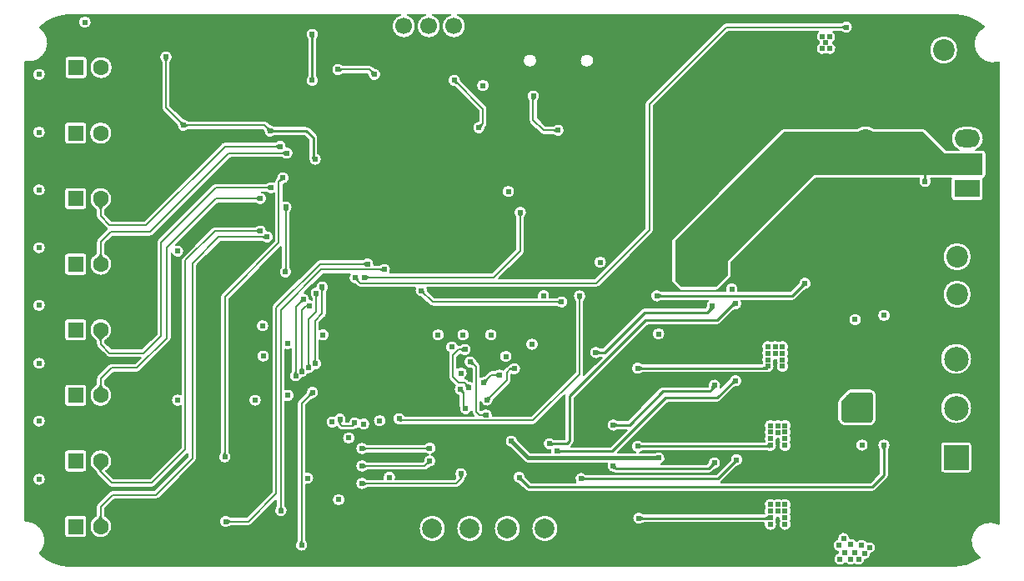
<source format=gbl>
G04 Layer: BottomLayer*
G04 EasyEDA Pro v3.2.69, 2026-02-19 03:55:46*
G04 Gerber Generator version 0.3*
G04 Scale: 100 percent, Rotated: No, Reflected: No*
G04 Dimensions in millimeters*
G04 Leading zeros omitted, absolute positions, 4 integers and 5 decimals*
G04 Generated by one-click*
%FSLAX45Y45*%
%MOMM*%
%ADD10C,0.2032*%
%ADD11O,1.0X1.8*%
%ADD12O,1.0X2.0*%
%ADD13C,2.2*%
%ADD14O,2.59999X1.8*%
%ADD15R,2.59999X1.8*%
%ADD16C,2.49999*%
%ADD17R,2.49999X2.49999*%
%ADD18C,2.0*%
%ADD19R,1.6008X1.6*%
%ADD20R,1.6X1.6*%
%ADD21C,1.6*%
%ADD22R,1.7X1.7*%
%ADD23C,1.7*%
%ADD24C,0.61*%
%ADD25C,0.254*%
%ADD26C,0.381*%
%ADD27C,1.27*%
G75*


G04 Copper Start*
G36*
G01X-5148984Y-3753210D02*
G01X-5160754Y-3730367D01*
G01X-5175414Y-3709262D01*
G01X-5192712Y-3690259D01*
G01X-5212349Y-3673684D01*
G01X-5233987Y-3659824D01*
G01X-5257254Y-3648916D01*
G01X-5281750Y-3641150D01*
G01X-5307051Y-3636657D01*
G01X-5332722Y-3635517D01*
G01X-5332742Y-3631284D01*
G01X-5332742Y-3612168D01*
G01X-4938372Y-3612168D01*
G01X-4938372Y-3772167D01*
G01X-4936619Y-3783235D01*
G01X-4931532Y-3793218D01*
G01X-4923609Y-3801142D01*
G01X-4913625Y-3806229D01*
G01X-4902558Y-3807981D01*
G01X-4742558Y-3807981D01*
G01X-4742558Y-3807981D01*
G01X-4731491Y-3806229D01*
G01X-4721507Y-3801142D01*
G01X-4713584Y-3793218D01*
G01X-4708497Y-3783235D01*
G01X-4706744Y-3772167D01*
G01X-4706744Y-3682385D01*
G01X-4683956Y-3682385D01*
G01X-4683803Y-3703659D01*
G01X-4679761Y-3724546D01*
G01X-4671967Y-3744341D01*
G01X-4660683Y-3762377D01*
G01X-4646291Y-3778044D01*
G01X-4629276Y-3790814D01*
G01X-4610212Y-3800257D01*
G01X-4589742Y-3806053D01*
G01X-4568558Y-3808007D01*
G01X-4547374Y-3806053D01*
G01X-4526904Y-3800257D01*
G01X-4507840Y-3790814D01*
G01X-4490825Y-3778044D01*
G01X-4476433Y-3762377D01*
G01X-4465149Y-3744341D01*
G01X-4457355Y-3724546D01*
G01X-4453313Y-3703659D01*
G01X-4453160Y-3682385D01*
G01X-4456901Y-3661442D01*
G01X-4464410Y-3641537D01*
G01X-4464504Y-3641382D01*
G01X-3364871Y-3641382D01*
G01X-3363160Y-3656349D01*
G01X-3358115Y-3670544D01*
G01X-3349996Y-3683234D01*
G01X-3339223Y-3693764D01*
G01X-3326351Y-3701591D01*
G01X-3312044Y-3706310D01*
G01X-3297042Y-3707679D01*
G01X-3282117Y-3705626D01*
G01X-3268042Y-3700258D01*
G01X-3255541Y-3691851D01*
G01X-3251485Y-3688636D01*
G01X-3249540Y-3687356D01*
G01X-3066796Y-3687356D01*
G01X-3054897Y-3685790D01*
G01X-3043809Y-3681197D01*
G01X-3034287Y-3673891D01*
G01X-2784531Y-3424134D01*
G01X-2784531Y-3482269D01*
G01X-2785811Y-3484214D01*
G01X-2789026Y-3488270D01*
G01X-2797433Y-3500771D01*
G01X-2802801Y-3514846D01*
G01X-2804854Y-3529771D01*
G01X-2803485Y-3544773D01*
G01X-2798766Y-3559080D01*
G01X-2790939Y-3571952D01*
G01X-2780409Y-3582725D01*
G01X-2767719Y-3590844D01*
G01X-2753524Y-3595889D01*
G01X-2738557Y-3597600D01*
G01X-2723590Y-3595889D01*
G01X-2709395Y-3590844D01*
G01X-2696705Y-3582725D01*
G01X-2686175Y-3571952D01*
G01X-2678348Y-3559080D01*
G01X-2673629Y-3544773D01*
G01X-2672260Y-3529771D01*
G01X-2674313Y-3514846D01*
G01X-2679681Y-3500771D01*
G01X-2688088Y-3488270D01*
G01X-2691303Y-3484214D01*
G01X-2692583Y-3482269D01*
G01X-2692583Y-2422386D01*
G01X-2676967Y-2426584D01*
G01X-2660799Y-2426877D01*
G01X-2645041Y-2423249D01*
G01X-2630629Y-2415915D01*
G01X-2618421Y-2405311D01*
G01X-2609143Y-2392067D01*
G01X-2603345Y-2376972D01*
G01X-2601374Y-2360922D01*
G01X-2603345Y-2344872D01*
G01X-2609143Y-2329777D01*
G01X-2618421Y-2316533D01*
G01X-2630629Y-2305929D01*
G01X-2645041Y-2298595D01*
G01X-2660799Y-2294967D01*
G01X-2676967Y-2295260D01*
G01X-2692583Y-2299458D01*
G01X-2692583Y-1895861D01*
G01X-2678105Y-1899888D01*
G01X-2663091Y-1900552D01*
G01X-2648313Y-1897818D01*
G01X-2634531Y-1891827D01*
G01X-2634531Y-2112268D01*
G01X-2635811Y-2114213D01*
G01X-2639026Y-2118269D01*
G01X-2647163Y-2130256D01*
G01X-2652503Y-2143724D01*
G01X-2654791Y-2158030D01*
G01X-2653917Y-2172492D01*
G01X-2649924Y-2186419D01*
G01X-2643001Y-2199146D01*
G01X-2633479Y-2210066D01*
G01X-2621814Y-2218657D01*
G01X-2608561Y-2224511D01*
G01X-2594353Y-2227346D01*
G01X-2579868Y-2227028D01*
G01X-2565798Y-2223572D01*
G01X-2552815Y-2217143D01*
G01X-2541537Y-2208048D01*
G01X-2532504Y-2196720D01*
G01X-2526146Y-2183702D01*
G01X-2513229Y-2182723D01*
G01X-2500748Y-2179251D01*
G01X-2489181Y-2173419D01*
G01X-2478967Y-2165449D01*
G01X-2470499Y-2155646D01*
G01X-2464098Y-2144384D01*
G01X-2449972Y-2144667D01*
G01X-2436107Y-2141951D01*
G01X-2423133Y-2136360D01*
G01X-2411637Y-2128147D01*
G01X-2402141Y-2117685D01*
G01X-2395078Y-2105450D01*
G01X-2380726Y-2105665D01*
G01X-2366664Y-2102788D01*
G01X-2353551Y-2096952D01*
G01X-2342001Y-2088431D01*
G01X-2332554Y-2077624D01*
G01X-2325654Y-2065038D01*
G01X-2321624Y-2051263D01*
G01X-2320653Y-2036942D01*
G01X-2322785Y-2022748D01*
G01X-2327922Y-2009346D01*
G01X-2335822Y-1997362D01*
G01X-2346116Y-1987360D01*
G01X-2347583Y-1986035D01*
G01X-2347583Y-1801826D01*
G01X-2333420Y-1808903D01*
G01X-2317984Y-1812421D01*
G01X-2302153Y-1812180D01*
G01X-2286831Y-1808193D01*
G01X-2272891Y-1800688D01*
G01X-2261127Y-1790092D01*
G01X-2252210Y-1777010D01*
G01X-2246648Y-1762187D01*
G01X-2244758Y-1746468D01*
G01X-2244758Y-1746468D01*
G01X-1208478Y-1746468D01*
G01X-1206551Y-1762338D01*
G01X-1200882Y-1777286D01*
G01X-1191801Y-1790442D01*
G01X-1179835Y-1801043D01*
G01X-1165679Y-1808473D01*
G01X-1150157Y-1812298D01*
G01X-1134171Y-1812298D01*
G01X-1118649Y-1808473D01*
G01X-1104493Y-1801043D01*
G01X-1092527Y-1790442D01*
G01X-1083446Y-1777286D01*
G01X-1077777Y-1762338D01*
G01X-1075850Y-1746468D01*
G01X-954697Y-1746468D01*
G01X-952770Y-1762338D01*
G01X-947101Y-1777286D01*
G01X-938019Y-1790442D01*
G01X-926053Y-1801043D01*
G01X-911898Y-1808473D01*
G01X-896376Y-1812298D01*
G01X-880389Y-1812298D01*
G01X-864867Y-1808473D01*
G01X-850712Y-1801043D01*
G01X-838746Y-1790442D01*
G01X-829664Y-1777286D01*
G01X-823995Y-1762338D01*
G01X-822068Y-1746468D01*
G01X-673554Y-1746468D01*
G01X-671627Y-1762338D01*
G01X-665958Y-1777286D01*
G01X-656877Y-1790442D01*
G01X-644911Y-1801043D01*
G01X-630755Y-1808473D01*
G01X-615233Y-1812298D01*
G01X-599247Y-1812298D01*
G01X-583725Y-1808473D01*
G01X-569569Y-1801043D01*
G01X-557603Y-1790442D01*
G01X-548522Y-1777286D01*
G01X-542853Y-1762338D01*
G01X-540926Y-1746468D01*
G01X-542853Y-1730598D01*
G01X-548522Y-1715650D01*
G01X-557603Y-1702494D01*
G01X-569569Y-1691893D01*
G01X-583725Y-1684463D01*
G01X-599247Y-1680637D01*
G01X-615233Y-1680637D01*
G01X-630755Y-1684463D01*
G01X-644911Y-1691893D01*
G01X-656877Y-1702494D01*
G01X-665958Y-1715650D01*
G01X-671627Y-1730598D01*
G01X-673554Y-1746468D01*
G01X-673554Y-1746468D01*
G01X-822068Y-1746468D01*
G01X-823995Y-1730598D01*
G01X-829664Y-1715650D01*
G01X-838746Y-1702494D01*
G01X-850712Y-1691893D01*
G01X-864867Y-1684463D01*
G01X-880389Y-1680637D01*
G01X-896376Y-1680637D01*
G01X-911898Y-1684463D01*
G01X-926053Y-1691893D01*
G01X-938019Y-1702494D01*
G01X-947101Y-1715650D01*
G01X-952770Y-1730598D01*
G01X-954697Y-1746468D01*
G01X-954697Y-1746468D01*
G01X-1075850Y-1746468D01*
G01X-1077777Y-1730598D01*
G01X-1083446Y-1715650D01*
G01X-1092527Y-1702494D01*
G01X-1104493Y-1691893D01*
G01X-1118649Y-1684463D01*
G01X-1134171Y-1680637D01*
G01X-1150157Y-1680637D01*
G01X-1165679Y-1684463D01*
G01X-1179835Y-1691893D01*
G01X-1191801Y-1702494D01*
G01X-1200882Y-1715650D01*
G01X-1206551Y-1730598D01*
G01X-1208478Y-1746468D01*
G01X-1208478Y-1746468D01*
G01X-2244758Y-1746468D01*
G01X-2246648Y-1730749D01*
G01X-2252210Y-1715926D01*
G01X-2261127Y-1702844D01*
G01X-2272891Y-1692248D01*
G01X-2286831Y-1684743D01*
G01X-2302153Y-1680756D01*
G01X-2317984Y-1680515D01*
G01X-2333420Y-1684033D01*
G01X-2347583Y-1691110D01*
G01X-2347583Y-1625328D01*
G01X-2286048Y-1563794D01*
G01X-2278742Y-1554272D01*
G01X-2274149Y-1543184D01*
G01X-2272583Y-1531285D01*
G01X-2272583Y-1310302D01*
G01X-2271303Y-1308357D01*
G01X-2268088Y-1304302D01*
G01X-2259466Y-1291382D01*
G01X-2254086Y-1276811D01*
G01X-2252243Y-1261388D01*
G01X-2254038Y-1245959D01*
G01X-2259373Y-1231372D01*
G01X-2267955Y-1218425D01*
G01X-2279313Y-1207830D01*
G01X-2292824Y-1200167D01*
G01X-2307746Y-1195858D01*
G01X-2323262Y-1195138D01*
G01X-2338520Y-1198047D01*
G01X-2352683Y-1204426D01*
G01X-2364973Y-1213923D01*
G01X-2374717Y-1226020D01*
G01X-2381379Y-1240051D01*
G01X-2384596Y-1255247D01*
G01X-2398770Y-1258127D01*
G01X-2411982Y-1264011D01*
G01X-2423605Y-1272621D01*
G01X-2433084Y-1283545D01*
G01X-2439970Y-1296265D01*
G01X-2443934Y-1310175D01*
G01X-2444787Y-1324614D01*
G01X-2442490Y-1338894D01*
G01X-2437152Y-1352336D01*
G01X-2429026Y-1364302D01*
G01X-2425811Y-1368358D01*
G01X-2424531Y-1370303D01*
G01X-2424531Y-1389699D01*
G01X-2434810Y-1386534D01*
G01X-2445467Y-1385072D01*
G01X-2447335Y-1369536D01*
G01X-2452792Y-1354870D01*
G01X-2461534Y-1341891D01*
G01X-2473073Y-1331322D01*
G01X-2486767Y-1323751D01*
G01X-2501855Y-1319600D01*
G01X-2309514Y-1127259D01*
G01X-2037863Y-1127259D01*
G01X-2044821Y-1139420D01*
G01X-2049068Y-1152772D01*
G01X-2050416Y-1166718D01*
G01X-2048803Y-1180635D01*
G01X-2044302Y-1193904D01*
G01X-2037114Y-1205930D01*
G01X-2027560Y-1216178D01*
G01X-2016066Y-1224190D01*
G01X-2003145Y-1229608D01*
G01X-1989374Y-1232191D01*
G01X-1984233Y-1232785D01*
G01X-1981952Y-1233255D01*
G01X-1961414Y-1253794D01*
G01X-1951893Y-1261100D01*
G01X-1940805Y-1265693D01*
G01X-1928906Y-1267259D01*
G01X-1373180Y-1267259D01*
G01X-1378413Y-1282461D01*
G01X-1379834Y-1298475D01*
G01X-1377359Y-1314360D01*
G01X-1371134Y-1329184D01*
G01X-1361525Y-1342073D01*
G01X-1349097Y-1352271D01*
G01X-1334579Y-1359179D01*
G01X-1318826Y-1362390D01*
G01X-1313685Y-1362984D01*
G01X-1311404Y-1363454D01*
G01X-1231065Y-1443794D01*
G01X-1221543Y-1451100D01*
G01X-1210455Y-1455693D01*
G01X-1198556Y-1457259D01*
G01X62427Y-1457259D01*
G01X64372Y-1458539D01*
G01X68428Y-1461754D01*
G01X80929Y-1470161D01*
G01X95005Y-1475529D01*
G01X109929Y-1477582D01*
G01X124931Y-1476213D01*
G01X139238Y-1471494D01*
G01X152110Y-1463667D01*
G01X162883Y-1453137D01*
G01X171002Y-1440447D01*
G01X176047Y-1426253D01*
G01X177759Y-1411285D01*
G01X176047Y-1396318D01*
G01X171002Y-1382123D01*
G01X162883Y-1369433D01*
G01X152110Y-1358903D01*
G01X139238Y-1351077D01*
G01X124931Y-1346357D01*
G01X109929Y-1344988D01*
G01X95005Y-1347041D01*
G01X80929Y-1352410D01*
G01X68428Y-1360816D01*
G01X64372Y-1364031D01*
G01X62427Y-1365311D01*
G01X-7886Y-1365311D01*
G01X-6007Y-1350460D01*
G01X-7507Y-1335566D01*
G01X-12310Y-1321388D01*
G01X-20170Y-1308648D01*
G01X-30687Y-1297996D01*
G01X-43326Y-1289974D01*
G01X-57442Y-1284991D01*
G01X-72316Y-1283302D01*
G01X-87190Y-1284991D01*
G01X-101306Y-1289974D01*
G01X-113944Y-1297996D01*
G01X-124462Y-1308648D01*
G01X-132322Y-1321388D01*
G01X-137124Y-1335566D01*
G01X-138625Y-1350460D01*
G01X-136746Y-1365311D01*
G01X-1179513Y-1365311D01*
G01X-1246387Y-1298437D01*
G01X-1246857Y-1296157D01*
G01X-1247452Y-1291016D01*
G01X-1249580Y-1278834D01*
G01X-1253932Y-1267259D01*
G01X461445Y-1267259D01*
G01X473344Y-1265693D01*
G01X484432Y-1261100D01*
G01X493953Y-1253794D01*
G01X959527Y-788219D01*
G01X1228616Y-788219D01*
G01X1228616Y-1201638D01*
G01X1229836Y-1210907D01*
G01X1233414Y-1219545D01*
G01X1239106Y-1226962D01*
G01X1298542Y-1286398D01*
G01X1305959Y-1292090D01*
G01X1314597Y-1295668D01*
G01X1323866Y-1296888D01*
G01X1680482Y-1296888D01*
G01X1689751Y-1295668D01*
G01X1698389Y-1292090D01*
G01X1705806Y-1286398D01*
G01X1824678Y-1167526D01*
G01X1830370Y-1160109D01*
G01X1833948Y-1151471D01*
G01X1835168Y-1142202D01*
G01X1835168Y-1008447D01*
G01X1902539Y-941076D01*
G01X3982512Y-941076D01*
G01X3982512Y-965158D01*
G01X3986476Y-988912D01*
G01X3994296Y-1011689D01*
G01X4005758Y-1032869D01*
G01X4020549Y-1051874D01*
G01X4038267Y-1068184D01*
G01X4058428Y-1081356D01*
G01X4080483Y-1091030D01*
G01X4103828Y-1096942D01*
G01X4127828Y-1098930D01*
G01X4127828Y-1098930D01*
G01X4151828Y-1096942D01*
G01X4175174Y-1091030D01*
G01X4197228Y-1081356D01*
G01X4217389Y-1068184D01*
G01X4235107Y-1051874D01*
G01X4249899Y-1032869D01*
G01X4261361Y-1011689D01*
G01X4269180Y-988912D01*
G01X4273144Y-965158D01*
G01X4273144Y-941076D01*
G01X4269180Y-917322D01*
G01X4261361Y-894544D01*
G01X4249899Y-873364D01*
G01X4235107Y-854360D01*
G01X4217389Y-838049D01*
G01X4197228Y-824877D01*
G01X4175174Y-815204D01*
G01X4151828Y-809292D01*
G01X4127828Y-807303D01*
G01X4103828Y-809292D01*
G01X4080483Y-815204D01*
G01X4058428Y-824877D01*
G01X4038267Y-838049D01*
G01X4020549Y-854360D01*
G01X4005758Y-873364D01*
G01X3994296Y-894544D01*
G01X3986476Y-917322D01*
G01X3982512Y-941076D01*
G01X1902539Y-941076D01*
G01X2685917Y-157698D01*
G01X3741521Y-157698D01*
G01X3736434Y-171740D01*
G01X3734619Y-186563D01*
G01X3736167Y-201418D01*
G01X3740999Y-215549D01*
G01X3748871Y-228240D01*
G01X3759384Y-238848D01*
G01X3772004Y-246834D01*
G01X3786091Y-251794D01*
G01X3800930Y-253476D01*
G01X3815770Y-251794D01*
G01X3829857Y-246834D01*
G01X3842477Y-238848D01*
G01X3852989Y-228240D01*
G01X3860861Y-215549D01*
G01X3865694Y-201418D01*
G01X3867242Y-186563D01*
G01X3865426Y-171740D01*
G01X3860339Y-157698D01*
G01X4008392Y-157698D01*
G01X4010985Y-157604D01*
G01X4066322Y-157604D01*
G01X4064663Y-163710D01*
G01X4064104Y-170012D01*
G01X4064104Y-350012D01*
G01X4065856Y-361079D01*
G01X4070943Y-371063D01*
G01X4078867Y-378986D01*
G01X4088850Y-384073D01*
G01X4099918Y-385826D01*
G01X4359917Y-385826D01*
G01X4370984Y-384073D01*
G01X4380968Y-378986D01*
G01X4388891Y-371063D01*
G01X4393978Y-361079D01*
G01X4395731Y-350012D01*
G01X4395731Y-170012D01*
G01X4395088Y-163257D01*
G01X4393183Y-156745D01*
G01X4402232Y-153394D01*
G01X4410058Y-147749D01*
G01X4416093Y-140219D01*
G01X4419898Y-131352D01*
G01X4421198Y-121790D01*
G01X4421198Y96142D01*
G01X4419445Y107209D01*
G01X4414358Y117193D01*
G01X4406435Y125116D01*
G01X4396451Y130203D01*
G01X4385384Y131956D01*
G01X4319486Y131956D01*
G01X4338587Y141954D01*
G01X4355701Y155066D01*
G01X4370326Y170908D01*
G01X4382030Y189014D01*
G01X4390472Y208853D01*
G01X4395402Y229841D01*
G01X4396677Y251364D01*
G01X4394259Y272787D01*
G01X4388218Y293484D01*
G01X4378732Y312845D01*
G01X4366080Y330302D01*
G01X4350633Y345343D01*
G01X4332845Y357526D01*
G01X4313238Y366492D01*
G01X4292389Y371980D01*
G01X4270908Y373827D01*
G01X4190908Y373827D01*
G01X4169427Y371980D01*
G01X4148578Y366492D01*
G01X4128971Y357526D01*
G01X4111183Y345343D01*
G01X4095736Y330302D01*
G01X4083084Y312845D01*
G01X4073598Y293484D01*
G01X4067557Y272787D01*
G01X4065139Y251364D01*
G01X4066414Y229841D01*
G01X4071344Y208853D01*
G01X4079786Y189014D01*
G01X4091490Y170908D01*
G01X4106115Y155066D01*
G01X4123229Y141954D01*
G01X4142330Y131956D01*
G01X4015401Y131956D01*
G01X3808053Y339304D01*
G01X3800636Y344996D01*
G01X3791998Y348574D01*
G01X3782729Y349794D01*
G01X3284919Y349794D01*
G01X3265006Y362485D01*
G01X3243306Y371795D01*
G01X3220388Y377481D01*
G01X3196852Y379393D01*
G01X3173317Y377481D01*
G01X3150398Y371795D01*
G01X3128698Y362485D01*
G01X3108786Y349794D01*
G01X2366630Y349794D01*
G01X2366630Y349794D01*
G01X2357360Y348574D01*
G01X2348723Y344996D01*
G01X2341305Y339304D01*
G01X1239106Y-762895D01*
G01X1233414Y-770312D01*
G01X1229836Y-778950D01*
G01X1228616Y-788219D01*
G01X959527Y-788219D01*
G01X1033954Y-713793D01*
G01X1041260Y-704272D01*
G01X1045853Y-693184D01*
G01X1047419Y-681285D01*
G01X1047419Y579673D01*
G01X1800489Y1332742D01*
G01X2717264Y1332742D01*
G01X2707005Y1321393D01*
G01X2699620Y1307996D01*
G01X2695502Y1293262D01*
G01X2694869Y1277977D01*
G01X2697756Y1262954D01*
G01X2704009Y1248992D01*
G01X2713295Y1236834D01*
G01X2725120Y1227128D01*
G01X2724700Y1218231D01*
G01X2712763Y1208941D01*
G01X2703242Y1197188D01*
G01X2696632Y1183583D01*
G01X2693276Y1168834D01*
G01X2693351Y1153708D01*
G01X2696850Y1138993D01*
G01X2703594Y1125453D01*
G01X2713230Y1113794D01*
G01X2725257Y1104622D01*
G01X2739050Y1098413D01*
G01X2753892Y1095492D01*
G01X2769009Y1096010D01*
G01X2783615Y1099940D01*
G01X2796951Y1107078D01*
G01X2810671Y1099789D01*
G01X2825711Y1095893D01*
G01X2841244Y1095603D01*
G01X2856419Y1098935D01*
G01X2870402Y1105706D01*
G01X2882426Y1115545D01*
G01X2891830Y1127911D01*
G01X2898099Y1142126D01*
G01X2898993Y1147024D01*
G01X3845710Y1147024D01*
G01X3847699Y1123024D01*
G01X3853611Y1099678D01*
G01X3863285Y1077624D01*
G01X3876457Y1057463D01*
G01X3892767Y1039745D01*
G01X3911772Y1024954D01*
G01X3932951Y1013492D01*
G01X3955729Y1005672D01*
G01X3979483Y1001708D01*
G01X4003565Y1001708D01*
G01X4027319Y1005672D01*
G01X4050097Y1013492D01*
G01X4071277Y1024954D01*
G01X4090281Y1039745D01*
G01X4106592Y1057463D01*
G01X4119764Y1077624D01*
G01X4129437Y1099678D01*
G01X4135349Y1123024D01*
G01X4137338Y1147024D01*
G01X4135349Y1171024D01*
G01X4129437Y1194370D01*
G01X4119764Y1216424D01*
G01X4106592Y1236585D01*
G01X4090281Y1254303D01*
G01X4071277Y1269095D01*
G01X4050097Y1280556D01*
G01X4027319Y1288376D01*
G01X4003565Y1292340D01*
G01X3979483Y1292340D01*
G01X3955729Y1288376D01*
G01X3932951Y1280556D01*
G01X3911772Y1269095D01*
G01X3892767Y1254303D01*
G01X3876457Y1236585D01*
G01X3863285Y1216424D01*
G01X3853611Y1194370D01*
G01X3847699Y1171024D01*
G01X3845710Y1147024D01*
G01X3845710Y1147024D01*
G01X2898993Y1147024D01*
G01X2900889Y1157410D01*
G01X2900046Y1172923D01*
G01X2895617Y1187815D01*
G01X2887845Y1201267D01*
G01X2877156Y1212542D01*
G01X2864137Y1221020D01*
G01X2876090Y1229681D01*
G01X2885831Y1240772D01*
G01X2892878Y1253742D01*
G01X2896880Y1267950D01*
G01X2897641Y1282692D01*
G01X2895121Y1297236D01*
G01X2889447Y1310863D01*
G01X2880899Y1322897D01*
G01X2869900Y1332742D01*
G01X2952429Y1332742D01*
G01X2954374Y1331462D01*
G01X2958429Y1328247D01*
G01X2970930Y1319841D01*
G01X2985006Y1314472D01*
G01X2999931Y1312420D01*
G01X3014933Y1313788D01*
G01X3029239Y1318508D01*
G01X3042112Y1326334D01*
G01X3052885Y1336864D01*
G01X3061004Y1349554D01*
G01X3066049Y1363749D01*
G01X3067760Y1378716D01*
G01X3066049Y1393684D01*
G01X3061004Y1407878D01*
G01X3052885Y1420568D01*
G01X3042112Y1431098D01*
G01X3029239Y1438925D01*
G01X3014933Y1443644D01*
G01X2999931Y1445013D01*
G01X2985006Y1442960D01*
G01X2970930Y1437592D01*
G01X2958429Y1429185D01*
G01X2954374Y1425970D01*
G01X2952429Y1424690D01*
G01X1781446Y1424690D01*
G01X1769547Y1423124D01*
G01X1758459Y1418531D01*
G01X1748937Y1411225D01*
G01X968937Y631224D01*
G01X961630Y621703D01*
G01X957038Y610615D01*
G01X955471Y598716D01*
G01X955471Y-662242D01*
G01X442402Y-1175311D01*
G01X-527565Y-1175311D01*
G01X-360010Y-1007756D01*
G01X437558Y-1007756D01*
G01X439485Y-1023626D01*
G01X445154Y-1038574D01*
G01X454235Y-1051730D01*
G01X466201Y-1062331D01*
G01X480357Y-1069761D01*
G01X495879Y-1073586D01*
G01X511865Y-1073586D01*
G01X527387Y-1069761D01*
G01X541543Y-1062331D01*
G01X553509Y-1051730D01*
G01X562590Y-1038574D01*
G01X568259Y-1023626D01*
G01X570186Y-1007756D01*
G01X568259Y-991886D01*
G01X562590Y-976938D01*
G01X553509Y-963782D01*
G01X541543Y-953181D01*
G01X527387Y-945751D01*
G01X511865Y-941925D01*
G01X495879Y-941925D01*
G01X480357Y-945751D01*
G01X466201Y-953181D01*
G01X454235Y-963782D01*
G01X445154Y-976938D01*
G01X439485Y-991886D01*
G01X437558Y-1007756D01*
G01X437558Y-1007756D01*
G01X-360010Y-1007756D01*
G01X-276047Y-923794D01*
G01X-268741Y-914272D01*
G01X-264148Y-903184D01*
G01X-262582Y-891285D01*
G01X-262582Y-550302D01*
G01X-261302Y-548357D01*
G01X-258087Y-544301D01*
G01X-249680Y-531800D01*
G01X-244312Y-517725D01*
G01X-242259Y-502800D01*
G01X-243628Y-487798D01*
G01X-248347Y-473491D01*
G01X-256174Y-460619D01*
G01X-266704Y-449846D01*
G01X-279393Y-441727D01*
G01X-293588Y-436682D01*
G01X-308556Y-434971D01*
G01X-323523Y-436682D01*
G01X-337718Y-441727D01*
G01X-350408Y-449846D01*
G01X-360938Y-460619D01*
G01X-368764Y-473491D01*
G01X-373484Y-487798D01*
G01X-374852Y-502800D01*
G01X-372800Y-517725D01*
G01X-367431Y-531800D01*
G01X-359025Y-544301D01*
G01X-355810Y-548357D01*
G01X-354530Y-550302D01*
G01X-354530Y-872242D01*
G01X-597599Y-1115311D01*
G01X-1631638Y-1115311D01*
G01X-1625287Y-1101147D01*
G01X-1622403Y-1085894D01*
G01X-1623144Y-1070389D01*
G01X-1627469Y-1055480D01*
G01X-1635141Y-1041986D01*
G01X-1645741Y-1030645D01*
G01X-1658686Y-1022079D01*
G01X-1673268Y-1016757D01*
G01X-1688688Y-1014971D01*
G01X-1704101Y-1016818D01*
G01X-1718662Y-1022198D01*
G01X-1731573Y-1030816D01*
G01X-1735629Y-1034031D01*
G01X-1737574Y-1035311D01*
G01X-1792984Y-1035311D01*
G01X-1792529Y-1019267D01*
G01X-1795942Y-1003584D01*
G01X-1803024Y-989180D01*
G01X-1813358Y-976900D01*
G01X-1826340Y-967462D01*
G01X-1841210Y-961420D01*
G01X-1857096Y-959127D01*
G01X-1873067Y-960718D01*
G01X-1888188Y-966099D01*
G01X-1901573Y-974956D01*
G01X-1905629Y-978171D01*
G01X-1907574Y-979451D01*
G01X-2342885Y-979451D01*
G01X-2354784Y-981017D01*
G01X-2365872Y-985610D01*
G01X-2375393Y-992916D01*
G01X-2819068Y-1436591D01*
G01X-2826374Y-1446113D01*
G01X-2830967Y-1457201D01*
G01X-2832534Y-1469100D01*
G01X-2832534Y-3342103D01*
G01X-2832534Y-3342103D01*
G01X-3085839Y-3595408D01*
G01X-3249540Y-3595408D01*
G01X-3251485Y-3594128D01*
G01X-3255541Y-3590913D01*
G01X-3268042Y-3582506D01*
G01X-3282117Y-3577138D01*
G01X-3297042Y-3575085D01*
G01X-3312044Y-3576454D01*
G01X-3326351Y-3581173D01*
G01X-3339223Y-3589000D01*
G01X-3349996Y-3599530D01*
G01X-3358115Y-3612220D01*
G01X-3363160Y-3626415D01*
G01X-3364871Y-3641382D01*
G01X-4464504Y-3641382D01*
G01X-4475433Y-3623341D01*
G01X-4489598Y-3607469D01*
G01X-4506428Y-3594455D01*
G01X-4513454Y-3588624D01*
G01X-4519677Y-3582758D01*
G01X-4521479Y-3580777D01*
G01X-4522584Y-3579369D01*
G01X-4522584Y-3510329D01*
G01X-4429515Y-3417260D01*
G01X-4008558Y-3417260D01*
G01X-3996659Y-3415694D01*
G01X-3985571Y-3411101D01*
G01X-3976049Y-3403795D01*
G01X-3605967Y-3033713D01*
G01X-3598661Y-3024191D01*
G01X-3594068Y-3013103D01*
G01X-3592502Y-3001204D01*
G01X-3592502Y-1040246D01*
G01X-3349514Y-797259D01*
G01X-2927575Y-797259D01*
G01X-2925630Y-798539D01*
G01X-2921574Y-801754D01*
G01X-2908094Y-810657D01*
G01X-2892862Y-816038D01*
G01X-2876781Y-817575D01*
G01X-2860805Y-815178D01*
G01X-2845882Y-808990D01*
G01X-2832899Y-799377D01*
G01X-2822625Y-786910D01*
G01X-2815671Y-772329D01*
G01X-2812448Y-756499D01*
G01X-2813149Y-740360D01*
G01X-2817732Y-724869D01*
G01X-2825924Y-710945D01*
G01X-2837239Y-699416D01*
G01X-2851007Y-690964D01*
G01X-2866410Y-686093D01*
G01X-2882533Y-685090D01*
G01X-2885954Y-669413D01*
G01X-2893040Y-655016D01*
G01X-2903377Y-642743D01*
G01X-2916359Y-633312D01*
G01X-2931227Y-627275D01*
G01X-2947109Y-624987D01*
G01X-2963075Y-626580D01*
G01X-2978192Y-631961D01*
G01X-2991574Y-640816D01*
G01X-2995630Y-644031D01*
G01X-2997575Y-645311D01*
G01X-3408557Y-645311D01*
G01X-3420456Y-646877D01*
G01X-3431544Y-651470D01*
G01X-3441066Y-658776D01*
G01X-3740326Y-958037D01*
G01X-3747632Y-967558D01*
G01X-3752225Y-978646D01*
G01X-3753792Y-990545D01*
G01X-3753792Y-2352808D01*
G01X-3753792Y-2352808D01*
G01X-3767932Y-2346676D01*
G01X-3783105Y-2343974D01*
G01X-3798492Y-2344848D01*
G01X-3813263Y-2349250D01*
G01X-3826618Y-2356942D01*
G01X-3837836Y-2367510D01*
G01X-3846313Y-2380381D01*
G01X-3851589Y-2394862D01*
G01X-3853380Y-2410170D01*
G01X-3851589Y-2425478D01*
G01X-3846313Y-2439958D01*
G01X-3837836Y-2452830D01*
G01X-3826618Y-2463398D01*
G01X-3813263Y-2471090D01*
G01X-3798492Y-2475492D01*
G01X-3783105Y-2476366D01*
G01X-3767932Y-2473664D01*
G01X-3753792Y-2467532D01*
G01X-3753792Y-2891503D01*
G01X-4067601Y-3205312D01*
G01X-4439515Y-3205312D01*
G01X-4514202Y-3130625D01*
G01X-4513454Y-3129919D01*
G01X-4506428Y-3124089D01*
G01X-4489598Y-3111075D01*
G01X-4475433Y-3095203D01*
G01X-4464410Y-3077007D01*
G01X-4456901Y-3057101D01*
G01X-4453160Y-3036159D01*
G01X-4453313Y-3014885D01*
G01X-4457355Y-2993998D01*
G01X-4465149Y-2974203D01*
G01X-4476433Y-2956167D01*
G01X-4490825Y-2940500D01*
G01X-4507840Y-2927730D01*
G01X-4526904Y-2918287D01*
G01X-4547374Y-2912491D01*
G01X-4568558Y-2910537D01*
G01X-4589742Y-2912491D01*
G01X-4610212Y-2918287D01*
G01X-4629276Y-2927730D01*
G01X-4646291Y-2940500D01*
G01X-4660683Y-2956167D01*
G01X-4671967Y-2974203D01*
G01X-4679761Y-2993998D01*
G01X-4683803Y-3014885D01*
G01X-4683956Y-3036159D01*
G01X-4680215Y-3057101D01*
G01X-4672706Y-3077007D01*
G01X-4661683Y-3095203D01*
G01X-4647518Y-3111075D01*
G01X-4630688Y-3124089D01*
G01X-4623662Y-3129919D01*
G01X-4617439Y-3135786D01*
G01X-4615637Y-3137767D01*
G01X-4614532Y-3139175D01*
G01X-4614532Y-3141286D01*
G01X-4612966Y-3153185D01*
G01X-4608373Y-3164273D01*
G01X-4601067Y-3173795D01*
G01X-4491067Y-3283795D01*
G01X-4481545Y-3291101D01*
G01X-4470457Y-3295694D01*
G01X-4458558Y-3297260D01*
G01X-4048558Y-3297260D01*
G01X-4036659Y-3295694D01*
G01X-4025571Y-3291101D01*
G01X-4016049Y-3283795D01*
G01X-3684450Y-2952195D01*
G01X-3684450Y-2982161D01*
G01X-4027601Y-3325312D01*
G01X-4448558Y-3325312D01*
G01X-4460457Y-3326879D01*
G01X-4471545Y-3331471D01*
G01X-4481067Y-3338778D01*
G01X-4601067Y-3458778D01*
G01X-4608373Y-3468299D01*
G01X-4612966Y-3479387D01*
G01X-4614532Y-3491286D01*
G01X-4614532Y-3579369D01*
G01X-4615637Y-3580777D01*
G01X-4617439Y-3582758D01*
G01X-4623662Y-3588624D01*
G01X-4630688Y-3594455D01*
G01X-4647518Y-3607469D01*
G01X-4661683Y-3623341D01*
G01X-4672706Y-3641537D01*
G01X-4680215Y-3661442D01*
G01X-4683956Y-3682385D01*
G01X-4706744Y-3682385D01*
G01X-4706744Y-3612168D01*
G01X-4708497Y-3601101D01*
G01X-4713584Y-3591117D01*
G01X-4721507Y-3583194D01*
G01X-4731491Y-3578107D01*
G01X-4742558Y-3576354D01*
G01X-4902558Y-3576354D01*
G01X-4913625Y-3578107D01*
G01X-4923609Y-3583194D01*
G01X-4931532Y-3591117D01*
G01X-4936619Y-3601101D01*
G01X-4938372Y-3612168D01*
G01X-5332742Y-3612168D01*
G01X-5332742Y-3212556D01*
G01X-5260032Y-3212556D01*
G01X-5258105Y-3228426D01*
G01X-5252436Y-3243374D01*
G01X-5243355Y-3256530D01*
G01X-5231389Y-3267131D01*
G01X-5217233Y-3274561D01*
G01X-5201711Y-3278386D01*
G01X-5185725Y-3278386D01*
G01X-5170203Y-3274561D01*
G01X-5156047Y-3267131D01*
G01X-5144081Y-3256530D01*
G01X-5135000Y-3243374D01*
G01X-5129331Y-3228426D01*
G01X-5127404Y-3212556D01*
G01X-5129331Y-3196686D01*
G01X-5135000Y-3181738D01*
G01X-5144081Y-3168582D01*
G01X-5156047Y-3157981D01*
G01X-5170203Y-3150551D01*
G01X-5185725Y-3146725D01*
G01X-5201711Y-3146725D01*
G01X-5217233Y-3150551D01*
G01X-5231389Y-3157981D01*
G01X-5243355Y-3168582D01*
G01X-5252436Y-3181738D01*
G01X-5258105Y-3196686D01*
G01X-5260032Y-3212556D01*
G01X-5260032Y-3212556D01*
G01X-5332742Y-3212556D01*
G01X-5332742Y-2946326D01*
G01X-4938372Y-2946326D01*
G01X-4938372Y-3106325D01*
G01X-4936619Y-3117392D01*
G01X-4931532Y-3127376D01*
G01X-4923609Y-3135299D01*
G01X-4913625Y-3140386D01*
G01X-4902558Y-3142139D01*
G01X-4742558Y-3142139D01*
G01X-4742558Y-3142139D01*
G01X-4731491Y-3140386D01*
G01X-4721507Y-3135299D01*
G01X-4713584Y-3127376D01*
G01X-4708497Y-3117392D01*
G01X-4706744Y-3106325D01*
G01X-4706744Y-2946326D01*
G01X-4708497Y-2935258D01*
G01X-4713584Y-2925275D01*
G01X-4721507Y-2917351D01*
G01X-4731491Y-2912264D01*
G01X-4742558Y-2910512D01*
G01X-4902558Y-2910512D01*
G01X-4913625Y-2912264D01*
G01X-4923609Y-2917351D01*
G01X-4931532Y-2925275D01*
G01X-4936619Y-2935258D01*
G01X-4938372Y-2946326D01*
G01X-5332742Y-2946326D01*
G01X-5332742Y-2622028D01*
G01X-5260032Y-2622028D01*
G01X-5258105Y-2637898D01*
G01X-5252436Y-2652845D01*
G01X-5243355Y-2666002D01*
G01X-5231389Y-2676603D01*
G01X-5217233Y-2684033D01*
G01X-5201711Y-2687858D01*
G01X-5185725Y-2687858D01*
G01X-5170203Y-2684033D01*
G01X-5156047Y-2676603D01*
G01X-5144081Y-2666002D01*
G01X-5135000Y-2652845D01*
G01X-5129331Y-2637898D01*
G01X-5127404Y-2622028D01*
G01X-5129331Y-2606158D01*
G01X-5135000Y-2591210D01*
G01X-5144081Y-2578053D01*
G01X-5156047Y-2567452D01*
G01X-5170203Y-2560023D01*
G01X-5185725Y-2556197D01*
G01X-5201711Y-2556197D01*
G01X-5217233Y-2560023D01*
G01X-5231389Y-2567452D01*
G01X-5243355Y-2578053D01*
G01X-5252436Y-2591210D01*
G01X-5258105Y-2606158D01*
G01X-5260032Y-2622028D01*
G01X-5260032Y-2622028D01*
G01X-5332742Y-2622028D01*
G01X-5332742Y-2280483D01*
G01X-4938372Y-2280483D01*
G01X-4938372Y-2440483D01*
G01X-4936619Y-2451550D01*
G01X-4931532Y-2461534D01*
G01X-4923609Y-2469457D01*
G01X-4913625Y-2474544D01*
G01X-4902558Y-2476297D01*
G01X-4742558Y-2476297D01*
G01X-4742558Y-2476297D01*
G01X-4731491Y-2474544D01*
G01X-4721507Y-2469457D01*
G01X-4713584Y-2461534D01*
G01X-4708497Y-2451550D01*
G01X-4706744Y-2440483D01*
G01X-4706744Y-2280483D01*
G01X-4708497Y-2269416D01*
G01X-4713584Y-2259432D01*
G01X-4721507Y-2251509D01*
G01X-4731491Y-2246422D01*
G01X-4742558Y-2244669D01*
G01X-4902558Y-2244669D01*
G01X-4913625Y-2246422D01*
G01X-4923609Y-2251509D01*
G01X-4931532Y-2259432D01*
G01X-4936619Y-2269416D01*
G01X-4938372Y-2280483D01*
G01X-5332742Y-2280483D01*
G01X-5332742Y-2035184D01*
G01X-5260032Y-2035184D01*
G01X-5258105Y-2051054D01*
G01X-5252436Y-2066002D01*
G01X-5243355Y-2079159D01*
G01X-5231389Y-2089760D01*
G01X-5217233Y-2097189D01*
G01X-5201711Y-2101015D01*
G01X-5185725Y-2101015D01*
G01X-5170203Y-2097189D01*
G01X-5156047Y-2089760D01*
G01X-5144081Y-2079159D01*
G01X-5135000Y-2066002D01*
G01X-5129331Y-2051054D01*
G01X-5127404Y-2035184D01*
G01X-5129331Y-2019314D01*
G01X-5135000Y-2004367D01*
G01X-5144081Y-1991210D01*
G01X-5156047Y-1980609D01*
G01X-5170203Y-1973180D01*
G01X-5185725Y-1969354D01*
G01X-5201711Y-1969354D01*
G01X-5217233Y-1973180D01*
G01X-5231389Y-1980609D01*
G01X-5243355Y-1991210D01*
G01X-5252436Y-2004367D01*
G01X-5258105Y-2019314D01*
G01X-5260032Y-2035184D01*
G01X-5260032Y-2035184D01*
G01X-5332742Y-2035184D01*
G01X-5332742Y-1614641D01*
G01X-4938372Y-1614641D01*
G01X-4938372Y-1774641D01*
G01X-4936619Y-1785708D01*
G01X-4931532Y-1795692D01*
G01X-4923609Y-1803615D01*
G01X-4913625Y-1808702D01*
G01X-4902558Y-1810455D01*
G01X-4742558Y-1810455D01*
G01X-4742558Y-1810455D01*
G01X-4731491Y-1808702D01*
G01X-4721507Y-1803615D01*
G01X-4713584Y-1795692D01*
G01X-4708497Y-1785708D01*
G01X-4706744Y-1774641D01*
G01X-4706744Y-1704474D01*
G01X-4683956Y-1704474D01*
G01X-4680215Y-1725417D01*
G01X-4672706Y-1745322D01*
G01X-4661683Y-1763518D01*
G01X-4647518Y-1779391D01*
G01X-4630688Y-1792404D01*
G01X-4623662Y-1798235D01*
G01X-4617439Y-1804102D01*
G01X-4615637Y-1806082D01*
G01X-4614532Y-1807490D01*
G01X-4614532Y-1841285D01*
G01X-4612966Y-1853184D01*
G01X-4608373Y-1864272D01*
G01X-4601067Y-1873794D01*
G01X-4511066Y-1963794D01*
G01X-4501545Y-1971100D01*
G01X-4490457Y-1975693D01*
G01X-4478558Y-1977259D01*
G01X-4159549Y-1977259D01*
G01X-4217601Y-2035311D01*
G01X-4458558Y-2035311D01*
G01X-4470457Y-2036878D01*
G01X-4481545Y-2041471D01*
G01X-4491067Y-2048777D01*
G01X-4601067Y-2158777D01*
G01X-4608373Y-2168299D01*
G01X-4612966Y-2179387D01*
G01X-4614532Y-2191286D01*
G01X-4614532Y-2247684D01*
G01X-4615637Y-2249093D01*
G01X-4617439Y-2251073D01*
G01X-4623662Y-2256940D01*
G01X-4630688Y-2262770D01*
G01X-4647518Y-2275784D01*
G01X-4661683Y-2291657D01*
G01X-4672706Y-2309853D01*
G01X-4680215Y-2329758D01*
G01X-4683956Y-2350701D01*
G01X-4683803Y-2371974D01*
G01X-4679761Y-2392861D01*
G01X-4671967Y-2412657D01*
G01X-4660683Y-2430692D01*
G01X-4646291Y-2446359D01*
G01X-4629276Y-2459130D01*
G01X-4610212Y-2468572D01*
G01X-4589742Y-2474368D01*
G01X-4568558Y-2476322D01*
G01X-4547374Y-2474368D01*
G01X-4526904Y-2468572D01*
G01X-4507840Y-2459130D01*
G01X-4490825Y-2446359D01*
G01X-4476433Y-2430692D01*
G01X-4465149Y-2412657D01*
G01X-4457355Y-2392861D01*
G01X-4453313Y-2371974D01*
G01X-4453160Y-2350701D01*
G01X-4456901Y-2329758D01*
G01X-4464410Y-2309853D01*
G01X-4475433Y-2291657D01*
G01X-4489598Y-2275784D01*
G01X-4506428Y-2262770D01*
G01X-4513454Y-2256940D01*
G01X-4519677Y-2251073D01*
G01X-4521479Y-2249093D01*
G01X-4522584Y-2247684D01*
G01X-4522584Y-2210329D01*
G01X-4439515Y-2127259D01*
G01X-4198558Y-2127259D01*
G01X-4186659Y-2125693D01*
G01X-4175571Y-2121100D01*
G01X-4166049Y-2113794D01*
G01X-3863523Y-1811268D01*
G01X-3856217Y-1801746D01*
G01X-3851624Y-1790658D01*
G01X-3850058Y-1778759D01*
G01X-3850058Y-917462D01*
G01X-3843550Y-931480D01*
G01X-3833974Y-943611D01*
G01X-3821851Y-953195D01*
G01X-3807838Y-959713D01*
G01X-3792697Y-962811D01*
G01X-3777250Y-962320D01*
G01X-3762337Y-958267D01*
G01X-3748766Y-950872D01*
G01X-3737276Y-940537D01*
G01X-3728490Y-927823D01*
G01X-3722885Y-913421D01*
G01X-3720766Y-898112D01*
G01X-3722248Y-882729D01*
G01X-3727251Y-868106D01*
G01X-3735502Y-855039D01*
G01X-3746554Y-844236D01*
G01X-3759806Y-836284D01*
G01X-3774539Y-831616D01*
G01X-3789952Y-830485D01*
G01X-3805208Y-832953D01*
G01X-3379514Y-407259D01*
G01X-2997575Y-407259D01*
G01X-2995630Y-408538D01*
G01X-2991574Y-411753D01*
G01X-2979288Y-420048D01*
G01X-2965467Y-425406D01*
G01X-2950801Y-427561D01*
G01X-2936023Y-426403D01*
G01X-2921871Y-421992D01*
G01X-2909053Y-414548D01*
G01X-2898208Y-404442D01*
G01X-2889880Y-392179D01*
G01X-2884483Y-378373D01*
G01X-2882288Y-363713D01*
G01X-2883404Y-348932D01*
G01X-2887775Y-334768D01*
G01X-2895184Y-321929D01*
G01X-2905260Y-311056D01*
G01X-2917499Y-302693D01*
G01X-2931290Y-297258D01*
G01X-2887574Y-297258D01*
G01X-2885629Y-298538D01*
G01X-2881573Y-301753D01*
G01X-2870257Y-309530D01*
G01X-2857581Y-314811D01*
G01X-2844089Y-317367D01*
G01X-2830361Y-317090D01*
G01X-2816983Y-313991D01*
G01X-2804531Y-308204D01*
G01X-2804531Y-792242D01*
G01X-3341066Y-1328777D01*
G01X-3348372Y-1338298D01*
G01X-3352965Y-1349386D01*
G01X-3354531Y-1361285D01*
G01X-3354531Y-2936956D01*
G01X-3355811Y-2938901D01*
G01X-3359026Y-2942957D01*
G01X-3367433Y-2955458D01*
G01X-3372801Y-2969534D01*
G01X-3374854Y-2984458D01*
G01X-3373485Y-2999460D01*
G01X-3368766Y-3013767D01*
G01X-3360939Y-3026639D01*
G01X-3350409Y-3037412D01*
G01X-3337719Y-3045531D01*
G01X-3323525Y-3050576D01*
G01X-3308557Y-3052288D01*
G01X-3293590Y-3050576D01*
G01X-3279395Y-3045531D01*
G01X-3266705Y-3037412D01*
G01X-3256175Y-3026639D01*
G01X-3248349Y-3013767D01*
G01X-3243629Y-2999460D01*
G01X-3242261Y-2984458D01*
G01X-3244313Y-2969534D01*
G01X-3249682Y-2955458D01*
G01X-3258088Y-2942957D01*
G01X-3261303Y-2938901D01*
G01X-3262583Y-2936956D01*
G01X-3262583Y-2410170D01*
G01X-3066975Y-2410170D01*
G01X-3065048Y-2426040D01*
G01X-3059379Y-2440988D01*
G01X-3050297Y-2454144D01*
G01X-3038331Y-2464745D01*
G01X-3024176Y-2472175D01*
G01X-3008654Y-2476000D01*
G01X-2992667Y-2476000D01*
G01X-2977145Y-2472175D01*
G01X-2962990Y-2464745D01*
G01X-2951024Y-2454144D01*
G01X-2941942Y-2440988D01*
G01X-2936273Y-2426040D01*
G01X-2934346Y-2410170D01*
G01X-2936273Y-2394300D01*
G01X-2941942Y-2379352D01*
G01X-2951024Y-2366196D01*
G01X-2962990Y-2355595D01*
G01X-2977145Y-2348165D01*
G01X-2992667Y-2344339D01*
G01X-3008654Y-2344339D01*
G01X-3024176Y-2348165D01*
G01X-3038331Y-2355595D01*
G01X-3050297Y-2366196D01*
G01X-3059379Y-2379352D01*
G01X-3065048Y-2394300D01*
G01X-3066975Y-2410170D01*
G01X-3066975Y-2410170D01*
G01X-3262583Y-2410170D01*
G01X-3262583Y-1961435D01*
G01X-2984617Y-1961435D01*
G01X-2982690Y-1977305D01*
G01X-2977021Y-1992253D01*
G01X-2967940Y-2005409D01*
G01X-2955973Y-2016010D01*
G01X-2941818Y-2023440D01*
G01X-2926296Y-2027266D01*
G01X-2910309Y-2027266D01*
G01X-2894787Y-2023440D01*
G01X-2880632Y-2016010D01*
G01X-2868666Y-2005409D01*
G01X-2859585Y-1992253D01*
G01X-2853916Y-1977305D01*
G01X-2851989Y-1961435D01*
G01X-2853916Y-1945565D01*
G01X-2859585Y-1930617D01*
G01X-2868666Y-1917461D01*
G01X-2880632Y-1906860D01*
G01X-2894787Y-1899430D01*
G01X-2910309Y-1895604D01*
G01X-2926296Y-1895604D01*
G01X-2941818Y-1899430D01*
G01X-2955973Y-1906860D01*
G01X-2967940Y-1917461D01*
G01X-2977021Y-1930617D01*
G01X-2982690Y-1945565D01*
G01X-2984617Y-1961435D01*
G01X-2984617Y-1961435D01*
G01X-3262583Y-1961435D01*
G01X-3262583Y-1653835D01*
G01X-2990884Y-1653835D01*
G01X-2988957Y-1669705D01*
G01X-2983288Y-1684653D01*
G01X-2974207Y-1697809D01*
G01X-2962241Y-1708410D01*
G01X-2948085Y-1715840D01*
G01X-2932563Y-1719665D01*
G01X-2916577Y-1719665D01*
G01X-2901055Y-1715840D01*
G01X-2886899Y-1708410D01*
G01X-2874933Y-1697809D01*
G01X-2865852Y-1684653D01*
G01X-2860183Y-1669705D01*
G01X-2858256Y-1653835D01*
G01X-2860183Y-1637965D01*
G01X-2865852Y-1623017D01*
G01X-2874933Y-1609861D01*
G01X-2886899Y-1599259D01*
G01X-2901055Y-1591830D01*
G01X-2916577Y-1588004D01*
G01X-2932563Y-1588004D01*
G01X-2948085Y-1591830D01*
G01X-2962241Y-1599259D01*
G01X-2974207Y-1609861D01*
G01X-2983288Y-1623017D01*
G01X-2988957Y-1637965D01*
G01X-2990884Y-1653835D01*
G01X-2990884Y-1653835D01*
G01X-3262583Y-1653835D01*
G01X-3262583Y-1380328D01*
G01X-2733474Y-851219D01*
G01X-2733474Y-1054901D01*
G01X-2735732Y-1057084D01*
G01X-2746001Y-1068067D01*
G01X-2753532Y-1081080D01*
G01X-2757937Y-1095455D01*
G01X-2758992Y-1110453D01*
G01X-2756640Y-1125303D01*
G01X-2751004Y-1139241D01*
G01X-2742373Y-1151552D01*
G01X-2731191Y-1161603D01*
G01X-2718032Y-1168876D01*
G01X-2703573Y-1172997D01*
G01X-2688557Y-1173756D01*
G01X-2673756Y-1171113D01*
G01X-2659931Y-1165203D01*
G01X-2647793Y-1156332D01*
G01X-2637965Y-1144954D01*
G01X-2630952Y-1131654D01*
G01X-2627116Y-1117117D01*
G01X-2626653Y-1102089D01*
G01X-2629588Y-1087343D01*
G01X-2635768Y-1073637D01*
G01X-2641526Y-1063349D01*
G01X-2641526Y-497799D01*
G01X-2640246Y-495854D01*
G01X-2637031Y-491799D01*
G01X-2628797Y-479628D01*
G01X-2623445Y-465943D01*
G01X-2621238Y-451415D01*
G01X-2622285Y-436758D01*
G01X-2626534Y-422691D01*
G01X-2633777Y-409905D01*
G01X-2643658Y-399028D01*
G01X-2655691Y-390595D01*
G01X-2669286Y-385018D01*
G01X-2683776Y-382573D01*
G01X-2698448Y-383378D01*
G01X-2712583Y-387395D01*
G01X-2712583Y-290286D01*
G01X-495246Y-290286D01*
G01X-493319Y-306156D01*
G01X-487650Y-321104D01*
G01X-478569Y-334260D01*
G01X-466603Y-344861D01*
G01X-452447Y-352291D01*
G01X-436925Y-356116D01*
G01X-420939Y-356116D01*
G01X-405417Y-352291D01*
G01X-391261Y-344861D01*
G01X-379295Y-334260D01*
G01X-370214Y-321104D01*
G01X-364545Y-306156D01*
G01X-362618Y-290286D01*
G01X-364545Y-274416D01*
G01X-370214Y-259468D01*
G01X-379295Y-246312D01*
G01X-391261Y-235711D01*
G01X-405417Y-228281D01*
G01X-420939Y-224455D01*
G01X-436925Y-224455D01*
G01X-452447Y-228281D01*
G01X-466603Y-235711D01*
G01X-478569Y-246312D01*
G01X-487650Y-259468D01*
G01X-493319Y-274416D01*
G01X-495246Y-290286D01*
G01X-495246Y-290286D01*
G01X-2712583Y-290286D01*
G01X-2712583Y-217329D01*
G01X-2697864Y-214287D01*
G01X-2684209Y-208010D01*
G01X-2672317Y-198818D01*
G01X-2662801Y-187185D01*
G01X-2656149Y-173707D01*
G01X-2652702Y-159078D01*
G01X-2652639Y-144049D01*
G01X-2655961Y-129391D01*
G01X-2662499Y-115858D01*
G01X-2671916Y-104144D01*
G01X-2683730Y-94852D01*
G01X-2697332Y-88459D01*
G01X-2712024Y-85293D01*
G01X-2727052Y-85517D01*
G01X-2741644Y-89119D01*
G01X-2755049Y-95914D01*
G01X-2766581Y-105554D01*
G01X-2775645Y-117543D01*
G01X-2781777Y-131265D01*
G01X-2784661Y-146015D01*
G01X-2785256Y-151156D01*
G01X-2785726Y-153436D01*
G01X-2791066Y-158776D01*
G01X-2798372Y-168298D01*
G01X-2802965Y-179386D01*
G01X-2804531Y-191285D01*
G01X-2804531Y-194364D01*
G01X-2816983Y-188577D01*
G01X-2830361Y-185478D01*
G01X-2844089Y-185201D01*
G01X-2857581Y-187757D01*
G01X-2870257Y-193037D01*
G01X-2881573Y-200815D01*
G01X-2885629Y-204030D01*
G01X-2887574Y-205310D01*
G01X-3398557Y-205310D01*
G01X-3410456Y-206877D01*
G01X-3421544Y-211469D01*
G01X-3431065Y-218775D01*
G01X-3987976Y-775686D01*
G01X-3995282Y-785208D01*
G01X-3999875Y-796296D01*
G01X-4001442Y-808195D01*
G01X-4001442Y-1737331D01*
G01X-4149422Y-1885311D01*
G01X-4149422Y-1885311D01*
G01X-4459515Y-1885311D01*
G01X-4522584Y-1822242D01*
G01X-4522584Y-1807490D01*
G01X-4521479Y-1806082D01*
G01X-4519677Y-1804102D01*
G01X-4513454Y-1798235D01*
G01X-4506428Y-1792404D01*
G01X-4489598Y-1779391D01*
G01X-4475433Y-1763518D01*
G01X-4464410Y-1745322D01*
G01X-4456901Y-1725417D01*
G01X-4453160Y-1704474D01*
G01X-4453313Y-1683200D01*
G01X-4457355Y-1662313D01*
G01X-4465149Y-1642518D01*
G01X-4476433Y-1624482D01*
G01X-4490825Y-1608815D01*
G01X-4507840Y-1596045D01*
G01X-4526904Y-1586602D01*
G01X-4547374Y-1580806D01*
G01X-4568558Y-1578852D01*
G01X-4589742Y-1580806D01*
G01X-4610212Y-1586602D01*
G01X-4629276Y-1596045D01*
G01X-4646291Y-1608815D01*
G01X-4660683Y-1624482D01*
G01X-4671967Y-1642518D01*
G01X-4679761Y-1662313D01*
G01X-4683803Y-1683200D01*
G01X-4683956Y-1704474D01*
G01X-4706744Y-1704474D01*
G01X-4706744Y-1614641D01*
G01X-4708497Y-1603574D01*
G01X-4713584Y-1593590D01*
G01X-4721507Y-1585667D01*
G01X-4731491Y-1580580D01*
G01X-4742558Y-1578827D01*
G01X-4902558Y-1578827D01*
G01X-4913625Y-1580580D01*
G01X-4923609Y-1585667D01*
G01X-4931532Y-1593590D01*
G01X-4936619Y-1603574D01*
G01X-4938372Y-1614641D01*
G01X-5332742Y-1614641D01*
G01X-5332742Y-1446219D01*
G01X-5260032Y-1446219D01*
G01X-5258105Y-1462089D01*
G01X-5252436Y-1477037D01*
G01X-5243355Y-1490193D01*
G01X-5231389Y-1500794D01*
G01X-5217233Y-1508224D01*
G01X-5201711Y-1512049D01*
G01X-5185725Y-1512049D01*
G01X-5170203Y-1508224D01*
G01X-5156047Y-1500794D01*
G01X-5144081Y-1490193D01*
G01X-5135000Y-1477037D01*
G01X-5129331Y-1462089D01*
G01X-5127404Y-1446219D01*
G01X-5129331Y-1430349D01*
G01X-5135000Y-1415401D01*
G01X-5144081Y-1402244D01*
G01X-5156047Y-1391643D01*
G01X-5170203Y-1384214D01*
G01X-5185725Y-1380388D01*
G01X-5201711Y-1380388D01*
G01X-5217233Y-1384214D01*
G01X-5231389Y-1391643D01*
G01X-5243355Y-1402244D01*
G01X-5252436Y-1415401D01*
G01X-5258105Y-1430349D01*
G01X-5260032Y-1446219D01*
G01X-5260032Y-1446219D01*
G01X-5332742Y-1446219D01*
G01X-5332742Y-948798D01*
G01X-4938372Y-948798D01*
G01X-4938372Y-1108798D01*
G01X-4936619Y-1119865D01*
G01X-4931532Y-1129849D01*
G01X-4923609Y-1137772D01*
G01X-4913625Y-1142859D01*
G01X-4902558Y-1144612D01*
G01X-4742558Y-1144612D01*
G01X-4742558Y-1144612D01*
G01X-4731491Y-1142859D01*
G01X-4721507Y-1137772D01*
G01X-4713584Y-1129849D01*
G01X-4708497Y-1119865D01*
G01X-4706744Y-1108798D01*
G01X-4706744Y-948798D01*
G01X-4708497Y-937731D01*
G01X-4713584Y-927748D01*
G01X-4721507Y-919824D01*
G01X-4731491Y-914737D01*
G01X-4742558Y-912984D01*
G01X-4902558Y-912984D01*
G01X-4913625Y-914737D01*
G01X-4923609Y-919824D01*
G01X-4931532Y-927748D01*
G01X-4936619Y-937731D01*
G01X-4938372Y-948798D01*
G01X-5332742Y-948798D01*
G01X-5332742Y-861498D01*
G01X-5260032Y-861498D01*
G01X-5258105Y-877368D01*
G01X-5252436Y-892316D01*
G01X-5243355Y-905472D01*
G01X-5231389Y-916073D01*
G01X-5217233Y-923503D01*
G01X-5201711Y-927328D01*
G01X-5185725Y-927328D01*
G01X-5170203Y-923503D01*
G01X-5156047Y-916073D01*
G01X-5144081Y-905472D01*
G01X-5135000Y-892316D01*
G01X-5129331Y-877368D01*
G01X-5127404Y-861498D01*
G01X-5129331Y-845628D01*
G01X-5135000Y-830680D01*
G01X-5144081Y-817524D01*
G01X-5156047Y-806922D01*
G01X-5170203Y-799493D01*
G01X-5185725Y-795667D01*
G01X-5201711Y-795667D01*
G01X-5217233Y-799493D01*
G01X-5231389Y-806922D01*
G01X-5243355Y-817524D01*
G01X-5252436Y-830680D01*
G01X-5258105Y-845628D01*
G01X-5260032Y-861498D01*
G01X-5260032Y-861498D01*
G01X-5332742Y-861498D01*
G01X-5332742Y-273593D01*
G01X-5260032Y-273593D01*
G01X-5258105Y-289463D01*
G01X-5252436Y-304411D01*
G01X-5243355Y-317568D01*
G01X-5231389Y-328169D01*
G01X-5217233Y-335598D01*
G01X-5201711Y-339424D01*
G01X-5185725Y-339424D01*
G01X-5170203Y-335598D01*
G01X-5156047Y-328169D01*
G01X-5144081Y-317568D01*
G01X-5135000Y-304411D01*
G01X-5129331Y-289463D01*
G01X-5128541Y-282956D01*
G01X-4938372Y-282956D01*
G01X-4938372Y-442956D01*
G01X-4936619Y-454023D01*
G01X-4931532Y-464007D01*
G01X-4923609Y-471930D01*
G01X-4913625Y-477017D01*
G01X-4902558Y-478770D01*
G01X-4742558Y-478770D01*
G01X-4742558Y-478770D01*
G01X-4731491Y-477017D01*
G01X-4721507Y-471930D01*
G01X-4713584Y-464007D01*
G01X-4708497Y-454023D01*
G01X-4706744Y-442956D01*
G01X-4706744Y-372789D01*
G01X-4683956Y-372789D01*
G01X-4680215Y-393732D01*
G01X-4672706Y-413637D01*
G01X-4661683Y-431833D01*
G01X-4647518Y-447706D01*
G01X-4630688Y-460719D01*
G01X-4623662Y-466550D01*
G01X-4617439Y-472417D01*
G01X-4615637Y-474397D01*
G01X-4614532Y-475805D01*
G01X-4614532Y-541285D01*
G01X-4612966Y-553184D01*
G01X-4608373Y-564272D01*
G01X-4601067Y-573793D01*
G01X-4511066Y-663793D01*
G01X-4502700Y-670410D01*
G01X-4601067Y-768776D01*
G01X-4608373Y-778298D01*
G01X-4612966Y-789386D01*
G01X-4614532Y-801285D01*
G01X-4614532Y-916000D01*
G01X-4615637Y-917408D01*
G01X-4617439Y-919388D01*
G01X-4623662Y-925255D01*
G01X-4630688Y-931086D01*
G01X-4647518Y-944099D01*
G01X-4661683Y-959972D01*
G01X-4672706Y-978168D01*
G01X-4680215Y-998073D01*
G01X-4683956Y-1019016D01*
G01X-4683803Y-1040290D01*
G01X-4679761Y-1061177D01*
G01X-4671967Y-1080972D01*
G01X-4660683Y-1099007D01*
G01X-4646291Y-1114675D01*
G01X-4629276Y-1127445D01*
G01X-4610212Y-1136888D01*
G01X-4589742Y-1142684D01*
G01X-4568558Y-1144638D01*
G01X-4547374Y-1142684D01*
G01X-4526904Y-1136888D01*
G01X-4507840Y-1127445D01*
G01X-4490825Y-1114675D01*
G01X-4476433Y-1099007D01*
G01X-4465149Y-1080972D01*
G01X-4457355Y-1061177D01*
G01X-4453313Y-1040290D01*
G01X-4453160Y-1019016D01*
G01X-4456901Y-998073D01*
G01X-4464410Y-978168D01*
G01X-4475433Y-959972D01*
G01X-4489598Y-944099D01*
G01X-4506428Y-931086D01*
G01X-4513454Y-925255D01*
G01X-4519677Y-919388D01*
G01X-4521479Y-917408D01*
G01X-4522584Y-916000D01*
G01X-4522584Y-820328D01*
G01X-4449515Y-747259D01*
G01X-4068558Y-747259D01*
G01X-4056659Y-745692D01*
G01X-4045571Y-741100D01*
G01X-4036049Y-733793D01*
G01X-3249514Y52742D01*
G01X-2727574Y52742D01*
G01X-2725629Y51462D01*
G01X-2721574Y48247D01*
G01X-2708104Y39348D01*
G01X-2692884Y33968D01*
G01X-2676814Y32424D01*
G01X-2660848Y34810D01*
G01X-2645932Y40982D01*
G01X-2632948Y50576D01*
G01X-2622668Y63023D01*
G01X-2615700Y77585D01*
G01X-2612456Y93399D01*
G01X-2613130Y109529D01*
G01X-2617682Y125017D01*
G01X-2625841Y138947D01*
G01X-2637124Y150493D01*
G01X-2650862Y158970D01*
G01X-2666242Y163876D01*
G01X-2682352Y164921D01*
G01X-2683269Y180336D01*
G01X-2687727Y195120D01*
G01X-2695483Y208473D01*
G01X-2706117Y219670D01*
G01X-2719052Y228104D01*
G01X-2733587Y233318D01*
G01X-2748934Y235029D01*
G01X-2764260Y233144D01*
G01X-2778735Y227765D01*
G01X-2791574Y219185D01*
G01X-2795630Y215970D01*
G01X-2797575Y214690D01*
G01X-3308557Y214690D01*
G01X-3320456Y213123D01*
G01X-3331544Y208530D01*
G01X-3341066Y201224D01*
G01X-4127601Y-585311D01*
G01X-4127601Y-585311D01*
G01X-4459515Y-585311D01*
G01X-4522584Y-522242D01*
G01X-4522584Y-475805D01*
G01X-4521479Y-474397D01*
G01X-4519677Y-472417D01*
G01X-4513454Y-466550D01*
G01X-4506428Y-460719D01*
G01X-4489598Y-447706D01*
G01X-4475433Y-431833D01*
G01X-4464410Y-413637D01*
G01X-4456901Y-393732D01*
G01X-4453160Y-372789D01*
G01X-4453313Y-351515D01*
G01X-4457355Y-330628D01*
G01X-4465149Y-310833D01*
G01X-4476433Y-292798D01*
G01X-4490825Y-277130D01*
G01X-4507840Y-264360D01*
G01X-4526904Y-254917D01*
G01X-4547374Y-249121D01*
G01X-4568558Y-247167D01*
G01X-4589742Y-249121D01*
G01X-4610212Y-254917D01*
G01X-4629276Y-264360D01*
G01X-4646291Y-277130D01*
G01X-4660683Y-292798D01*
G01X-4671967Y-310833D01*
G01X-4679761Y-330628D01*
G01X-4683803Y-351515D01*
G01X-4683956Y-372789D01*
G01X-4706744Y-372789D01*
G01X-4706744Y-282956D01*
G01X-4708497Y-271889D01*
G01X-4713584Y-261905D01*
G01X-4721507Y-253982D01*
G01X-4731491Y-248895D01*
G01X-4742558Y-247142D01*
G01X-4902558Y-247142D01*
G01X-4913625Y-248895D01*
G01X-4923609Y-253982D01*
G01X-4931532Y-261905D01*
G01X-4936619Y-271889D01*
G01X-4938372Y-282956D01*
G01X-5128541Y-282956D01*
G01X-5127404Y-273593D01*
G01X-5129331Y-257723D01*
G01X-5135000Y-242776D01*
G01X-5144081Y-229619D01*
G01X-5156047Y-219018D01*
G01X-5170203Y-211589D01*
G01X-5185725Y-207763D01*
G01X-5201711Y-207763D01*
G01X-5217233Y-211589D01*
G01X-5231389Y-219018D01*
G01X-5243355Y-229619D01*
G01X-5252436Y-242776D01*
G01X-5258105Y-257723D01*
G01X-5260032Y-273593D01*
G01X-5260032Y-273593D01*
G01X-5332742Y-273593D01*
G01X-5332742Y312189D01*
G01X-5260032Y312189D01*
G01X-5258105Y296319D01*
G01X-5252436Y281371D01*
G01X-5243355Y268215D01*
G01X-5231389Y257613D01*
G01X-5217233Y250184D01*
G01X-5201711Y246358D01*
G01X-5185725Y246358D01*
G01X-5170203Y250184D01*
G01X-5156047Y257613D01*
G01X-5144081Y268215D01*
G01X-5135000Y281371D01*
G01X-5129331Y296319D01*
G01X-5127404Y312189D01*
G01X-5129331Y328059D01*
G01X-5135000Y343007D01*
G01X-5144081Y356163D01*
G01X-5156047Y366764D01*
G01X-5170203Y374194D01*
G01X-5185725Y378019D01*
G01X-5201711Y378019D01*
G01X-5217233Y374194D01*
G01X-5231389Y366764D01*
G01X-5243355Y356163D01*
G01X-5252436Y343007D01*
G01X-5258105Y328059D01*
G01X-5260032Y312189D01*
G01X-5260032Y312189D01*
G01X-5332742Y312189D01*
G01X-5332742Y382886D01*
G01X-4938372Y382886D01*
G01X-4938372Y222887D01*
G01X-4936619Y211819D01*
G01X-4931532Y201836D01*
G01X-4923609Y193912D01*
G01X-4913625Y188825D01*
G01X-4902558Y187073D01*
G01X-4742558Y187073D01*
G01X-4742558Y187073D01*
G01X-4731491Y188825D01*
G01X-4721507Y193912D01*
G01X-4713584Y201836D01*
G01X-4708497Y211819D01*
G01X-4706744Y222887D01*
G01X-4706744Y302861D01*
G01X-4684372Y302861D01*
G01X-4682400Y281580D01*
G01X-4676551Y261024D01*
G01X-4667025Y241893D01*
G01X-4654146Y224838D01*
G01X-4638351Y210440D01*
G01X-4620181Y199189D01*
G01X-4600252Y191468D01*
G01X-4579244Y187541D01*
G01X-4557872Y187541D01*
G01X-4536864Y191468D01*
G01X-4516935Y199189D01*
G01X-4498765Y210440D01*
G01X-4482971Y224838D01*
G01X-4470091Y241893D01*
G01X-4460565Y261024D01*
G01X-4454716Y281580D01*
G01X-4452744Y302861D01*
G01X-4454716Y324142D01*
G01X-4460565Y344698D01*
G01X-4470091Y363829D01*
G01X-4482971Y380884D01*
G01X-4498765Y395282D01*
G01X-4516935Y406533D01*
G01X-4536864Y414254D01*
G01X-4557872Y418181D01*
G01X-4579244Y418181D01*
G01X-4600252Y414254D01*
G01X-4620181Y406533D01*
G01X-4638351Y395282D01*
G01X-4654146Y380884D01*
G01X-4667025Y363829D01*
G01X-4676551Y344698D01*
G01X-4682400Y324142D01*
G01X-4684372Y302861D01*
G01X-4684372Y302861D01*
G01X-4706744Y302861D01*
G01X-4706744Y382886D01*
G01X-4708497Y393953D01*
G01X-4713584Y403937D01*
G01X-4721507Y411860D01*
G01X-4731491Y416947D01*
G01X-4742558Y418700D01*
G01X-4902558Y418700D01*
G01X-4913625Y416947D01*
G01X-4923609Y411860D01*
G01X-4931532Y403937D01*
G01X-4936619Y393953D01*
G01X-4938372Y382886D01*
G01X-5332742Y382886D01*
G01X-5332742Y899032D01*
G01X-5260032Y899032D01*
G01X-5258105Y883162D01*
G01X-5252436Y868215D01*
G01X-5243355Y855058D01*
G01X-5231389Y844457D01*
G01X-5217233Y837028D01*
G01X-5201711Y833202D01*
G01X-5185725Y833202D01*
G01X-5170203Y837028D01*
G01X-5156047Y844457D01*
G01X-5144081Y855058D01*
G01X-5135000Y868215D01*
G01X-5129331Y883162D01*
G01X-5127404Y899032D01*
G01X-5129331Y914902D01*
G01X-5135000Y929850D01*
G01X-5144081Y943007D01*
G01X-5156047Y953608D01*
G01X-5170203Y961037D01*
G01X-5185725Y964863D01*
G01X-5201711Y964863D01*
G01X-5217233Y961037D01*
G01X-5231389Y953608D01*
G01X-5243355Y943007D01*
G01X-5252436Y929850D01*
G01X-5258105Y914902D01*
G01X-5260032Y899032D01*
G01X-5260032Y899032D01*
G01X-5332742Y899032D01*
G01X-5332742Y1025909D01*
G01X-5306453Y1023061D01*
G01X-5280020Y1023782D01*
G01X-5253925Y1028057D01*
G01X-5228645Y1035809D01*
G01X-5204639Y1046896D01*
G01X-5201766Y1048729D01*
G01X-4934359Y1048729D01*
G01X-4934359Y888729D01*
G01X-4932606Y877662D01*
G01X-4927519Y867678D01*
G01X-4919596Y859755D01*
G01X-4909612Y854668D01*
G01X-4898545Y852915D01*
G01X-4738545Y852915D01*
G01X-4738545Y852915D01*
G01X-4727478Y854668D01*
G01X-4717494Y859755D01*
G01X-4709571Y867678D01*
G01X-4704484Y877662D01*
G01X-4702731Y888729D01*
G01X-4702731Y968703D01*
G01X-4680359Y968703D01*
G01X-4678387Y947423D01*
G01X-4672538Y926867D01*
G01X-4663012Y907735D01*
G01X-4650132Y890680D01*
G01X-4634338Y876282D01*
G01X-4616168Y865031D01*
G01X-4596239Y857311D01*
G01X-4575231Y853384D01*
G01X-4553859Y853384D01*
G01X-4532851Y857311D01*
G01X-4512922Y865031D01*
G01X-4494751Y876282D01*
G01X-4478957Y890680D01*
G01X-4466078Y907735D01*
G01X-4456552Y926867D01*
G01X-4450703Y947423D01*
G01X-4448731Y968703D01*
G01X-4450703Y989984D01*
G01X-4456552Y1010540D01*
G01X-4466078Y1029672D01*
G01X-4478957Y1046727D01*
G01X-4494751Y1061125D01*
G01X-4512922Y1072376D01*
G01X-4520281Y1075226D01*
G01X-3972235Y1075226D01*
G01X-3970182Y1060302D01*
G01X-3964814Y1046226D01*
G01X-3956407Y1033725D01*
G01X-3953192Y1029670D01*
G01X-3951912Y1027725D01*
G01X-3951912Y561754D01*
G01X-3950345Y549855D01*
G01X-3945752Y538767D01*
G01X-3938446Y529245D01*
G01X-3794651Y385450D01*
G01X-3794181Y383170D01*
G01X-3793586Y378028D01*
G01X-3790353Y362207D01*
G01X-3783391Y347636D01*
G01X-3773113Y335180D01*
G01X-3760130Y325577D01*
G01X-3745211Y319398D01*
G01X-3729240Y317007D01*
G01X-3713165Y318548D01*
G01X-3697939Y323928D01*
G01X-3684465Y332829D01*
G01X-3680410Y336044D01*
G01X-3678465Y337324D01*
G01X-2924451Y337324D01*
G01X-2913165Y326038D01*
G01X-2912695Y323758D01*
G01X-2912100Y318617D01*
G01X-2908894Y302876D01*
G01X-2901997Y288369D01*
G01X-2891813Y275945D01*
G01X-2878942Y266335D01*
G01X-2864137Y260102D01*
G01X-2848268Y257611D01*
G01X-2832265Y259009D01*
G01X-2817069Y264214D01*
G01X-2803569Y272920D01*
G01X-2801412Y274507D01*
G01X-2799840Y275372D01*
G01X-2499569Y275372D01*
G01X-2458646Y234449D01*
G01X-2458646Y58527D01*
G01X-2458288Y52650D01*
G01X-2458275Y52377D01*
G01X-2458275Y52377D01*
G01X-2458069Y49962D01*
G01X-2457360Y44028D01*
G01X-2457288Y43466D01*
G01X-2456742Y39433D01*
G01X-2456629Y37874D01*
G01X-2454590Y22379D01*
G01X-2448982Y7791D01*
G01X-2440115Y-5079D01*
G01X-2428483Y-15517D01*
G01X-2414730Y-22942D01*
G01X-2399622Y-26943D01*
G01X-2383998Y-27297D01*
G01X-2368724Y-23984D01*
G01X-2354650Y-17188D01*
G01X-2342557Y-7288D01*
G01X-2333117Y5168D01*
G01X-2326855Y19487D01*
G01X-2324117Y34874D01*
G01X-2325057Y50475D01*
G01X-2329621Y65422D01*
G01X-2337557Y78886D01*
G01X-2348424Y90119D01*
G01X-2361618Y98496D01*
G01X-2361618Y254544D01*
G01X-2363271Y267100D01*
G01X-2368117Y278801D01*
G01X-2375827Y288849D01*
G01X-2445169Y358191D01*
G01X-2455217Y365900D01*
G01X-2466917Y370747D01*
G01X-2479474Y372400D01*
G01X-2799840Y372400D01*
G01X-2801412Y373266D01*
G01X-2803569Y374852D01*
G01X-2814826Y382418D01*
G01X-2827387Y387536D01*
G01X-2840726Y389990D01*
G01X-2845867Y390585D01*
G01X-2848148Y391055D01*
G01X-2872899Y415806D01*
G01X-2882421Y423113D01*
G01X-2893509Y427705D01*
G01X-2905408Y429272D01*
G01X-3678465Y429272D01*
G01X-3680410Y430552D01*
G01X-3684465Y433767D01*
G01X-3695859Y441586D01*
G01X-3708626Y446875D01*
G01X-3722212Y449402D01*
G01X-3727354Y449997D01*
G01X-3729634Y450467D01*
G01X-3859964Y580797D01*
G01X-3859964Y1027725D01*
G01X-3858684Y1029670D01*
G01X-3855469Y1033725D01*
G01X-3847062Y1046226D01*
G01X-3841694Y1060302D01*
G01X-3839641Y1075226D01*
G01X-3841010Y1090229D01*
G01X-3845729Y1104535D01*
G01X-3853556Y1117408D01*
G01X-3864086Y1128181D01*
G01X-3876776Y1136300D01*
G01X-3890971Y1141345D01*
G01X-3905938Y1143056D01*
G01X-3920905Y1141345D01*
G01X-3935100Y1136300D01*
G01X-3947790Y1128181D01*
G01X-3958320Y1117408D01*
G01X-3966147Y1104535D01*
G01X-3970866Y1090229D01*
G01X-3972235Y1075226D01*
G01X-4520281Y1075226D01*
G01X-4532851Y1080096D01*
G01X-4553859Y1084023D01*
G01X-4575231Y1084023D01*
G01X-4596239Y1080096D01*
G01X-4616168Y1072376D01*
G01X-4634338Y1061125D01*
G01X-4650132Y1046727D01*
G01X-4663012Y1029672D01*
G01X-4672538Y1010540D01*
G01X-4678387Y989984D01*
G01X-4680359Y968703D01*
G01X-4680359Y968703D01*
G01X-4702731Y968703D01*
G01X-4702731Y1048729D01*
G01X-4704484Y1059796D01*
G01X-4709571Y1069780D01*
G01X-4717494Y1077703D01*
G01X-4727478Y1082790D01*
G01X-4738545Y1084543D01*
G01X-4898545Y1084543D01*
G01X-4909612Y1082790D01*
G01X-4919596Y1077703D01*
G01X-4927519Y1069780D01*
G01X-4932606Y1059796D01*
G01X-4934359Y1048729D01*
G01X-5201766Y1048729D01*
G01X-5182346Y1061116D01*
G01X-5162172Y1078211D01*
G01X-5144485Y1097867D01*
G01X-5129608Y1119728D01*
G01X-5117811Y1143393D01*
G01X-5109311Y1168432D01*
G01X-5104262Y1194388D01*
G01X-5102755Y1220788D01*
G01X-5104820Y1247150D01*
G01X-5110417Y1272993D01*
G01X-5119445Y1297847D01*
G01X-5122469Y1303604D01*
G01X-2486345Y1303604D01*
G01X-2484432Y1288739D01*
G01X-2479230Y1274682D01*
G01X-2471004Y1262153D01*
G01X-2469417Y1259996D01*
G01X-2468552Y1258425D01*
G01X-2468552Y885153D01*
G01X-2469417Y883582D01*
G01X-2471004Y881425D01*
G01X-2479230Y868896D01*
G01X-2484432Y854839D01*
G01X-2486345Y839974D01*
G01X-2484870Y825058D01*
G01X-2480084Y810855D01*
G01X-2472230Y798089D01*
G01X-2461710Y787413D01*
G01X-2449061Y779373D01*
G01X-2434930Y774378D01*
G01X-2420038Y772684D01*
G01X-2405146Y774378D01*
G01X-2391014Y779373D01*
G01X-2378366Y787413D01*
G01X-2367846Y798089D01*
G01X-2359992Y810855D01*
G01X-2355205Y825058D01*
G01X-2353731Y839974D01*
G01X-2355644Y854839D01*
G01X-2360846Y868896D01*
G01X-2369072Y881425D01*
G01X-2370658Y883582D01*
G01X-2371524Y885153D01*
G01X-2371524Y948716D01*
G01X-2224871Y948716D01*
G01X-2223160Y933749D01*
G01X-2218115Y919554D01*
G01X-2209996Y906864D01*
G01X-2199222Y896334D01*
G01X-2186350Y888507D01*
G01X-2172044Y883788D01*
G01X-2157041Y882419D01*
G01X-2142117Y884472D01*
G01X-2128041Y889840D01*
G01X-2115540Y898247D01*
G01X-2111484Y901462D01*
G01X-2109539Y902742D01*
G01X-1857600Y902742D01*
G01X-1855726Y900868D01*
G01X-1855255Y898588D01*
G01X-1854661Y893446D01*
G01X-1851766Y878662D01*
G01X-1845609Y864913D01*
G01X-1836507Y852909D01*
G01X-1824931Y843268D01*
G01X-1811478Y836489D01*
G01X-1796841Y832922D01*
G01X-1781778Y832749D01*
G01X-1767064Y835982D01*
G01X-1753459Y842451D01*
G01X-1749629Y845495D01*
G01X-1044523Y845495D01*
G01X-1044351Y830431D01*
G01X-1040783Y815795D01*
G01X-1034004Y802342D01*
G01X-1024363Y790766D01*
G01X-1012359Y781664D01*
G01X-998610Y775507D01*
G01X-983826Y772612D01*
G01X-978684Y772017D01*
G01X-976404Y771547D01*
G01X-734530Y529673D01*
G01X-734530Y424760D01*
G01X-749249Y421719D01*
G01X-762904Y415441D01*
G01X-774796Y406249D01*
G01X-784312Y394616D01*
G01X-790964Y381139D01*
G01X-794411Y366510D01*
G01X-794474Y351480D01*
G01X-791152Y336822D01*
G01X-784614Y323289D01*
G01X-775197Y311576D01*
G01X-763384Y302284D01*
G01X-749781Y295890D01*
G01X-735089Y292724D01*
G01X-720061Y292948D01*
G01X-705469Y296550D01*
G01X-692064Y303346D01*
G01X-680532Y312985D01*
G01X-671468Y324974D01*
G01X-665336Y338696D01*
G01X-662452Y353446D01*
G01X-661857Y358587D01*
G01X-661387Y360868D01*
G01X-656047Y366207D01*
G01X-648741Y375729D01*
G01X-644148Y386817D01*
G01X-642582Y398716D01*
G01X-642582Y548716D01*
G01X-642582Y548716D01*
G01X-644148Y560615D01*
G01X-648741Y571703D01*
G01X-656047Y581224D01*
G01X-757251Y682428D01*
G01X-242207Y682428D01*
G01X-241337Y667391D01*
G01X-237096Y652939D01*
G01X-229703Y639816D01*
G01X-226336Y634913D01*
G01X-224530Y631883D01*
G01X-224530Y438716D01*
G01X-222963Y426817D01*
G01X-218370Y415729D01*
G01X-211064Y406207D01*
G01X-104520Y299663D01*
G01X-94999Y292357D01*
G01X-83910Y287764D01*
G01X-72012Y286198D01*
G01X25744Y286198D01*
G01X27689Y284918D01*
G01X31745Y281703D01*
G01X44246Y273296D01*
G01X58322Y267928D01*
G01X73246Y265875D01*
G01X88249Y267244D01*
G01X102555Y271963D01*
G01X115427Y279790D01*
G01X126201Y290320D01*
G01X134320Y303010D01*
G01X139365Y317205D01*
G01X141076Y332172D01*
G01X139365Y347139D01*
G01X134320Y361334D01*
G01X126201Y374024D01*
G01X115427Y384554D01*
G01X102555Y392380D01*
G01X88249Y397100D01*
G01X73246Y398469D01*
G01X58322Y396416D01*
G01X44246Y391047D01*
G01X31745Y382641D01*
G01X27689Y379426D01*
G01X25744Y378146D01*
G01X-52968Y378146D01*
G01X-132582Y457759D01*
G01X-132582Y627778D01*
G01X-132582Y627778D01*
G01X-131919Y628712D01*
G01X-129038Y631893D01*
G01X-119683Y643698D01*
G01X-113233Y657309D01*
G01X-110022Y672024D01*
G01X-110213Y687085D01*
G01X-113798Y701713D01*
G01X-120592Y715156D01*
G01X-130245Y726719D01*
G01X-142257Y735805D01*
G01X-156010Y741946D01*
G01X-170794Y744826D01*
G01X-185846Y744294D01*
G01X-200391Y740380D01*
G01X-213677Y733285D01*
G01X-225019Y723375D01*
G01X-233832Y711161D01*
G01X-239662Y697273D01*
G01X-242207Y682428D01*
G01X-757251Y682428D01*
G01X-860980Y786157D01*
G01X-753836Y786157D01*
G01X-751909Y770287D01*
G01X-746240Y755339D01*
G01X-737159Y742182D01*
G01X-725193Y731581D01*
G01X-711037Y724152D01*
G01X-695515Y720326D01*
G01X-679529Y720326D01*
G01X-664007Y724152D01*
G01X-649851Y731581D01*
G01X-637885Y742182D01*
G01X-628804Y755339D01*
G01X-623135Y770287D01*
G01X-621208Y786157D01*
G01X-623135Y802027D01*
G01X-628804Y816974D01*
G01X-637885Y830131D01*
G01X-649851Y840732D01*
G01X-664007Y848161D01*
G01X-679529Y851987D01*
G01X-695515Y851987D01*
G01X-711037Y848161D01*
G01X-725193Y840732D01*
G01X-737159Y830131D01*
G01X-746240Y816974D01*
G01X-751909Y802027D01*
G01X-753836Y786157D01*
G01X-753836Y786157D01*
G01X-860980Y786157D01*
G01X-911387Y836564D01*
G01X-911857Y838845D01*
G01X-912452Y843986D01*
G01X-915347Y858770D01*
G01X-921504Y872519D01*
G01X-930606Y884523D01*
G01X-942182Y894164D01*
G01X-955635Y900943D01*
G01X-970271Y904511D01*
G01X-985335Y904683D01*
G01X-1000049Y901451D01*
G01X-1013654Y894981D01*
G01X-1025447Y885607D01*
G01X-1034821Y873814D01*
G01X-1041291Y860209D01*
G01X-1044523Y845495D01*
G01X-1749629Y845495D01*
G01X-1741665Y851825D01*
G01X-1732292Y863618D01*
G01X-1725822Y877223D01*
G01X-1722590Y891937D01*
G01X-1722762Y907001D01*
G01X-1726330Y921637D01*
G01X-1733109Y935090D01*
G01X-1742749Y946667D01*
G01X-1754754Y955768D01*
G01X-1768503Y961925D01*
G01X-1783287Y964820D01*
G01X-1788428Y965415D01*
G01X-1790709Y965885D01*
G01X-1806048Y981225D01*
G01X-1815570Y988531D01*
G01X-1826658Y993124D01*
G01X-1838557Y994690D01*
G01X-2109539Y994690D01*
G01X-2111484Y995970D01*
G01X-2111484Y995970D01*
G01X-2115540Y999185D01*
G01X-2128041Y1007592D01*
G01X-2142117Y1012960D01*
G01X-2157041Y1015013D01*
G01X-2172044Y1013644D01*
G01X-2186350Y1008925D01*
G01X-2199222Y1001098D01*
G01X-2209996Y990568D01*
G01X-2218115Y977878D01*
G01X-2223160Y963683D01*
G01X-2224871Y948716D01*
G01X-2371524Y948716D01*
G01X-2371524Y1039540D01*
G01X-280798Y1039540D01*
G01X-279022Y1023782D01*
G01X-273785Y1008814D01*
G01X-265348Y995387D01*
G01X-254135Y984174D01*
G01X-240708Y975738D01*
G01X-225740Y970500D01*
G01X-209982Y968725D01*
G01X-194224Y970500D01*
G01X-179257Y975738D01*
G01X-165830Y984174D01*
G01X-154617Y995387D01*
G01X-146180Y1008814D01*
G01X-140943Y1023782D01*
G01X-139167Y1039540D01*
G01X297205Y1039540D01*
G01X298980Y1023782D01*
G01X304218Y1008814D01*
G01X312655Y995387D01*
G01X323868Y984174D01*
G01X337295Y975738D01*
G01X352262Y970500D01*
G01X368020Y968725D01*
G01X383778Y970500D01*
G01X398746Y975738D01*
G01X412173Y984174D01*
G01X423386Y995387D01*
G01X431822Y1008814D01*
G01X437060Y1023782D01*
G01X438835Y1039540D01*
G01X437060Y1055298D01*
G01X431822Y1070266D01*
G01X423386Y1083693D01*
G01X412173Y1094906D01*
G01X398746Y1103342D01*
G01X383778Y1108580D01*
G01X368020Y1110355D01*
G01X352262Y1108580D01*
G01X337295Y1103342D01*
G01X323868Y1094906D01*
G01X312655Y1083693D01*
G01X304218Y1070266D01*
G01X298980Y1055298D01*
G01X297205Y1039540D01*
G01X297205Y1039540D01*
G01X-139167Y1039540D01*
G01X-140943Y1055298D01*
G01X-146180Y1070266D01*
G01X-154617Y1083693D01*
G01X-165830Y1094906D01*
G01X-179257Y1103342D01*
G01X-194224Y1108580D01*
G01X-209982Y1110355D01*
G01X-225740Y1108580D01*
G01X-240708Y1103342D01*
G01X-254135Y1094906D01*
G01X-265348Y1083693D01*
G01X-273785Y1070266D01*
G01X-279022Y1055298D01*
G01X-280798Y1039540D01*
G01X-280798Y1039540D01*
G01X-2371524Y1039540D01*
G01X-2371524Y1258425D01*
G01X-2370658Y1259996D01*
G01X-2370658Y1259996D01*
G01X-2369072Y1262153D01*
G01X-2360846Y1274682D01*
G01X-2355644Y1288739D01*
G01X-2353731Y1303604D01*
G01X-2355205Y1318520D01*
G01X-2359992Y1332723D01*
G01X-2367846Y1345489D01*
G01X-2378366Y1356165D01*
G01X-2391014Y1364205D01*
G01X-2405146Y1369200D01*
G01X-2420038Y1370894D01*
G01X-2434930Y1369200D01*
G01X-2449061Y1364205D01*
G01X-2461710Y1356165D01*
G01X-2472230Y1345489D01*
G01X-2480084Y1332723D01*
G01X-2484870Y1318520D01*
G01X-2486345Y1303604D01*
G01X-5122469Y1303604D01*
G01X-5131740Y1321257D01*
G01X-5147076Y1342798D01*
G01X-5165175Y1362076D01*
G01X-5185706Y1378740D01*
G01X-5156304Y1404032D01*
G01X-5124893Y1426782D01*
G01X-5119427Y1430083D01*
G01X-4794450Y1430083D01*
G01X-4792523Y1414213D01*
G01X-4786854Y1399265D01*
G01X-4777773Y1386108D01*
G01X-4765807Y1375507D01*
G01X-4751651Y1368078D01*
G01X-4736129Y1364252D01*
G01X-4720143Y1364252D01*
G01X-4704621Y1368078D01*
G01X-4690465Y1375507D01*
G01X-4678499Y1386108D01*
G01X-4669418Y1399265D01*
G01X-4663749Y1414213D01*
G01X-4661822Y1430083D01*
G01X-4663749Y1445953D01*
G01X-4669418Y1460900D01*
G01X-4678499Y1474057D01*
G01X-4690465Y1484658D01*
G01X-4704621Y1492087D01*
G01X-4720143Y1495913D01*
G01X-4736129Y1495913D01*
G01X-4751651Y1492087D01*
G01X-4765807Y1484658D01*
G01X-4777773Y1474057D01*
G01X-4786854Y1460900D01*
G01X-4792523Y1445953D01*
G01X-4794450Y1430083D01*
G01X-4794450Y1430083D01*
G01X-5119427Y1430083D01*
G01X-5091693Y1446830D01*
G01X-5056935Y1464037D01*
G01X-5020862Y1478282D01*
G01X-4983726Y1489466D01*
G01X-4945785Y1497510D01*
G01X-4907306Y1502360D01*
G01X-4868556Y1503980D01*
G01X-1526673Y1503980D01*
G01X-1546438Y1495787D01*
G01X-1564448Y1484236D01*
G01X-1580138Y1469689D01*
G01X-1593016Y1452602D01*
G01X-1602678Y1433512D01*
G01X-1608820Y1413016D01*
G01X-1611251Y1391759D01*
G01X-1609894Y1370406D01*
G01X-1604791Y1349627D01*
G01X-1596103Y1330075D01*
G01X-1584102Y1312361D01*
G01X-1569164Y1297043D01*
G01X-1551759Y1284599D01*
G01X-1532431Y1275421D01*
G01X-1511787Y1269797D01*
G01X-1490475Y1267902D01*
G01X-1469163Y1269797D01*
G01X-1448520Y1275421D01*
G01X-1429192Y1284599D01*
G01X-1411787Y1297043D01*
G01X-1396849Y1312361D01*
G01X-1384848Y1330075D01*
G01X-1376160Y1349627D01*
G01X-1371057Y1370406D01*
G01X-1369700Y1391759D01*
G01X-1372131Y1413016D01*
G01X-1378273Y1433512D01*
G01X-1387935Y1452602D01*
G01X-1400812Y1469689D01*
G01X-1416502Y1484236D01*
G01X-1434512Y1495787D01*
G01X-1454278Y1503980D01*
G01X-1272673Y1503980D01*
G01X-1292438Y1495787D01*
G01X-1310448Y1484236D01*
G01X-1326138Y1469689D01*
G01X-1339016Y1452602D01*
G01X-1348678Y1433512D01*
G01X-1354820Y1413016D01*
G01X-1357251Y1391759D01*
G01X-1355894Y1370406D01*
G01X-1350791Y1349627D01*
G01X-1342103Y1330075D01*
G01X-1330102Y1312361D01*
G01X-1315164Y1297043D01*
G01X-1297759Y1284599D01*
G01X-1278431Y1275421D01*
G01X-1257787Y1269797D01*
G01X-1236475Y1267902D01*
G01X-1215163Y1269797D01*
G01X-1194520Y1275421D01*
G01X-1175192Y1284599D01*
G01X-1157787Y1297043D01*
G01X-1142849Y1312361D01*
G01X-1130848Y1330075D01*
G01X-1122160Y1349627D01*
G01X-1117057Y1370406D01*
G01X-1115700Y1391759D01*
G01X-1118131Y1413016D01*
G01X-1124273Y1433512D01*
G01X-1133935Y1452602D01*
G01X-1146812Y1469689D01*
G01X-1162502Y1484236D01*
G01X-1180512Y1495787D01*
G01X-1200278Y1503980D01*
G01X-1018673Y1503980D01*
G01X-1038438Y1495787D01*
G01X-1056448Y1484236D01*
G01X-1072138Y1469689D01*
G01X-1085016Y1452602D01*
G01X-1094678Y1433512D01*
G01X-1100820Y1413016D01*
G01X-1103251Y1391759D01*
G01X-1101894Y1370406D01*
G01X-1096791Y1349627D01*
G01X-1088103Y1330075D01*
G01X-1076102Y1312361D01*
G01X-1061164Y1297043D01*
G01X-1043759Y1284599D01*
G01X-1024431Y1275421D01*
G01X-1003787Y1269797D01*
G01X-982475Y1267902D01*
G01X-961163Y1269797D01*
G01X-940520Y1275421D01*
G01X-921192Y1284599D01*
G01X-903787Y1297043D01*
G01X-888849Y1312361D01*
G01X-876848Y1330075D01*
G01X-868160Y1349627D01*
G01X-863057Y1370406D01*
G01X-861700Y1391759D01*
G01X-864131Y1413016D01*
G01X-870273Y1433512D01*
G01X-879935Y1452602D01*
G01X-892812Y1469689D01*
G01X-908502Y1484236D01*
G01X-926512Y1495787D01*
G01X-946278Y1503980D01*
G01X4089564Y1503980D01*
G01X4132368Y1502002D01*
G01X4174807Y1496086D01*
G01X4216519Y1486282D01*
G01X4257150Y1472672D01*
G01X4296352Y1455375D01*
G01X4333793Y1434536D01*
G01X4369152Y1410333D01*
G01X4402129Y1382973D01*
G01X4379330Y1369255D01*
G01X4358601Y1352574D01*
G01X4340324Y1333235D01*
G01X4324839Y1311598D01*
G01X4312429Y1288061D01*
G01X4303325Y1263059D01*
G01X4297694Y1237054D01*
G01X4295641Y1210525D01*
G01X4297204Y1183963D01*
G01X4302353Y1157858D01*
G01X4310993Y1132692D01*
G01X4322966Y1108930D01*
G01X4338049Y1087010D01*
G01X4355965Y1067338D01*
G01X4376383Y1050276D01*
G01X4398925Y1036139D01*
G01X4423175Y1025189D01*
G01X4448686Y1017628D01*
G01X4474987Y1013595D01*
G01X4501591Y1013165D01*
G01X4528008Y1016346D01*
G01X4553750Y1023078D01*
G01X4553750Y-3631284D01*
G01X4552309Y-3667830D01*
G01X4527228Y-3656852D01*
G01X4500861Y-3649480D01*
G01X4473723Y-3645858D01*
G01X4446345Y-3646056D01*
G01X4419262Y-3650070D01*
G01X4393004Y-3657823D01*
G01X4368084Y-3669163D01*
G01X4344989Y-3683867D01*
G01X4324171Y-3701649D01*
G01X4306037Y-3722161D01*
G01X4290941Y-3745002D01*
G01X4279178Y-3769724D01*
G01X4270978Y-3795846D01*
G01X4266502Y-3822857D01*
G01X4265837Y-3850227D01*
G01X4268996Y-3877423D01*
G01X4275917Y-3903912D01*
G01X4286466Y-3929177D01*
G01X4300435Y-3952724D01*
G01X4317552Y-3974092D01*
G01X4337482Y-3992864D01*
G01X4359835Y-4008673D01*
G01X4325309Y-4031151D01*
G01X4288925Y-4050479D01*
G01X4250971Y-4066504D01*
G01X4211745Y-4079102D01*
G01X4171557Y-4088171D01*
G01X4130723Y-4093642D01*
G01X4089564Y-4095470D01*
G01X-4868556Y-4095470D01*
G01X-4907689Y-4093818D01*
G01X-4946544Y-4088872D01*
G01X-4984844Y-4080668D01*
G01X-5022316Y-4069264D01*
G01X-5058693Y-4054742D01*
G01X-5093716Y-4037205D01*
G01X-5127136Y-4016777D01*
G01X-5158715Y-3993605D01*
G01X-5188228Y-3967853D01*
G01X-5171553Y-3948301D01*
G01X-5157582Y-3926733D01*
G01X-5146556Y-3903522D01*
G01X-5138891Y-3879771D01*
G01X-2594854Y-3879771D01*
G01X-2593485Y-3894773D01*
G01X-2588766Y-3909080D01*
G01X-2580939Y-3921952D01*
G01X-2570409Y-3932725D01*
G01X-2557719Y-3940844D01*
G01X-2543524Y-3945889D01*
G01X-2528557Y-3947600D01*
G01X-2513590Y-3945889D01*
G01X-2499395Y-3940844D01*
G01X-2486705Y-3932725D01*
G01X-2476175Y-3921952D01*
G01X-2468348Y-3909080D01*
G01X-2463629Y-3894773D01*
G01X-2463487Y-3893220D01*
G01X2863265Y-3893220D01*
G01X2866543Y-3907874D01*
G01X2873034Y-3921415D01*
G01X2882405Y-3933149D01*
G01X2894176Y-3942473D01*
G01X2907743Y-3948910D01*
G01X2922410Y-3952129D01*
G01X2922523Y-3960641D01*
G01X2922523Y-3960641D01*
G01X2907767Y-3966407D01*
G01X2894800Y-3975509D01*
G01X2884362Y-3987426D01*
G01X2877048Y-4001480D01*
G01X2873276Y-4016867D01*
G01X2873262Y-4032709D01*
G01X2877005Y-4048103D01*
G01X2884294Y-4062170D01*
G01X2894710Y-4074106D01*
G01X2907661Y-4083231D01*
G01X2922406Y-4089024D01*
G01X2938105Y-4091154D01*
G01X2953861Y-4089500D01*
G01X2968775Y-4084156D01*
G01X2981996Y-4075427D01*
G01X2992769Y-4063811D01*
G01X3002984Y-4074948D01*
G01X3015455Y-4083484D01*
G01X3029535Y-4088974D01*
G01X3044493Y-4091134D01*
G01X3059551Y-4089851D01*
G01X3073927Y-4085192D01*
G01X3086876Y-4077399D01*
G01X3100310Y-4085411D01*
G01X3115246Y-4090053D01*
G01X3130855Y-4091068D01*
G01X3146267Y-4088398D01*
G01X3160625Y-4082193D01*
G01X3173130Y-4072798D01*
G01X3183087Y-4060735D01*
G01X3189941Y-4046675D01*
G01X3193312Y-4031401D01*
G01X3208391Y-4028098D01*
G01X3222299Y-4021398D01*
G01X3234280Y-4011664D01*
G01X3243686Y-3999423D01*
G01X3250007Y-3985339D01*
G01X3252901Y-3970175D01*
G01X3267464Y-3964505D01*
G01X3280295Y-3955584D01*
G01X3290682Y-3943908D01*
G01X3298049Y-3930126D01*
G01X3301985Y-3915002D01*
G01X3302273Y-3899377D01*
G01X3298896Y-3884118D01*
G01X3292043Y-3870074D01*
G01X3282093Y-3858023D01*
G01X3269599Y-3848635D01*
G01X3255255Y-3842432D01*
G01X3239858Y-3839758D01*
G01X3224263Y-3840761D01*
G01X3209335Y-3845386D01*
G01X3198996Y-3834810D01*
G01X3186570Y-3826788D01*
G01X3172675Y-3821719D01*
G01X3158002Y-3819857D01*
G01X3143282Y-3821293D01*
G01X3129245Y-3825956D01*
G01X3116592Y-3833614D01*
G01X3105950Y-3843887D01*
G01X3096828Y-3831306D01*
G01X3085028Y-3821195D01*
G01X3071199Y-3814107D01*
G01X3056101Y-3810431D01*
G01X3040561Y-3810371D01*
G01X3037836Y-3795491D01*
G01X3031809Y-3781615D01*
G01X3022794Y-3769467D01*
G01X3011261Y-3759677D01*
G01X2997809Y-3752757D01*
G01X2983139Y-3749065D01*
G01X2968013Y-3748794D01*
G01X2953220Y-3751957D01*
G01X2939529Y-3758392D01*
G01X2927652Y-3767761D01*
G01X2918208Y-3779579D01*
G01X2911688Y-3793229D01*
G01X2908431Y-3808002D01*
G01X2908606Y-3823129D01*
G01X2894952Y-3829379D01*
G01X2883055Y-3838541D01*
G01X2873523Y-3850145D01*
G01X2866847Y-3863595D01*
G01X2863368Y-3878203D01*
G01X2863265Y-3893220D01*
G01X-2463487Y-3893220D01*
G01X-2462260Y-3879771D01*
G01X-2464313Y-3864846D01*
G01X-2469681Y-3850771D01*
G01X-2478088Y-3838270D01*
G01X-2481303Y-3834214D01*
G01X-2482583Y-3832269D01*
G01X-2482583Y-3712859D01*
G01X-1337334Y-3712859D01*
G01X-1335481Y-3735213D01*
G01X-1329975Y-3756958D01*
G01X-1320964Y-3777499D01*
G01X-1308696Y-3796278D01*
G01X-1293504Y-3812781D01*
G01X-1275803Y-3826558D01*
G01X-1256076Y-3837234D01*
G01X-1234860Y-3844517D01*
G01X-1212735Y-3848209D01*
G01X-1190304Y-3848209D01*
G01X-1168180Y-3844517D01*
G01X-1146964Y-3837234D01*
G01X-1127237Y-3826558D01*
G01X-1109536Y-3812781D01*
G01X-1094344Y-3796278D01*
G01X-1082075Y-3777499D01*
G01X-1073065Y-3756958D01*
G01X-1067558Y-3735213D01*
G01X-1065706Y-3712859D01*
G01X-1065706Y-3712859D01*
G01X-956334Y-3712859D01*
G01X-954481Y-3735213D01*
G01X-948975Y-3756958D01*
G01X-939964Y-3777499D01*
G01X-927696Y-3796278D01*
G01X-912504Y-3812781D01*
G01X-894803Y-3826558D01*
G01X-875076Y-3837234D01*
G01X-853860Y-3844517D01*
G01X-831735Y-3848209D01*
G01X-809304Y-3848209D01*
G01X-787180Y-3844517D01*
G01X-765964Y-3837234D01*
G01X-746237Y-3826558D01*
G01X-728536Y-3812781D01*
G01X-713344Y-3796278D01*
G01X-701075Y-3777499D01*
G01X-692065Y-3756958D01*
G01X-686558Y-3735213D01*
G01X-684706Y-3712859D01*
G01X-684706Y-3712859D01*
G01X-575334Y-3712859D01*
G01X-573481Y-3735213D01*
G01X-567975Y-3756958D01*
G01X-558964Y-3777499D01*
G01X-546696Y-3796278D01*
G01X-531504Y-3812781D01*
G01X-513803Y-3826558D01*
G01X-494076Y-3837234D01*
G01X-472860Y-3844517D01*
G01X-450735Y-3848209D01*
G01X-428304Y-3848209D01*
G01X-406180Y-3844517D01*
G01X-384964Y-3837234D01*
G01X-365237Y-3826558D01*
G01X-347536Y-3812781D01*
G01X-332344Y-3796278D01*
G01X-320075Y-3777499D01*
G01X-311065Y-3756958D01*
G01X-305558Y-3735213D01*
G01X-303706Y-3712859D01*
G01X-303706Y-3712859D01*
G01X-194334Y-3712859D01*
G01X-192481Y-3735213D01*
G01X-186975Y-3756958D01*
G01X-177964Y-3777499D01*
G01X-165696Y-3796278D01*
G01X-150504Y-3812781D01*
G01X-132803Y-3826558D01*
G01X-113076Y-3837234D01*
G01X-91860Y-3844517D01*
G01X-69735Y-3848209D01*
G01X-47304Y-3848209D01*
G01X-25180Y-3844517D01*
G01X-3964Y-3837234D01*
G01X15763Y-3826558D01*
G01X33464Y-3812781D01*
G01X48656Y-3796278D01*
G01X60925Y-3777499D01*
G01X69935Y-3756958D01*
G01X75442Y-3735213D01*
G01X77294Y-3712859D01*
G01X75442Y-3690505D01*
G01X69935Y-3668761D01*
G01X60925Y-3648219D01*
G01X48656Y-3629441D01*
G01X33464Y-3612938D01*
G01X28296Y-3608915D01*
G01X830667Y-3608915D01*
G01X832361Y-3623807D01*
G01X837356Y-3637939D01*
G01X845397Y-3650587D01*
G01X856072Y-3661107D01*
G01X868838Y-3668961D01*
G01X883042Y-3673747D01*
G01X897957Y-3675222D01*
G01X912823Y-3673309D01*
G01X926879Y-3668107D01*
G01X939408Y-3659881D01*
G01X941565Y-3658295D01*
G01X943137Y-3657429D01*
G01X2166302Y-3657429D01*
G01X2165248Y-3673336D01*
G01X2168021Y-3689034D01*
G01X2174461Y-3703618D01*
G01X2184195Y-3716243D01*
G01X2196660Y-3726180D01*
G01X2211137Y-3732855D01*
G01X2226789Y-3735882D01*
G01X2242711Y-3735086D01*
G01X2257983Y-3730514D01*
G01X2271722Y-3722429D01*
G01X2283135Y-3711299D01*
G01X2291562Y-3697766D01*
G01X2296515Y-3682614D01*
G01X2297710Y-3666717D01*
G01X2295076Y-3650994D01*
G01X2288766Y-3636355D01*
G01X2293731Y-3625790D01*
G01X2296766Y-3614518D01*
G01X2297778Y-3602889D01*
G01X2313740Y-3603007D01*
G01X2314766Y-3614596D01*
G01X2317801Y-3625827D01*
G01X2322753Y-3636355D01*
G01X2316592Y-3650496D01*
G01X2313864Y-3665678D01*
G01X2314718Y-3681080D01*
G01X2319107Y-3695868D01*
G01X2326794Y-3709242D01*
G01X2337363Y-3720478D01*
G01X2350242Y-3728968D01*
G01X2364733Y-3734253D01*
G01X2380054Y-3736047D01*
G01X2395375Y-3734253D01*
G01X2409867Y-3728968D01*
G01X2422745Y-3720478D01*
G01X2433314Y-3709242D01*
G01X2441001Y-3695868D01*
G01X2445390Y-3681080D01*
G01X2446244Y-3665678D01*
G01X2443517Y-3650496D01*
G01X2437356Y-3636355D01*
G01X2443075Y-3623614D01*
G01X2446000Y-3609959D01*
G01X2446000Y-3595994D01*
G01X2443075Y-3582338D01*
G01X2437356Y-3569598D01*
G01X2443075Y-3556858D01*
G01X2446000Y-3543202D01*
G01X2446000Y-3529237D01*
G01X2443075Y-3515582D01*
G01X2437356Y-3502841D01*
G01X2443359Y-3489212D01*
G01X2446170Y-3474587D01*
G01X2445646Y-3459704D01*
G01X2441814Y-3445313D01*
G01X2434867Y-3432139D01*
G01X2425156Y-3420849D01*
G01X2413170Y-3412010D01*
G01X2399513Y-3406068D01*
G01X2384876Y-3403325D01*
G01X2369995Y-3403917D01*
G01X2355621Y-3407814D01*
G01X2342480Y-3414822D01*
G01X2328675Y-3407955D01*
G01X2313658Y-3404463D01*
G01X2298240Y-3404532D01*
G01X2283255Y-3408160D01*
G01X2269512Y-3415150D01*
G01X2256388Y-3408011D01*
G01X2241998Y-3403991D01*
G01X2227074Y-3403295D01*
G01X2212373Y-3405957D01*
G01X2198640Y-3411842D01*
G01X2186574Y-3420653D01*
G01X2176787Y-3431941D01*
G01X2169774Y-3445134D01*
G01X2165894Y-3459561D01*
G01X2165341Y-3474492D01*
G01X2168145Y-3489167D01*
G01X2174163Y-3502841D01*
G01X2168157Y-3516478D01*
G01X2165347Y-3531112D01*
G01X2165876Y-3546004D01*
G01X2169716Y-3560401D01*
G01X943137Y-3560401D01*
G01X943137Y-3560401D01*
G01X941565Y-3559536D01*
G01X939408Y-3557949D01*
G01X926879Y-3549723D01*
G01X912823Y-3544521D01*
G01X897957Y-3542608D01*
G01X883042Y-3544083D01*
G01X868838Y-3548869D01*
G01X856072Y-3556723D01*
G01X845397Y-3567243D01*
G01X837356Y-3579892D01*
G01X832361Y-3594023D01*
G01X830667Y-3608915D01*
G01X28296Y-3608915D01*
G01X15763Y-3599160D01*
G01X-3964Y-3588485D01*
G01X-25180Y-3581201D01*
G01X-47304Y-3577509D01*
G01X-69735Y-3577509D01*
G01X-91860Y-3581201D01*
G01X-113076Y-3588485D01*
G01X-132803Y-3599160D01*
G01X-150504Y-3612938D01*
G01X-165696Y-3629441D01*
G01X-177964Y-3648219D01*
G01X-186975Y-3668761D01*
G01X-192481Y-3690505D01*
G01X-194334Y-3712859D01*
G01X-194334Y-3712859D01*
G01X-303706Y-3712859D01*
G01X-305558Y-3690505D01*
G01X-311065Y-3668761D01*
G01X-320075Y-3648219D01*
G01X-332344Y-3629441D01*
G01X-347536Y-3612938D01*
G01X-365237Y-3599160D01*
G01X-384964Y-3588485D01*
G01X-406180Y-3581201D01*
G01X-428304Y-3577509D01*
G01X-450735Y-3577509D01*
G01X-472860Y-3581201D01*
G01X-494076Y-3588485D01*
G01X-513803Y-3599160D01*
G01X-531504Y-3612938D01*
G01X-546696Y-3629441D01*
G01X-558964Y-3648219D01*
G01X-567975Y-3668761D01*
G01X-573481Y-3690505D01*
G01X-575334Y-3712859D01*
G01X-575334Y-3712859D01*
G01X-684706Y-3712859D01*
G01X-686558Y-3690505D01*
G01X-692065Y-3668761D01*
G01X-701075Y-3648219D01*
G01X-713344Y-3629441D01*
G01X-728536Y-3612938D01*
G01X-746237Y-3599160D01*
G01X-765964Y-3588485D01*
G01X-787180Y-3581201D01*
G01X-809304Y-3577509D01*
G01X-831735Y-3577509D01*
G01X-853860Y-3581201D01*
G01X-875076Y-3588485D01*
G01X-894803Y-3599160D01*
G01X-912504Y-3612938D01*
G01X-927696Y-3629441D01*
G01X-939964Y-3648219D01*
G01X-948975Y-3668761D01*
G01X-954481Y-3690505D01*
G01X-956334Y-3712859D01*
G01X-956334Y-3712859D01*
G01X-1065706Y-3712859D01*
G01X-1067558Y-3690505D01*
G01X-1073065Y-3668761D01*
G01X-1082075Y-3648219D01*
G01X-1094344Y-3629441D01*
G01X-1109536Y-3612938D01*
G01X-1127237Y-3599160D01*
G01X-1146964Y-3588485D01*
G01X-1168180Y-3581201D01*
G01X-1190304Y-3577509D01*
G01X-1212735Y-3577509D01*
G01X-1234860Y-3581201D01*
G01X-1256076Y-3588485D01*
G01X-1275803Y-3599160D01*
G01X-1293504Y-3612938D01*
G01X-1308696Y-3629441D01*
G01X-1320964Y-3648219D01*
G01X-1329975Y-3668761D01*
G01X-1335481Y-3690505D01*
G01X-1337334Y-3712859D01*
G01X-1337334Y-3712859D01*
G01X-2482583Y-3712859D01*
G01X-2482583Y-3420582D01*
G01X-2218890Y-3420582D01*
G01X-2216963Y-3436452D01*
G01X-2211294Y-3451400D01*
G01X-2202213Y-3464556D01*
G01X-2190247Y-3475157D01*
G01X-2176091Y-3482587D01*
G01X-2160569Y-3486412D01*
G01X-2144583Y-3486412D01*
G01X-2129061Y-3482587D01*
G01X-2114905Y-3475157D01*
G01X-2102939Y-3464556D01*
G01X-2093858Y-3451400D01*
G01X-2088189Y-3436452D01*
G01X-2086262Y-3420582D01*
G01X-2088189Y-3404712D01*
G01X-2093858Y-3389764D01*
G01X-2102939Y-3376608D01*
G01X-2114905Y-3366007D01*
G01X-2129061Y-3358577D01*
G01X-2144583Y-3354751D01*
G01X-2160569Y-3354751D01*
G01X-2176091Y-3358577D01*
G01X-2190247Y-3366007D01*
G01X-2202213Y-3376608D01*
G01X-2211294Y-3389764D01*
G01X-2216963Y-3404712D01*
G01X-2218890Y-3420582D01*
G01X-2218890Y-3420582D01*
G01X-2482583Y-3420582D01*
G01X-2482583Y-3266100D01*
G01X-2467902Y-3267597D01*
G01X-2453254Y-3265810D01*
G01X-2439364Y-3260829D01*
G01X-2430377Y-3255102D01*
G01X-1981570Y-3255102D01*
G01X-1979859Y-3270070D01*
G01X-1974813Y-3284265D01*
G01X-1966695Y-3296954D01*
G01X-1955921Y-3307484D01*
G01X-1943049Y-3315311D01*
G01X-1928743Y-3320031D01*
G01X-1913740Y-3321399D01*
G01X-1898816Y-3319346D01*
G01X-1884740Y-3313978D01*
G01X-1872239Y-3305571D01*
G01X-1868183Y-3302356D01*
G01X-1866238Y-3301076D01*
G01X-956872Y-3301076D01*
G01X-944973Y-3299510D01*
G01X-933885Y-3294917D01*
G01X-924364Y-3287611D01*
G01X-877258Y-3240505D01*
G01X-869952Y-3230984D01*
G01X-865359Y-3219896D01*
G01X-863793Y-3207997D01*
G01X-863793Y-3206201D01*
G01X-862513Y-3204256D01*
G01X-859298Y-3200201D01*
G01X-851002Y-3187913D01*
G01X-850308Y-3186123D01*
G01X-385520Y-3186123D01*
G01X-385410Y-3201111D01*
G01X-381937Y-3215691D01*
G01X-375278Y-3229119D01*
G01X-365774Y-3240708D01*
G01X-353910Y-3249867D01*
G01X-340292Y-3256128D01*
G01X-325616Y-3259171D01*
G01X-322969Y-3259574D01*
G01X-321246Y-3260073D01*
G01X-255210Y-3326109D01*
G01X-245163Y-3333818D01*
G01X-233462Y-3338665D01*
G01X-220906Y-3340318D01*
G01X3266006Y-3340318D01*
G01X3278563Y-3338665D01*
G01X3290263Y-3333818D01*
G01X3300311Y-3326109D01*
G01X3419183Y-3207237D01*
G01X3426893Y-3197189D01*
G01X3431739Y-3185488D01*
G01X3433392Y-3172932D01*
G01X3433392Y-2911427D01*
G01X3434373Y-2909600D01*
G01X3436024Y-2907276D01*
G01X3444005Y-2894590D01*
G01X3448934Y-2880436D01*
G01X3450558Y-2865536D01*
G01X3450475Y-2864831D01*
G01X3956131Y-2864831D01*
G01X3956131Y-3114831D01*
G01X3957883Y-3125898D01*
G01X3962970Y-3135882D01*
G01X3970894Y-3143805D01*
G01X3980877Y-3148892D01*
G01X3991945Y-3150645D01*
G01X4241944Y-3150645D01*
G01X4253011Y-3148892D01*
G01X4262995Y-3143805D01*
G01X4270918Y-3135882D01*
G01X4276005Y-3125898D01*
G01X4277758Y-3114831D01*
G01X4277758Y-2864831D01*
G01X4277758Y-2864831D01*
G01X4276005Y-2853764D01*
G01X4270918Y-2843780D01*
G01X4262995Y-2835857D01*
G01X4253011Y-2830770D01*
G01X4241944Y-2829017D01*
G01X3991945Y-2829017D01*
G01X3980877Y-2830770D01*
G01X3970894Y-2835857D01*
G01X3962970Y-2843780D01*
G01X3957883Y-2853764D01*
G01X3956131Y-2864831D01*
G01X3450475Y-2864831D01*
G01X3448795Y-2850652D01*
G01X3443734Y-2836545D01*
G01X3435635Y-2823934D01*
G01X3424910Y-2813464D01*
G01X3412108Y-2805670D01*
G01X3397883Y-2800949D01*
G01X3382961Y-2799544D01*
G01X3368104Y-2801526D01*
G01X3354073Y-2806793D01*
G01X3341582Y-2815077D01*
G01X3331271Y-2825955D01*
G01X3323665Y-2838870D01*
G01X3319155Y-2853163D01*
G01X3317969Y-2868104D01*
G01X3320169Y-2882930D01*
G01X3325642Y-2896883D01*
G01X3334109Y-2909250D01*
G01X3335620Y-2911237D01*
G01X3336364Y-2912555D01*
G01X3336364Y-3152837D01*
G01X3245911Y-3243290D01*
G01X1732618Y-3243290D01*
G01X1732618Y-3243290D01*
G01X1733650Y-3242289D01*
G01X1894568Y-3081427D01*
G01X1897313Y-3080485D01*
G01X1900580Y-3079744D01*
G01X1914949Y-3075493D01*
G01X1927997Y-3068124D01*
G01X1939057Y-3058014D01*
G01X1947565Y-3045680D01*
G01X1953086Y-3031749D01*
G01X1955339Y-3016935D01*
G01X1954209Y-3001994D01*
G01X1949752Y-2987687D01*
G01X1942197Y-2974746D01*
G01X1931930Y-2963832D01*
G01X1919475Y-2955502D01*
G01X1905467Y-2950181D01*
G01X1890622Y-2948140D01*
G01X1875698Y-2949484D01*
G01X1861457Y-2954145D01*
G01X1848626Y-2961884D01*
G01X1837860Y-2972307D01*
G01X1829709Y-2984880D01*
G01X1824589Y-2998963D01*
G01X1822761Y-3013835D01*
G01X1822608Y-3015671D01*
G01X1822459Y-3016261D01*
G01X1679250Y-3159470D01*
G01X357510Y-3159470D01*
G01X356837Y-3159067D01*
G01X355311Y-3157803D01*
G01X342338Y-3148116D01*
G01X327403Y-3141861D01*
G01X311398Y-3139413D01*
G01X295277Y-3140915D01*
G01X280000Y-3146280D01*
G01X266479Y-3155187D01*
G01X255519Y-3167105D01*
G01X247774Y-3181324D01*
G01X243706Y-3196996D01*
G01X243556Y-3213187D01*
G01X247335Y-3228931D01*
G01X254817Y-3243290D01*
G01X-200811Y-3243290D01*
G01X-252636Y-3191464D01*
G01X-253136Y-3189741D01*
G01X-253539Y-3187094D01*
G01X-256582Y-3172418D01*
G01X-262843Y-3158800D01*
G01X-272002Y-3146936D01*
G01X-283591Y-3137432D01*
G01X-297019Y-3130773D01*
G01X-311599Y-3127300D01*
G01X-326587Y-3127189D01*
G01X-341217Y-3130448D01*
G01X-354741Y-3136908D01*
G01X-366469Y-3146241D01*
G01X-375801Y-3157969D01*
G01X-382262Y-3171493D01*
G01X-385520Y-3186123D01*
G01X-850308Y-3186123D01*
G01X-845643Y-3174089D01*
G01X-843490Y-3159420D01*
G01X-844650Y-3144640D01*
G01X-849064Y-3130486D01*
G01X-856513Y-3117667D01*
G01X-866623Y-3106823D01*
G01X-878890Y-3098497D01*
G01X-892700Y-3093104D01*
G01X-907363Y-3090913D01*
G01X-922147Y-3092036D01*
G01X-936311Y-3096414D01*
G01X-949149Y-3103831D01*
G01X-960018Y-3113914D01*
G01X-968376Y-3126159D01*
G01X-973804Y-3139956D01*
G01X-976031Y-3154614D01*
G01X-974946Y-3169400D01*
G01X-970603Y-3183576D01*
G01X-963219Y-3196432D01*
G01X-975915Y-3209128D01*
G01X-1573206Y-3209128D01*
G01X-1573206Y-3209128D01*
G01X-1571166Y-3194210D01*
G01X-1572544Y-3179215D01*
G01X-1577270Y-3164918D01*
G01X-1585099Y-3152056D01*
G01X-1595628Y-3141291D01*
G01X-1608315Y-3133180D01*
G01X-1622503Y-3128139D01*
G01X-1637464Y-3126430D01*
G01X-1652424Y-3128139D01*
G01X-1666613Y-3133180D01*
G01X-1679299Y-3141291D01*
G01X-1689828Y-3152056D01*
G01X-1697658Y-3164918D01*
G01X-1702383Y-3179215D01*
G01X-1703762Y-3194210D01*
G01X-1701722Y-3209128D01*
G01X-1866238Y-3209128D01*
G01X-1868183Y-3207848D01*
G01X-1872239Y-3204633D01*
G01X-1884740Y-3196227D01*
G01X-1898816Y-3190858D01*
G01X-1913740Y-3188806D01*
G01X-1928743Y-3190174D01*
G01X-1943049Y-3194894D01*
G01X-1955921Y-3202720D01*
G01X-1966695Y-3213250D01*
G01X-1974813Y-3225940D01*
G01X-1979859Y-3240135D01*
G01X-1981570Y-3255102D01*
G01X-2430377Y-3255102D01*
G01X-2426919Y-3252899D01*
G01X-2416536Y-3242413D01*
G01X-2408729Y-3229890D01*
G01X-2403885Y-3215951D01*
G01X-2402243Y-3201286D01*
G01X-2403885Y-3186621D01*
G01X-2408729Y-3172682D01*
G01X-2416536Y-3160160D01*
G01X-2426919Y-3149674D01*
G01X-2439364Y-3141744D01*
G01X-2453254Y-3136762D01*
G01X-2467902Y-3134975D01*
G01X-2482583Y-3136472D01*
G01X-2482583Y-3077855D01*
G01X-1981570Y-3077855D01*
G01X-1979859Y-3092822D01*
G01X-1974813Y-3107017D01*
G01X-1966695Y-3119707D01*
G01X-1955921Y-3130237D01*
G01X-1943049Y-3138064D01*
G01X-1928743Y-3142783D01*
G01X-1913740Y-3144152D01*
G01X-1898816Y-3142099D01*
G01X-1884740Y-3136731D01*
G01X-1872239Y-3128324D01*
G01X-1868183Y-3125109D01*
G01X-1866238Y-3123829D01*
G01X-1278227Y-3123829D01*
G01X-1266328Y-3122262D01*
G01X-1255240Y-3117670D01*
G01X-1245718Y-3110363D01*
G01X-1228911Y-3093556D01*
G01X-1226630Y-3093085D01*
G01X-1221489Y-3092491D01*
G01X-1206019Y-3089374D01*
G01X-1191723Y-3082690D01*
G01X-1179411Y-3072817D01*
G01X-1169781Y-3060314D01*
G01X-1163377Y-3045890D01*
G01X-1160564Y-3030362D01*
G01X-1161499Y-3014608D01*
G01X-1166130Y-2999522D01*
G01X-1174195Y-2985957D01*
G01X-1185236Y-2974681D01*
G01X-1198629Y-2966334D01*
G01X-1213616Y-2961388D01*
G01X-1198781Y-2956513D01*
G01X-1185497Y-2948303D01*
G01X-1174501Y-2937215D01*
G01X-1166403Y-2923863D01*
G01X-1161652Y-2908988D01*
G01X-1160511Y-2893414D01*
G01X-1163044Y-2878005D01*
G01X-1169109Y-2863615D01*
G01X-1178372Y-2851043D01*
G01X-1190317Y-2840986D01*
G01X-1204283Y-2834000D01*
G01X-1219496Y-2830474D01*
G01X-1235111Y-2830603D01*
G01X-1250263Y-2834381D01*
G01X-1264112Y-2841596D01*
G01X-1275889Y-2851850D01*
G01X-1278494Y-2854414D01*
G01X-1278788Y-2854633D01*
G01X-1866238Y-2854633D01*
G01X-1868183Y-2853353D01*
G01X-1872239Y-2850138D01*
G01X-1884740Y-2841732D01*
G01X-1898816Y-2836363D01*
G01X-1913740Y-2834311D01*
G01X-1928743Y-2835679D01*
G01X-1943049Y-2840399D01*
G01X-1955921Y-2848225D01*
G01X-1966695Y-2858755D01*
G01X-1974813Y-2871445D01*
G01X-1979859Y-2885640D01*
G01X-1981570Y-2900607D01*
G01X-1979859Y-2915575D01*
G01X-1974813Y-2929770D01*
G01X-1966695Y-2942459D01*
G01X-1955921Y-2952989D01*
G01X-1943049Y-2960816D01*
G01X-1928743Y-2965535D01*
G01X-1913740Y-2966904D01*
G01X-1898816Y-2964851D01*
G01X-1884740Y-2959483D01*
G01X-1872239Y-2951076D01*
G01X-1868183Y-2947861D01*
G01X-1866238Y-2946581D01*
G01X-1271993Y-2946581D01*
G01X-1268272Y-2948648D01*
G01X-1262834Y-2952032D01*
G01X-1251808Y-2957790D01*
G01X-1239901Y-2961388D01*
G01X-1253484Y-2965696D01*
G01X-1265832Y-2972807D01*
G01X-1276376Y-2982391D01*
G01X-1284630Y-2994006D01*
G01X-1290211Y-3007117D01*
G01X-1292863Y-3021117D01*
G01X-1293457Y-3026258D01*
G01X-1293457Y-3026258D01*
G01X-1293928Y-3028539D01*
G01X-1297270Y-3031881D01*
G01X-1866238Y-3031881D01*
G01X-1868183Y-3030601D01*
G01X-1872239Y-3027386D01*
G01X-1884740Y-3018979D01*
G01X-1898816Y-3013611D01*
G01X-1913740Y-3011558D01*
G01X-1928743Y-3012927D01*
G01X-1943049Y-3017646D01*
G01X-1955921Y-3025473D01*
G01X-1966695Y-3036003D01*
G01X-1974813Y-3048693D01*
G01X-1979859Y-3062888D01*
G01X-1981570Y-3077855D01*
G01X-2482583Y-3077855D01*
G01X-2482583Y-2793210D01*
G01X-2116435Y-2793210D01*
G01X-2114508Y-2809080D01*
G01X-2108839Y-2824028D01*
G01X-2099758Y-2837184D01*
G01X-2087792Y-2847785D01*
G01X-2073636Y-2855215D01*
G01X-2058114Y-2859041D01*
G01X-2042128Y-2859041D01*
G01X-2026606Y-2855215D01*
G01X-2012450Y-2847785D01*
G01X-2000484Y-2837184D01*
G01X-1991403Y-2824028D01*
G01X-1985734Y-2809080D01*
G01X-1983807Y-2793210D01*
G01X-1985734Y-2777340D01*
G01X-1991403Y-2762392D01*
G01X-2000484Y-2749236D01*
G01X-2012450Y-2738635D01*
G01X-2026606Y-2731205D01*
G01X-2042128Y-2727379D01*
G01X-2058114Y-2727379D01*
G01X-2073636Y-2731205D01*
G01X-2087792Y-2738635D01*
G01X-2099758Y-2749236D01*
G01X-2108839Y-2762392D01*
G01X-2114508Y-2777340D01*
G01X-2116435Y-2793210D01*
G01X-2116435Y-2793210D01*
G01X-2482583Y-2793210D01*
G01X-2482583Y-2629678D01*
G01X-2283533Y-2629678D01*
G01X-2282218Y-2645010D01*
G01X-2282218Y-2645010D01*
G01X-2277404Y-2659626D01*
G01X-2269351Y-2672739D01*
G01X-2258493Y-2683643D01*
G01X-2245413Y-2691751D01*
G01X-2230817Y-2696625D01*
G01X-2215491Y-2698005D01*
G01X-2200259Y-2695814D01*
G01X-2185942Y-2690172D01*
G01X-2173311Y-2681381D01*
G01X-2171065Y-2683795D01*
G01X-2151065Y-2703794D01*
G01X-2141543Y-2711100D01*
G01X-2130455Y-2715693D01*
G01X-2118557Y-2717260D01*
G01X-2018557Y-2717260D01*
G01X-2008963Y-2716248D01*
G01X-1999792Y-2713256D01*
G01X-1991448Y-2708417D01*
G01X-1988064Y-2707704D01*
G01X-1982842Y-2707063D01*
G01X-1970822Y-2704876D01*
G01X-1959407Y-2700522D01*
G01X-1948984Y-2694147D01*
G01X-1937730Y-2704629D01*
G01X-1924364Y-2712238D01*
G01X-1909605Y-2716563D01*
G01X-1894246Y-2717372D01*
G01X-1879115Y-2714621D01*
G01X-1865023Y-2708458D01*
G01X-1852731Y-2699215D01*
G01X-1842898Y-2687388D01*
G01X-1836055Y-2673615D01*
G01X-1832568Y-2658636D01*
G01X-1832625Y-2643256D01*
G01X-1836224Y-2628303D01*
G01X-1841340Y-2618196D01*
G01X-1802180Y-2618196D01*
G01X-1800253Y-2634066D01*
G01X-1794584Y-2649014D01*
G01X-1785503Y-2662170D01*
G01X-1773536Y-2672771D01*
G01X-1759381Y-2680201D01*
G01X-1743859Y-2684026D01*
G01X-1727872Y-2684026D01*
G01X-1712350Y-2680201D01*
G01X-1698195Y-2672771D01*
G01X-1686229Y-2662170D01*
G01X-1677148Y-2649014D01*
G01X-1671479Y-2634066D01*
G01X-1669552Y-2618196D01*
G01X-1671479Y-2602326D01*
G01X-1673014Y-2598278D01*
G01X-1604905Y-2598278D01*
G01X-1602833Y-2614457D01*
G01X-1596875Y-2629641D01*
G01X-1587391Y-2642910D01*
G01X-1574954Y-2653464D01*
G01X-1560318Y-2660662D01*
G01X-1544367Y-2664070D01*
G01X-1528067Y-2663481D01*
G01X-1522684Y-2662779D01*
G01X-1518285Y-2662311D01*
G01X-1513847Y-2662118D01*
G01X-179230Y-2662118D01*
G01X-167331Y-2660552D01*
G01X-156243Y-2655959D01*
G01X-146721Y-2648653D01*
G01X145088Y-2356843D01*
G01X143330Y-2369784D01*
G01X143330Y-2803870D01*
G01X34800Y-2803870D01*
G01X33228Y-2803004D01*
G01X31071Y-2801418D01*
G01X18799Y-2793322D01*
G01X5044Y-2788130D01*
G01X-9516Y-2786095D01*
G01X-24168Y-2787319D01*
G01X-38189Y-2791741D01*
G01X-50891Y-2799144D01*
G01X-61650Y-2809163D01*
G01X-69937Y-2821307D01*
G01X-75345Y-2834979D01*
G01X-77607Y-2849506D01*
G01X-76613Y-2864174D01*
G01X-72412Y-2878263D01*
G01X-65209Y-2891080D01*
G01X-55360Y-2901995D01*
G01X-43347Y-2910471D01*
G01X-29762Y-2916092D01*
G01X-15272Y-2918582D01*
G01X-590Y-2917818D01*
G01X-1463Y-2929537D01*
G01X-254Y-2941226D01*
G01X-206621Y-2941226D01*
G01X-330429Y-2817417D01*
G01X-333267Y-2814283D01*
G01X-334227Y-2813019D01*
G01X-339215Y-2797978D01*
G01X-347629Y-2784550D01*
G01X-358988Y-2773502D01*
G01X-372644Y-2765463D01*
G01X-387817Y-2760895D01*
G01X-403641Y-2760056D01*
G01X-419212Y-2762995D01*
G01X-433642Y-2769545D01*
G01X-446105Y-2779331D01*
G01X-455891Y-2791794D01*
G01X-462441Y-2806223D01*
G01X-465380Y-2821795D01*
G01X-464541Y-2837619D01*
G01X-459972Y-2852792D01*
G01X-451934Y-2866448D01*
G01X-440886Y-2877807D01*
G01X-427458Y-2886221D01*
G01X-412417Y-2891208D01*
G01X-411153Y-2892169D01*
G01X-408018Y-2895007D01*
G01X-268141Y-3034884D01*
G01X-256778Y-3043603D01*
G01X-243546Y-3049084D01*
G01X-229346Y-3050954D01*
G01X574055Y-3050954D01*
G01X569684Y-3065891D01*
G01X568914Y-3081436D01*
G01X571789Y-3096732D01*
G01X578150Y-3110937D01*
G01X587646Y-3123268D01*
G01X599756Y-3133046D01*
G01X613810Y-3139732D01*
G01X629036Y-3142959D01*
G01X631683Y-3143362D01*
G01X633945Y-3144036D01*
G01X643223Y-3149965D01*
G01X653599Y-3153649D01*
G01X664538Y-3154898D01*
G01X1604168Y-3154898D01*
G01X1616724Y-3153245D01*
G01X1628425Y-3148398D01*
G01X1638472Y-3140689D01*
G01X1664876Y-3114285D01*
G01X1666599Y-3113786D01*
G01X1669246Y-3113383D01*
G01X1683922Y-3110340D01*
G01X1697540Y-3104079D01*
G01X1709404Y-3094920D01*
G01X1718908Y-3083331D01*
G01X1725567Y-3069903D01*
G01X1729040Y-3055323D01*
G01X1729150Y-3040335D01*
G01X1725892Y-3025705D01*
G01X1719432Y-3012181D01*
G01X1710099Y-3000453D01*
G01X1698371Y-2991120D01*
G01X1684847Y-2984660D01*
G01X1670217Y-2981401D01*
G01X1655229Y-2981512D01*
G01X1640649Y-2984985D01*
G01X1627221Y-2991644D01*
G01X1615632Y-3001148D01*
G01X1606473Y-3013012D01*
G01X1600212Y-3026630D01*
G01X1597169Y-3041306D01*
G01X1596766Y-3043953D01*
G01X1596266Y-3045676D01*
G01X1584073Y-3057870D01*
G01X1124543Y-3057870D01*
G01X1138517Y-3050385D01*
G01X1150315Y-3039798D01*
G01X1159264Y-3026714D01*
G01X1164851Y-3011879D01*
G01X1166758Y-2996142D01*
G01X1164876Y-2980402D01*
G01X1159312Y-2965559D01*
G01X1150384Y-2952460D01*
G01X1138603Y-2941854D01*
G01X1124641Y-2934348D01*
G01X1109296Y-2930369D01*
G01X1093446Y-2930146D01*
G01X1077995Y-2933691D01*
G01X1063828Y-2940802D01*
G01X1062255Y-2941016D01*
G01X1058031Y-2941226D01*
G01X905284Y-2941226D01*
G01X916338Y-2936289D01*
G01X926311Y-2929426D01*
G01X928467Y-2927839D01*
G01X930039Y-2926974D01*
G01X2196751Y-2926992D01*
G01X2199460Y-2927594D01*
G01X2203425Y-2928730D01*
G01X2207403Y-2930149D01*
G01X2223239Y-2934156D01*
G01X2239574Y-2934170D01*
G01X2255417Y-2930191D01*
G01X2269807Y-2922459D01*
G01X2281870Y-2911445D01*
G01X2290874Y-2897815D01*
G01X2296274Y-2882399D01*
G01X2297741Y-2866130D01*
G01X2295186Y-2849996D01*
G01X2288766Y-2834975D01*
G01X2293731Y-2824411D01*
G01X2296766Y-2813139D01*
G01X2297778Y-2801510D01*
G01X2313740Y-2801628D01*
G01X2314766Y-2813216D01*
G01X2317801Y-2824448D01*
G01X2322753Y-2834975D01*
G01X2316592Y-2849117D01*
G01X2313864Y-2864299D01*
G01X2314718Y-2879701D01*
G01X2319107Y-2894489D01*
G01X2326794Y-2907862D01*
G01X2337363Y-2919098D01*
G01X2350242Y-2927589D01*
G01X2364733Y-2932874D01*
G01X2380054Y-2934668D01*
G01X2395375Y-2932874D01*
G01X2409867Y-2927589D01*
G01X2422745Y-2919098D01*
G01X2433314Y-2907862D01*
G01X2441001Y-2894489D01*
G01X2445390Y-2879701D01*
G01X2446158Y-2865846D01*
G01X3095430Y-2865846D01*
G01X3097357Y-2881716D01*
G01X3103026Y-2896664D01*
G01X3112107Y-2909820D01*
G01X3124074Y-2920421D01*
G01X3138229Y-2927851D01*
G01X3153751Y-2931676D01*
G01X3169738Y-2931676D01*
G01X3185260Y-2927851D01*
G01X3199415Y-2920421D01*
G01X3211381Y-2909820D01*
G01X3220462Y-2896664D01*
G01X3226131Y-2881716D01*
G01X3228058Y-2865846D01*
G01X3226131Y-2849976D01*
G01X3220462Y-2835028D01*
G01X3211381Y-2821872D01*
G01X3199415Y-2811271D01*
G01X3185260Y-2803841D01*
G01X3169738Y-2800015D01*
G01X3153751Y-2800015D01*
G01X3138229Y-2803841D01*
G01X3124074Y-2811271D01*
G01X3112107Y-2821872D01*
G01X3103026Y-2835028D01*
G01X3097357Y-2849976D01*
G01X3095430Y-2865846D01*
G01X3095430Y-2865846D01*
G01X2446158Y-2865846D01*
G01X2446244Y-2864299D01*
G01X2443517Y-2849117D01*
G01X2437356Y-2834975D01*
G01X2443075Y-2822235D01*
G01X2446000Y-2808580D01*
G01X2446000Y-2794615D01*
G01X2443075Y-2780959D01*
G01X2437356Y-2768219D01*
G01X2443075Y-2755479D01*
G01X2446000Y-2741823D01*
G01X2446000Y-2727858D01*
G01X2443075Y-2714203D01*
G01X2437356Y-2701462D01*
G01X2443359Y-2687833D01*
G01X2446170Y-2673208D01*
G01X2445646Y-2658325D01*
G01X2441814Y-2643933D01*
G01X2434867Y-2630760D01*
G01X2425156Y-2619469D01*
G01X2413170Y-2610630D01*
G01X2399513Y-2604689D01*
G01X2384876Y-2601946D01*
G01X2369995Y-2602537D01*
G01X2355621Y-2606435D01*
G01X2342480Y-2613442D01*
G01X2328675Y-2606576D01*
G01X2313658Y-2603083D01*
G01X2298240Y-2603153D01*
G01X2283255Y-2606781D01*
G01X2269512Y-2613771D01*
G01X2256388Y-2606632D01*
G01X2241998Y-2602612D01*
G01X2227074Y-2601915D01*
G01X2212373Y-2604578D01*
G01X2198640Y-2610463D01*
G01X2186574Y-2619274D01*
G01X2176787Y-2630562D01*
G01X2169774Y-2643754D01*
G01X2165894Y-2658182D01*
G01X2165341Y-2673112D01*
G01X2168145Y-2687787D01*
G01X2174163Y-2701462D01*
G01X2168443Y-2714203D01*
G01X2165519Y-2727858D01*
G01X2165519Y-2741823D01*
G01X2168443Y-2755479D01*
G01X2174163Y-2768219D01*
G01X2167828Y-2782942D01*
G01X2165211Y-2798755D01*
G01X2166464Y-2814734D01*
G01X2171515Y-2829946D01*
G01X930039Y-2829946D01*
G01X928467Y-2829080D01*
G01X926311Y-2827494D01*
G01X914213Y-2819488D01*
G01X900664Y-2814304D01*
G01X886311Y-2812190D01*
G01X871843Y-2813248D01*
G01X857951Y-2817427D01*
G01X845300Y-2824526D01*
G01X834495Y-2834207D01*
G01X826054Y-2846005D01*
G01X820381Y-2859357D01*
G01X817746Y-2873623D01*
G01X818277Y-2888120D01*
G01X821947Y-2902155D01*
G01X828582Y-2915056D01*
G01X837863Y-2926206D01*
G01X849347Y-2935070D01*
G01X862483Y-2941226D01*
G01X679611Y-2941226D01*
G01X1019184Y-2601654D01*
G01X2913200Y-2601654D01*
G01X2913959Y-2608985D01*
G01X2918638Y-2623968D01*
G01X2926105Y-2637774D01*
G01X2936082Y-2649892D01*
G01X2948200Y-2659869D01*
G01X2962006Y-2667336D01*
G01X2976989Y-2672015D01*
G01X2984320Y-2672774D01*
G01X3247784Y-2672774D01*
G01X3257953Y-2671299D01*
G01X3272263Y-2665301D01*
G01X3284938Y-2656350D01*
G01X3295376Y-2644869D01*
G01X3303084Y-2631403D01*
G01X3307698Y-2616588D01*
G01X3308998Y-2601126D01*
G01X3308998Y-2489832D01*
G01X3956131Y-2489832D01*
G01X3958110Y-2514989D01*
G01X3964001Y-2539526D01*
G01X3973658Y-2562840D01*
G01X3986843Y-2584356D01*
G01X4003232Y-2603544D01*
G01X4022420Y-2619933D01*
G01X4043936Y-2633118D01*
G01X4067250Y-2642775D01*
G01X4091787Y-2648666D01*
G01X4116944Y-2650646D01*
G01X4116944Y-2650646D01*
G01X4142101Y-2648666D01*
G01X4166638Y-2642775D01*
G01X4189952Y-2633118D01*
G01X4211468Y-2619933D01*
G01X4230657Y-2603544D01*
G01X4247045Y-2584356D01*
G01X4260230Y-2562840D01*
G01X4269887Y-2539526D01*
G01X4275778Y-2514989D01*
G01X4277758Y-2489832D01*
G01X4275778Y-2464675D01*
G01X4269887Y-2440138D01*
G01X4260230Y-2416824D01*
G01X4247045Y-2395308D01*
G01X4230657Y-2376119D01*
G01X4211468Y-2359731D01*
G01X4189952Y-2346546D01*
G01X4166638Y-2336889D01*
G01X4142101Y-2330998D01*
G01X4116944Y-2329018D01*
G01X4091787Y-2330998D01*
G01X4067250Y-2336889D01*
G01X4043936Y-2346546D01*
G01X4022420Y-2359731D01*
G01X4003232Y-2376119D01*
G01X3986843Y-2395308D01*
G01X3973658Y-2416824D01*
G01X3964001Y-2440138D01*
G01X3958110Y-2464675D01*
G01X3956131Y-2489832D01*
G01X3308998Y-2489832D01*
G01X3308998Y-2355314D01*
G01X3307463Y-2341692D01*
G01X3302936Y-2328754D01*
G01X3295643Y-2317147D01*
G01X3285950Y-2307455D01*
G01X3274343Y-2300162D01*
G01X3261405Y-2295634D01*
G01X3247784Y-2294100D01*
G01X3040084Y-2294100D01*
G01X3030815Y-2295320D01*
G01X3022177Y-2298898D01*
G01X3014760Y-2304589D01*
G01X2997802Y-2321548D01*
G01X2986426Y-2329000D01*
G01X2976810Y-2338616D01*
G01X2969358Y-2349991D01*
G01X2936335Y-2383014D01*
G01X2936335Y-2383014D01*
G01X2927433Y-2392750D01*
G01X2920487Y-2403964D01*
G01X2915735Y-2416270D01*
G01X2913343Y-2429242D01*
G01X2913200Y-2432437D01*
G01X2913200Y-2601654D01*
G01X1019184Y-2601654D01*
G01X1189839Y-2430998D01*
G01X1694210Y-2430998D01*
G01X1706766Y-2429345D01*
G01X1718467Y-2424498D01*
G01X1728515Y-2416789D01*
G01X1867903Y-2277400D01*
G01X1882646Y-2278273D01*
G01X1897216Y-2275860D01*
G01X1910891Y-2270283D01*
G01X1922993Y-2261817D01*
G01X1932920Y-2250883D01*
G01X1940182Y-2238023D01*
G01X1944417Y-2223875D01*
G01X1945416Y-2209140D01*
G01X1943129Y-2194549D01*
G01X1937670Y-2180827D01*
G01X1929309Y-2168653D01*
G01X1918460Y-2158632D01*
G01X1905663Y-2151260D01*
G01X1891552Y-2146903D01*
G01X1876826Y-2145777D01*
G01X1862216Y-2147939D01*
G01X1848447Y-2153280D01*
G01X1836202Y-2161536D01*
G01X1826088Y-2172298D01*
G01X1818606Y-2185031D01*
G01X1816776Y-2188836D01*
G01X1814752Y-2192447D01*
G01X1813083Y-2195002D01*
G01X1724631Y-2283454D01*
G01X1728698Y-2268876D01*
G01X1729355Y-2253756D01*
G01X1726566Y-2238881D01*
G01X1720477Y-2225025D01*
G01X1711405Y-2212911D01*
G01X1699823Y-2203170D01*
G01X1686333Y-2196308D01*
G01X1671639Y-2192683D01*
G01X1656506Y-2192484D01*
G01X1641722Y-2195722D01*
G01X1628057Y-2202227D01*
G01X1616223Y-2211661D01*
G01X1606836Y-2223533D01*
G01X1600386Y-2237224D01*
G01X1597207Y-2252021D01*
G01X1597466Y-2267153D01*
G01X1594149Y-2270470D01*
G01X1144344Y-2270470D01*
G01X1131788Y-2272123D01*
G01X1120087Y-2276970D01*
G01X1110040Y-2284679D01*
G01X781349Y-2613370D01*
G01X682500Y-2613370D01*
G01X680928Y-2612504D01*
G01X678771Y-2610918D01*
G01X666242Y-2602692D01*
G01X652186Y-2597490D01*
G01X637320Y-2595577D01*
G01X622405Y-2597052D01*
G01X608201Y-2601838D01*
G01X595435Y-2609692D01*
G01X584760Y-2620212D01*
G01X576719Y-2632860D01*
G01X571724Y-2646992D01*
G01X570030Y-2661884D01*
G01X571724Y-2676776D01*
G01X576719Y-2690907D01*
G01X584760Y-2703556D01*
G01X595435Y-2714076D01*
G01X608201Y-2721930D01*
G01X622405Y-2726716D01*
G01X637320Y-2728191D01*
G01X652186Y-2726278D01*
G01X666242Y-2721076D01*
G01X678771Y-2712850D01*
G01X680928Y-2711263D01*
G01X682500Y-2710398D01*
G01X773221Y-2710398D01*
G01X603549Y-2880070D01*
G01X207367Y-2880070D01*
G01X226149Y-2861289D01*
G01X233859Y-2851241D01*
G01X238705Y-2839540D01*
G01X240358Y-2826984D01*
G01X240358Y-2389879D01*
G01X545637Y-2084600D01*
G01X817570Y-2084600D01*
G01X819263Y-2099492D01*
G01X824258Y-2113624D01*
G01X832299Y-2126273D01*
G01X842975Y-2136793D01*
G01X855741Y-2144646D01*
G01X869944Y-2149433D01*
G01X884859Y-2150907D01*
G01X899725Y-2148994D01*
G01X913781Y-2143792D01*
G01X926311Y-2135566D01*
G01X928467Y-2133980D01*
G01X930039Y-2133114D01*
G01X2187073Y-2133114D01*
G01X2194631Y-2132522D01*
G01X2197550Y-2132357D01*
G01X2205043Y-2131916D01*
G01X2218977Y-2130654D01*
G01X2232335Y-2126498D01*
G01X2244525Y-2119631D01*
G01X2255002Y-2110360D01*
G01X2263302Y-2099097D01*
G01X2269053Y-2086344D01*
G01X2272002Y-2072668D01*
G01X2272015Y-2058677D01*
G01X2269093Y-2044996D01*
G01X2263366Y-2032231D01*
G01X2268331Y-2021667D01*
G01X2271366Y-2010395D01*
G01X2272378Y-1998766D01*
G01X2288340Y-1998884D01*
G01X2289366Y-2010472D01*
G01X2292401Y-2021703D01*
G01X2297353Y-2032231D01*
G01X2291192Y-2046373D01*
G01X2288464Y-2061555D01*
G01X2289318Y-2076957D01*
G01X2293707Y-2091745D01*
G01X2301394Y-2105118D01*
G01X2311963Y-2116354D01*
G01X2324842Y-2124844D01*
G01X2339333Y-2130130D01*
G01X2354654Y-2131924D01*
G01X2369975Y-2130130D01*
G01X2384467Y-2124844D01*
G01X2397345Y-2116354D01*
G01X2407914Y-2105118D01*
G01X2415601Y-2091745D01*
G01X2419990Y-2076957D01*
G01X2420844Y-2061555D01*
G01X2418117Y-2046373D01*
G01X2411956Y-2032231D01*
G01X2417675Y-2019491D01*
G01X2420600Y-2005836D01*
G01X2420600Y-1991870D01*
G01X2420163Y-1989830D01*
G01X3956131Y-1989830D01*
G01X3958110Y-2014987D01*
G01X3964001Y-2039525D01*
G01X3973658Y-2062838D01*
G01X3986843Y-2084354D01*
G01X4003232Y-2103543D01*
G01X4022420Y-2119931D01*
G01X4043936Y-2133117D01*
G01X4067250Y-2142773D01*
G01X4091787Y-2148664D01*
G01X4116944Y-2150644D01*
G01X4116944Y-2150644D01*
G01X4142101Y-2148664D01*
G01X4166638Y-2142773D01*
G01X4189952Y-2133117D01*
G01X4211468Y-2119931D01*
G01X4230657Y-2103543D01*
G01X4247045Y-2084354D01*
G01X4260230Y-2062838D01*
G01X4269887Y-2039525D01*
G01X4275778Y-2014987D01*
G01X4277758Y-1989830D01*
G01X4275778Y-1964674D01*
G01X4269887Y-1940136D01*
G01X4260230Y-1916822D01*
G01X4247045Y-1895306D01*
G01X4230657Y-1876118D01*
G01X4211468Y-1859729D01*
G01X4189952Y-1846544D01*
G01X4166638Y-1836887D01*
G01X4142101Y-1830997D01*
G01X4116944Y-1829017D01*
G01X4091787Y-1830997D01*
G01X4067250Y-1836887D01*
G01X4043936Y-1846544D01*
G01X4022420Y-1859729D01*
G01X4003232Y-1876118D01*
G01X3986843Y-1895306D01*
G01X3973658Y-1916822D01*
G01X3964001Y-1940136D01*
G01X3958110Y-1964674D01*
G01X3956131Y-1989830D01*
G01X2420163Y-1989830D01*
G01X2417675Y-1978215D01*
G01X2411956Y-1965475D01*
G01X2417675Y-1952735D01*
G01X2420600Y-1939079D01*
G01X2420600Y-1925114D01*
G01X2417675Y-1911458D01*
G01X2411956Y-1898718D01*
G01X2417959Y-1885089D01*
G01X2420770Y-1870464D01*
G01X2420246Y-1855581D01*
G01X2416414Y-1841189D01*
G01X2409467Y-1828016D01*
G01X2399756Y-1816725D01*
G01X2387770Y-1807886D01*
G01X2374113Y-1801945D01*
G01X2359476Y-1799201D01*
G01X2344595Y-1799793D01*
G01X2330221Y-1803691D01*
G01X2317080Y-1810698D01*
G01X2303275Y-1803832D01*
G01X2288258Y-1800339D01*
G01X2272840Y-1800409D01*
G01X2257855Y-1804037D01*
G01X2244112Y-1811027D01*
G01X2230988Y-1803888D01*
G01X2216598Y-1799868D01*
G01X2201674Y-1799171D01*
G01X2186973Y-1801833D01*
G01X2173240Y-1807719D01*
G01X2161174Y-1816530D01*
G01X2151387Y-1827818D01*
G01X2144374Y-1841010D01*
G01X2140494Y-1855438D01*
G01X2139941Y-1870368D01*
G01X2142745Y-1885043D01*
G01X2148763Y-1898718D01*
G01X2143043Y-1911458D01*
G01X2140119Y-1925114D01*
G01X2140119Y-1939079D01*
G01X2143043Y-1952735D01*
G01X2148763Y-1965475D01*
G01X2143043Y-1978215D01*
G01X2140119Y-1991870D01*
G01X2140119Y-2005836D01*
G01X2143043Y-2019491D01*
G01X2148763Y-2032231D01*
G01X2146685Y-2036086D01*
G01X930039Y-2036086D01*
G01X930039Y-2036086D01*
G01X928467Y-2035221D01*
G01X926311Y-2033634D01*
G01X913781Y-2025408D01*
G01X899725Y-2020206D01*
G01X884859Y-2018293D01*
G01X869944Y-2019768D01*
G01X855741Y-2024554D01*
G01X842975Y-2032408D01*
G01X832299Y-2042928D01*
G01X824258Y-2055577D01*
G01X819263Y-2069708D01*
G01X817570Y-2084600D01*
G01X545637Y-2084600D01*
G01X893675Y-1736562D01*
G01X1030278Y-1736562D01*
G01X1032205Y-1752432D01*
G01X1037874Y-1767380D01*
G01X1046955Y-1780536D01*
G01X1058921Y-1791137D01*
G01X1073077Y-1798567D01*
G01X1088599Y-1802392D01*
G01X1104585Y-1802392D01*
G01X1120107Y-1798567D01*
G01X1134263Y-1791137D01*
G01X1146229Y-1780536D01*
G01X1155310Y-1767380D01*
G01X1160979Y-1752432D01*
G01X1162906Y-1736562D01*
G01X1160979Y-1720692D01*
G01X1155310Y-1705744D01*
G01X1146229Y-1692588D01*
G01X1134263Y-1681987D01*
G01X1120107Y-1674557D01*
G01X1104585Y-1670731D01*
G01X1088599Y-1670731D01*
G01X1073077Y-1674557D01*
G01X1058921Y-1681987D01*
G01X1046955Y-1692588D01*
G01X1037874Y-1705744D01*
G01X1032205Y-1720692D01*
G01X1030278Y-1736562D01*
G01X1030278Y-1736562D01*
G01X893675Y-1736562D01*
G01X986639Y-1643598D01*
G01X1693746Y-1643598D01*
G01X1706303Y-1641945D01*
G01X1718003Y-1637098D01*
G01X1728051Y-1629389D01*
G01X1765912Y-1591527D01*
G01X3024427Y-1591527D01*
G01X3026354Y-1607397D01*
G01X3032023Y-1622345D01*
G01X3041104Y-1635502D01*
G01X3053070Y-1646103D01*
G01X3067226Y-1653532D01*
G01X3082748Y-1657358D01*
G01X3098734Y-1657358D01*
G01X3114256Y-1653532D01*
G01X3128412Y-1646103D01*
G01X3140378Y-1635502D01*
G01X3149459Y-1622345D01*
G01X3155128Y-1607397D01*
G01X3157055Y-1591527D01*
G01X3155128Y-1575657D01*
G01X3149459Y-1560709D01*
G01X3140927Y-1548348D01*
G01X3318564Y-1548348D01*
G01X3320491Y-1564218D01*
G01X3326160Y-1579166D01*
G01X3335241Y-1592322D01*
G01X3347207Y-1602923D01*
G01X3361363Y-1610353D01*
G01X3376885Y-1614178D01*
G01X3392871Y-1614178D01*
G01X3408393Y-1610353D01*
G01X3422549Y-1602923D01*
G01X3434515Y-1592322D01*
G01X3443596Y-1579166D01*
G01X3449265Y-1564218D01*
G01X3451192Y-1548348D01*
G01X3449265Y-1532478D01*
G01X3443596Y-1517530D01*
G01X3434515Y-1504374D01*
G01X3422549Y-1493773D01*
G01X3408393Y-1486343D01*
G01X3392871Y-1482517D01*
G01X3376885Y-1482517D01*
G01X3361363Y-1486343D01*
G01X3347207Y-1493773D01*
G01X3335241Y-1504374D01*
G01X3326160Y-1517530D01*
G01X3320491Y-1532478D01*
G01X3318564Y-1548348D01*
G01X3318564Y-1548348D01*
G01X3140927Y-1548348D01*
G01X3140378Y-1547553D01*
G01X3128412Y-1536952D01*
G01X3114256Y-1529522D01*
G01X3098734Y-1525697D01*
G01X3082748Y-1525697D01*
G01X3067226Y-1529522D01*
G01X3053070Y-1536952D01*
G01X3041104Y-1547553D01*
G01X3032023Y-1560709D01*
G01X3026354Y-1575657D01*
G01X3024427Y-1591527D01*
G01X3024427Y-1591527D01*
G01X1765912Y-1591527D01*
G01X1863521Y-1493918D01*
G01X1878564Y-1495787D01*
G01X1893638Y-1494192D01*
G01X1907956Y-1489214D01*
G01X1920770Y-1481116D01*
G01X1931410Y-1470319D01*
G01X1939320Y-1457388D01*
G01X1944087Y-1442999D01*
G01X1945462Y-1427903D01*
G01X1943372Y-1412889D01*
G01X1937928Y-1398742D01*
G01X2453714Y-1398742D01*
G01X2466271Y-1397089D01*
G01X2477971Y-1392242D01*
G01X2488019Y-1384533D01*
G01X2550476Y-1322076D01*
G01X3982512Y-1322076D01*
G01X3982512Y-1346158D01*
G01X3986476Y-1369912D01*
G01X3994296Y-1392689D01*
G01X4005758Y-1413869D01*
G01X4020549Y-1432874D01*
G01X4038267Y-1449184D01*
G01X4058428Y-1462356D01*
G01X4080483Y-1472030D01*
G01X4103828Y-1477942D01*
G01X4127828Y-1479930D01*
G01X4127828Y-1479930D01*
G01X4151828Y-1477942D01*
G01X4175174Y-1472030D01*
G01X4197228Y-1462356D01*
G01X4217389Y-1449184D01*
G01X4235107Y-1432874D01*
G01X4249899Y-1413869D01*
G01X4261361Y-1392689D01*
G01X4269180Y-1369912D01*
G01X4273144Y-1346158D01*
G01X4273144Y-1322076D01*
G01X4269180Y-1298322D01*
G01X4261361Y-1275544D01*
G01X4249899Y-1254364D01*
G01X4235107Y-1235360D01*
G01X4217389Y-1219049D01*
G01X4197228Y-1205877D01*
G01X4175174Y-1196204D01*
G01X4151828Y-1190292D01*
G01X4127828Y-1188303D01*
G01X4103828Y-1190292D01*
G01X4080483Y-1196204D01*
G01X4058428Y-1205877D01*
G01X4038267Y-1219049D01*
G01X4020549Y-1235360D01*
G01X4005758Y-1254364D01*
G01X3994296Y-1275544D01*
G01X3986476Y-1298322D01*
G01X3982512Y-1322076D01*
G01X2550476Y-1322076D01*
G01X2583190Y-1289361D01*
G01X2584608Y-1288968D01*
G01X2587053Y-1288643D01*
G01X2601793Y-1285929D01*
G01X2615547Y-1279974D01*
G01X2627613Y-1271083D01*
G01X2637374Y-1259709D01*
G01X2644331Y-1246434D01*
G01X2648130Y-1231935D01*
G01X2648575Y-1216954D01*
G01X2645645Y-1202255D01*
G01X2639489Y-1188590D01*
G01X2630421Y-1176656D01*
G01X2618905Y-1167063D01*
G01X2605529Y-1160302D01*
G01X2590977Y-1156717D01*
G01X2575990Y-1156491D01*
G01X2561336Y-1159637D01*
G01X2547763Y-1165993D01*
G01X2535964Y-1175235D01*
G01X2526541Y-1186890D01*
G01X2519977Y-1200364D01*
G01X2516606Y-1214968D01*
G01X2516118Y-1217803D01*
G01X2515503Y-1219830D01*
G01X2433619Y-1301714D01*
G01X1902500Y-1301714D01*
G01X1905627Y-1286397D01*
G01X1905081Y-1270774D01*
G01X1900893Y-1255713D01*
G01X1893295Y-1242051D01*
G01X1882710Y-1230546D01*
G01X1869727Y-1221840D01*
G01X1855066Y-1216414D01*
G01X1839542Y-1214572D01*
G01X1824019Y-1216414D01*
G01X1809358Y-1221840D01*
G01X1796374Y-1230546D01*
G01X1785789Y-1242051D01*
G01X1778192Y-1255713D01*
G01X1774004Y-1270774D01*
G01X1773458Y-1286397D01*
G01X1776584Y-1301714D01*
G01X1123958Y-1301714D01*
G01X1123958Y-1301714D01*
G01X1122386Y-1300848D01*
G01X1120230Y-1299262D01*
G01X1107701Y-1291036D01*
G01X1093644Y-1285834D01*
G01X1078779Y-1283921D01*
G01X1063863Y-1285396D01*
G01X1049660Y-1290182D01*
G01X1036894Y-1298036D01*
G01X1026218Y-1308556D01*
G01X1018177Y-1321204D01*
G01X1013183Y-1335336D01*
G01X1011489Y-1350228D01*
G01X1013183Y-1365120D01*
G01X1018177Y-1379251D01*
G01X1026218Y-1391900D01*
G01X1036894Y-1402420D01*
G01X1049660Y-1410274D01*
G01X1063863Y-1415060D01*
G01X1078779Y-1416535D01*
G01X1093644Y-1414622D01*
G01X1107701Y-1409420D01*
G01X1120230Y-1401194D01*
G01X1122386Y-1399607D01*
G01X1123958Y-1398742D01*
G01X1598496Y-1398742D01*
G01X1588744Y-1409007D01*
G01X1581393Y-1421109D01*
G01X1576779Y-1434496D01*
G01X1575112Y-1448556D01*
G01X1576468Y-1462651D01*
G01X1568749Y-1470370D01*
G01X953844Y-1470370D01*
G01X941288Y-1472023D01*
G01X929587Y-1476870D01*
G01X919540Y-1484579D01*
G01X527349Y-1876770D01*
G01X504700Y-1876770D01*
G01X503128Y-1875904D01*
G01X500971Y-1874318D01*
G01X488442Y-1866092D01*
G01X474386Y-1860890D01*
G01X459520Y-1858977D01*
G01X444605Y-1860452D01*
G01X430401Y-1865238D01*
G01X417635Y-1873092D01*
G01X406960Y-1883612D01*
G01X398919Y-1896260D01*
G01X393924Y-1910392D01*
G01X392230Y-1925284D01*
G01X393924Y-1940176D01*
G01X398919Y-1954307D01*
G01X406960Y-1966956D01*
G01X417635Y-1977476D01*
G01X430401Y-1985330D01*
G01X444605Y-1990116D01*
G01X459520Y-1991591D01*
G01X474386Y-1989678D01*
G01X488442Y-1984476D01*
G01X500971Y-1976250D01*
G01X503128Y-1974663D01*
G01X504700Y-1973798D01*
G01X519221Y-1973798D01*
G01X338686Y-2154333D01*
G01X340180Y-2142708D01*
G01X340180Y-1399245D01*
G01X341460Y-1397300D01*
G01X344675Y-1393245D01*
G01X353082Y-1380744D01*
G01X358450Y-1366668D01*
G01X360503Y-1351744D01*
G01X359134Y-1336741D01*
G01X354415Y-1322435D01*
G01X346588Y-1309562D01*
G01X336058Y-1298789D01*
G01X323368Y-1290670D01*
G01X309173Y-1285625D01*
G01X294206Y-1283914D01*
G01X279239Y-1285625D01*
G01X265044Y-1290670D01*
G01X252354Y-1298789D01*
G01X241824Y-1309562D01*
G01X233997Y-1322435D01*
G01X229278Y-1336741D01*
G01X227909Y-1351744D01*
G01X229962Y-1366668D01*
G01X235330Y-1380744D01*
G01X243737Y-1393245D01*
G01X246952Y-1397300D01*
G01X248232Y-1399245D01*
G01X248232Y-2123665D01*
G01X-198273Y-2570170D01*
G01X-589204Y-2570170D01*
G01X-588750Y-2554126D01*
G01X-592163Y-2538443D01*
G01X-599244Y-2524040D01*
G01X-609579Y-2511759D01*
G01X-622561Y-2502321D01*
G01X-637430Y-2496279D01*
G01X-653316Y-2493986D01*
G01X-669287Y-2495577D01*
G01X-684409Y-2500958D01*
G01X-697794Y-2509815D01*
G01X-701850Y-2513030D01*
G01X-703625Y-2514198D01*
G01X-709856Y-2507967D01*
G01X-709856Y-2426997D01*
G01X-703800Y-2441016D01*
G01X-694697Y-2453279D01*
G01X-683030Y-2463134D01*
G01X-669419Y-2470058D01*
G01X-654584Y-2473686D01*
G01X-639313Y-2473823D01*
G01X-624415Y-2470463D01*
G01X-610681Y-2463784D01*
G01X-598839Y-2454141D01*
G01X-589517Y-2442044D01*
G01X-583210Y-2428136D01*
G01X-580251Y-2413153D01*
G01X-579657Y-2408012D01*
G01X-579187Y-2405732D01*
G01X-410647Y-2237192D01*
G01X-403341Y-2227671D01*
G01X-398748Y-2216583D01*
G01X-397182Y-2204684D01*
G01X-397182Y-2149409D01*
G01X-382273Y-2154905D01*
G01X-366485Y-2156696D01*
G01X-350724Y-2154681D01*
G01X-335894Y-2148974D01*
G01X-322848Y-2139903D01*
G01X-312335Y-2127989D01*
G01X-304957Y-2113916D01*
G01X-301139Y-2098492D01*
G01X-301100Y-2082602D01*
G01X-304842Y-2067159D01*
G01X-312150Y-2053050D01*
G01X-322604Y-2041084D01*
G01X-335605Y-2031949D01*
G01X-350406Y-2026168D01*
G01X-366157Y-2024075D01*
G01X-381954Y-2025788D01*
G01X-396889Y-2031210D01*
G01X-410107Y-2040030D01*
G01X-417760Y-2046200D01*
G01X-428404Y-2050780D01*
G01X-437564Y-2057875D01*
G01X-475664Y-2095975D01*
G01X-479770Y-2100681D01*
G01X-492593Y-2093210D01*
G01X-506756Y-2088778D01*
G01X-521549Y-2087606D01*
G01X-536233Y-2089754D01*
G01X-550072Y-2095113D01*
G01X-562373Y-2103415D01*
G01X-566428Y-2106630D01*
G01X-568373Y-2107910D01*
G01X-599620Y-2107910D01*
G01X-611519Y-2109476D01*
G01X-622607Y-2114069D01*
G01X-632128Y-2121375D01*
G01X-675192Y-2164439D01*
G01X-677472Y-2164909D01*
G01X-682613Y-2165504D01*
G01X-696686Y-2168177D01*
G01X-709856Y-2173811D01*
G01X-709856Y-2069810D01*
G01X-711422Y-2057911D01*
G01X-716015Y-2046823D01*
G01X-723321Y-2037301D01*
G01X-750239Y-2010384D01*
G01X-755349Y-1997507D01*
G01X-762400Y-1984253D01*
G01X-772250Y-1972925D01*
G01X-782508Y-1965474D01*
G01X-521601Y-1965474D01*
G01X-519674Y-1981344D01*
G01X-514005Y-1996292D01*
G01X-504924Y-2009449D01*
G01X-492958Y-2020050D01*
G01X-478802Y-2027479D01*
G01X-463280Y-2031305D01*
G01X-447294Y-2031305D01*
G01X-431772Y-2027479D01*
G01X-417616Y-2020050D01*
G01X-405650Y-2009449D01*
G01X-396569Y-1996292D01*
G01X-390900Y-1981344D01*
G01X-388973Y-1965474D01*
G01X-390900Y-1949604D01*
G01X-396569Y-1934657D01*
G01X-405650Y-1921500D01*
G01X-417616Y-1910899D01*
G01X-431772Y-1903470D01*
G01X-447294Y-1899644D01*
G01X-463280Y-1899644D01*
G01X-478802Y-1903470D01*
G01X-492958Y-1910899D01*
G01X-504924Y-1921500D01*
G01X-514005Y-1934657D01*
G01X-519674Y-1949604D01*
G01X-521601Y-1965474D01*
G01X-521601Y-1965474D01*
G01X-782508Y-1965474D01*
G01X-784397Y-1964103D01*
G01X-798216Y-1958239D01*
G01X-813000Y-1955633D01*
G01X-827992Y-1956420D01*
G01X-842422Y-1960558D01*
G01X-855552Y-1967836D01*
G01X-866708Y-1977881D01*
G01X-875320Y-1990177D01*
G01X-880944Y-2004096D01*
G01X-883294Y-2018923D01*
G01X-882249Y-2033899D01*
G01X-877863Y-2048255D01*
G01X-870359Y-2061258D01*
G01X-860123Y-2072239D01*
G01X-847680Y-2080637D01*
G01X-833666Y-2086021D01*
G01X-818801Y-2088115D01*
G01X-803846Y-2086811D01*
G01X-801804Y-2088853D01*
G01X-801804Y-2219059D01*
G01X-812987Y-2214988D01*
G01X-824718Y-2212981D01*
G01X-829859Y-2212387D01*
G01X-832139Y-2211917D01*
G01X-844703Y-2199353D01*
G01X-855362Y-2191412D01*
G01X-867848Y-2186852D01*
G01X-857141Y-2176632D01*
G01X-848968Y-2164292D01*
G01X-843735Y-2150446D01*
G01X-841704Y-2135785D01*
G01X-842975Y-2121038D01*
G01X-847486Y-2106941D01*
G01X-855011Y-2094195D01*
G01X-865175Y-2083436D01*
G01X-877473Y-2075199D01*
G01X-891292Y-2069896D01*
G01X-905942Y-2067789D01*
G01X-920695Y-2068985D01*
G01X-934816Y-2073423D01*
G01X-947600Y-2080883D01*
G01X-947600Y-1973537D01*
G01X-916663Y-1942600D01*
G01X-912970Y-1945527D01*
G01X-900469Y-1953934D01*
G01X-886393Y-1959302D01*
G01X-871469Y-1961355D01*
G01X-856467Y-1959986D01*
G01X-842160Y-1955267D01*
G01X-829288Y-1947440D01*
G01X-818515Y-1936910D01*
G01X-810396Y-1924220D01*
G01X-805351Y-1910025D01*
G01X-803639Y-1895058D01*
G01X-805351Y-1880091D01*
G01X-810396Y-1865896D01*
G01X-818515Y-1853206D01*
G01X-829288Y-1842676D01*
G01X-831575Y-1841285D01*
G01X-255434Y-1841285D01*
G01X-253507Y-1857155D01*
G01X-247838Y-1872103D01*
G01X-238757Y-1885260D01*
G01X-226790Y-1895861D01*
G01X-212635Y-1903290D01*
G01X-197113Y-1907116D01*
G01X-181126Y-1907116D01*
G01X-165604Y-1903290D01*
G01X-151449Y-1895861D01*
G01X-139483Y-1885260D01*
G01X-130402Y-1872103D01*
G01X-124733Y-1857155D01*
G01X-122806Y-1841285D01*
G01X-124733Y-1825415D01*
G01X-130402Y-1810468D01*
G01X-139483Y-1797311D01*
G01X-151449Y-1786710D01*
G01X-165604Y-1779281D01*
G01X-181126Y-1775455D01*
G01X-197113Y-1775455D01*
G01X-212635Y-1779281D01*
G01X-226790Y-1786710D01*
G01X-238757Y-1797311D01*
G01X-247838Y-1810468D01*
G01X-253507Y-1825415D01*
G01X-255434Y-1841285D01*
G01X-255434Y-1841285D01*
G01X-831575Y-1841285D01*
G01X-842160Y-1834849D01*
G01X-856467Y-1830130D01*
G01X-871469Y-1828761D01*
G01X-886393Y-1830814D01*
G01X-900469Y-1836182D01*
G01X-912970Y-1844589D01*
G01X-917026Y-1847804D01*
G01X-918971Y-1849084D01*
G01X-934138Y-1849084D01*
G01X-940443Y-1849518D01*
G01X-947377Y-1834751D01*
G01X-957707Y-1822124D01*
G01X-970806Y-1812401D01*
G01X-985884Y-1806170D01*
G01X-1002026Y-1803809D01*
G01X-1018256Y-1805460D01*
G01X-1033592Y-1811024D01*
G01X-1047106Y-1820163D01*
G01X-1057979Y-1832326D01*
G01X-1065554Y-1846775D01*
G01X-1069372Y-1862635D01*
G01X-1069202Y-1878949D01*
G01X-1065054Y-1894727D01*
G01X-1057180Y-1909015D01*
G01X-1046056Y-1920948D01*
G01X-1032356Y-1929804D01*
G01X-1037713Y-1941636D01*
G01X-1039548Y-1954494D01*
G01X-1039548Y-2172426D01*
G01X-1037981Y-2184325D01*
G01X-1033388Y-2195413D01*
G01X-1026082Y-2204934D01*
G01X-969680Y-2261337D01*
G01X-976563Y-2272689D01*
G01X-981047Y-2285184D01*
G01X-982953Y-2298322D01*
G01X-982203Y-2311577D01*
G01X-978828Y-2324416D01*
G01X-972964Y-2336326D01*
G01X-964844Y-2346830D01*
G01X-954796Y-2355505D01*
G01X-943220Y-2362005D01*
G01X-930582Y-2366069D01*
G01X-930582Y-2474432D01*
G01X-929967Y-2481928D01*
G01X-928137Y-2489223D01*
G01X-928079Y-2504838D01*
G01X-924371Y-2520006D01*
G01X-917219Y-2533887D01*
G01X-907019Y-2545711D01*
G01X-894337Y-2554821D01*
G01X-879877Y-2560714D01*
G01X-864439Y-2563062D01*
G01X-848881Y-2561735D01*
G01X-834064Y-2556807D01*
G01X-820810Y-2548551D01*
G01X-809854Y-2537424D01*
G01X-801804Y-2524044D01*
G01X-801804Y-2527010D01*
G01X-800237Y-2538909D01*
G01X-795644Y-2549997D01*
G01X-788338Y-2559518D01*
G01X-777687Y-2570170D01*
G01X-1478404Y-2570170D01*
G01X-1487019Y-2556321D01*
G01X-1498755Y-2544993D01*
G01X-1512901Y-2536873D01*
G01X-1528601Y-2532451D01*
G01X-1544905Y-2531995D01*
G01X-1560828Y-2535533D01*
G01X-1575405Y-2542851D01*
G01X-1587755Y-2553505D01*
G01X-1597131Y-2566852D01*
G01X-1602965Y-2582083D01*
G01X-1604905Y-2598278D01*
G01X-1673014Y-2598278D01*
G01X-1677148Y-2587378D01*
G01X-1686229Y-2574222D01*
G01X-1698195Y-2563621D01*
G01X-1712350Y-2556191D01*
G01X-1727872Y-2552365D01*
G01X-1743859Y-2552365D01*
G01X-1759381Y-2556191D01*
G01X-1773536Y-2563621D01*
G01X-1785503Y-2574222D01*
G01X-1794584Y-2587378D01*
G01X-1800253Y-2602326D01*
G01X-1802180Y-2618196D01*
G01X-1802180Y-2618196D01*
G01X-1841340Y-2618196D01*
G01X-1843171Y-2614581D01*
G01X-1853091Y-2602829D01*
G01X-1865453Y-2593678D01*
G01X-1879589Y-2587620D01*
G01X-1894741Y-2584982D01*
G01X-1910093Y-2585906D01*
G01X-1924820Y-2590341D01*
G01X-1938129Y-2598049D01*
G01X-1950015Y-2587107D01*
G01X-1964194Y-2579364D01*
G01X-1979825Y-2575280D01*
G01X-1995980Y-2575096D01*
G01X-2011699Y-2578824D01*
G01X-2026051Y-2586243D01*
G01X-2038183Y-2596912D01*
G01X-2047375Y-2610197D01*
G01X-2053081Y-2625312D01*
G01X-2076748Y-2625312D01*
G01X-2073053Y-2611619D01*
G01X-2072354Y-2597453D01*
G01X-2074683Y-2583463D01*
G01X-2079934Y-2570288D01*
G01X-2087866Y-2558530D01*
G01X-2098118Y-2548729D01*
G01X-2110219Y-2541332D01*
G01X-2123616Y-2536677D01*
G01X-2137697Y-2534977D01*
G01X-2151817Y-2536311D01*
G01X-2165330Y-2540617D01*
G01X-2177619Y-2547698D01*
G01X-2188121Y-2557230D01*
G01X-2196356Y-2568778D01*
G01X-2211425Y-2565656D01*
G01X-2226807Y-2566092D01*
G01X-2241675Y-2570061D01*
G01X-2255227Y-2577351D01*
G01X-2266735Y-2587568D01*
G01X-2275578Y-2600162D01*
G01X-2281279Y-2614455D01*
G01X-2283533Y-2629678D01*
G01X-2482583Y-2629678D01*
G01X-2482583Y-2460517D01*
G01X-2420521Y-2398455D01*
G01X-2418240Y-2397985D01*
G01X-2413099Y-2397390D01*
G01X-2398315Y-2394495D01*
G01X-2384566Y-2388338D01*
G01X-2372562Y-2379236D01*
G01X-2362921Y-2367660D01*
G01X-2356142Y-2354207D01*
G01X-2352574Y-2339571D01*
G01X-2352402Y-2324507D01*
G01X-2355634Y-2309793D01*
G01X-2362104Y-2296188D01*
G01X-2371478Y-2284395D01*
G01X-2383271Y-2275021D01*
G01X-2396876Y-2268551D01*
G01X-2411590Y-2265319D01*
G01X-2426654Y-2265491D01*
G01X-2441290Y-2269059D01*
G01X-2454743Y-2275838D01*
G01X-2466319Y-2285478D01*
G01X-2475421Y-2297483D01*
G01X-2481578Y-2311232D01*
G01X-2484473Y-2326016D01*
G01X-2485068Y-2331157D01*
G01X-2485538Y-2333438D01*
G01X-2561066Y-2408965D01*
G01X-2568372Y-2418487D01*
G01X-2572965Y-2429575D01*
G01X-2574531Y-2441474D01*
G01X-2574531Y-3832269D01*
G01X-2574531Y-3832269D01*
G01X-2575811Y-3834214D01*
G01X-2579026Y-3838270D01*
G01X-2587433Y-3850771D01*
G01X-2592801Y-3864846D01*
G01X-2594854Y-3879771D01*
G01X-5138891Y-3879771D01*
G01X-5138664Y-3879067D01*
G01X-5134042Y-3853789D01*
G01X-5132770Y-3828124D01*
G01X-5134870Y-3802513D01*
G01X-5140306Y-3777397D01*
G01X-5148984Y-3753210D01*
G37*
G54D10*
G01X-5148984Y-3753210D02*
G03X-5332722Y-3635517I-179575J-78077D01*
G02X-5332742Y-3631284I464167J4233D01*
G01X-5332742Y1025909D01*
G03X-5117811Y1143393I34183J192807D01*
G03X-5185706Y1378740I-180747J75323D01*
G02X-4868556Y1503980I317151J-338946D01*
G01X-1526673Y1503980D01*
G03X-1490475Y1267902I36198J-115264D01*
G03X-1454278Y1503980I0J120814D01*
G01X-1272673Y1503980D01*
G03X-1236475Y1267902I36198J-115264D01*
G03X-1200278Y1503980I0J120814D01*
G01X-1018673Y1503980D01*
G03X-982475Y1267902I36198J-115264D01*
G03X-946278Y1503980I0J120814D01*
G01X4089564Y1503980D01*
G02X4402129Y1382973I0J-464186D01*
G03X4310993Y1132692I89318J-174257D01*
G03X4553750Y1023078I180454J76024D01*
G01X4553750Y-3631284D01*
G02X4552309Y-3667830I-464186J0D01*
G03X4290941Y-3745002I-90863J-173456D01*
G03X4359835Y-4008673I170506J-96285D01*
G02X4089564Y-4095470I-270271J377389D01*
G01X-4868556Y-4095470D01*
G02X-5188228Y-3967853I0J464186D01*
G03X-5148984Y-3753210I-140331J136566D01*
G01X-5260032Y899032D02*
G03X-5127404Y899032I66314J0D01*
G03X-5260032Y899032I-66314J0D01*
G01X-5260032Y-273593D02*
G03X-5127404Y-273593I66314J0D01*
G03X-5260032Y-273593I-66314J0D01*
G01X-5260032Y312189D02*
G03X-5127404Y312189I66314J0D01*
G03X-5260032Y312189I-66314J0D01*
G01X-5260032Y-2035184D02*
G03X-5127404Y-2035184I66314J0D01*
G03X-5260032Y-2035184I-66314J0D01*
G01X-5260032Y-2622028D02*
G03X-5127404Y-2622028I66314J0D01*
G03X-5260032Y-2622028I-66314J0D01*
G01X-5260032Y-3212556D02*
G03X-5127404Y-3212556I66314J0D01*
G03X-5260032Y-3212556I-66314J0D01*
G01X-5260032Y-861498D02*
G03X-5127404Y-861498I66314J0D01*
G03X-5260032Y-861498I-66314J0D01*
G01X-5260032Y-1446219D02*
G03X-5127404Y-1446219I66314J0D01*
G03X-5260032Y-1446219I-66314J0D01*
G01X-4742558Y-478770D02*
G03X-4706744Y-442956I0J35814D01*
G01X-4706744Y-282956D01*
G03X-4742558Y-247142I-35814J0D01*
G01X-4902558Y-247142D01*
G03X-4938372Y-282956I0J-35814D01*
G01X-4938372Y-442956D01*
G03X-4902558Y-478770I35814J0D01*
G01X-4742558Y-478770D01*
G01X-4742558Y187073D02*
G03X-4706744Y222887I0J35814D01*
G01X-4706744Y382886D01*
G03X-4742558Y418700I-35814J0D01*
G01X-4902558Y418700D01*
G03X-4938372Y382886I0J-35814D01*
G01X-4938372Y222887D01*
G03X-4902558Y187073I35814J0D01*
G01X-4742558Y187073D01*
G01X-4742558Y-2476297D02*
G03X-4706744Y-2440483I0J35814D01*
G01X-4706744Y-2280483D01*
G03X-4742558Y-2244669I-35814J0D01*
G01X-4902558Y-2244669D01*
G03X-4938372Y-2280483I0J-35814D01*
G01X-4938372Y-2440483D01*
G03X-4902558Y-2476297I35814J0D01*
G01X-4742558Y-2476297D01*
G01X-4742558Y-3807981D02*
G03X-4706744Y-3772167I0J35814D01*
G01X-4706744Y-3612168D01*
G03X-4742558Y-3576354I-35814J0D01*
G01X-4902558Y-3576354D01*
G03X-4938372Y-3612168I0J-35814D01*
G01X-4938372Y-3772167D01*
G03X-4902558Y-3807981I35814J0D01*
G01X-4742558Y-3807981D01*
G01X-4742558Y-3142139D02*
G03X-4706744Y-3106325I0J35814D01*
G01X-4706744Y-2946326D01*
G03X-4742558Y-2910512I-35814J0D01*
G01X-4902558Y-2910512D01*
G03X-4938372Y-2946326I0J-35814D01*
G01X-4938372Y-3106325D01*
G03X-4902558Y-3142139I35814J0D01*
G01X-4742558Y-3142139D01*
G01X-4742558Y-1144612D02*
G03X-4706744Y-1108798I0J35814D01*
G01X-4706744Y-948798D01*
G03X-4742558Y-912984I-35814J0D01*
G01X-4902558Y-912984D01*
G03X-4938372Y-948798I0J-35814D01*
G01X-4938372Y-1108798D01*
G03X-4902558Y-1144612I35814J0D01*
G01X-4742558Y-1144612D01*
G01X-4742558Y-1810455D02*
G03X-4706744Y-1774641I0J35814D01*
G01X-4706744Y-1614641D01*
G03X-4742558Y-1578827I-35814J0D01*
G01X-4902558Y-1578827D01*
G03X-4938372Y-1614641I0J-35814D01*
G01X-4938372Y-1774641D01*
G03X-4902558Y-1810455I35814J0D01*
G01X-4742558Y-1810455D01*
G01X-4738545Y852915D02*
G03X-4702731Y888729I0J35814D01*
G01X-4702731Y1048729D01*
G03X-4738545Y1084543I-35814J0D01*
G01X-4898545Y1084543D01*
G03X-4934359Y1048729I0J-35814D01*
G01X-4934359Y888729D01*
G03X-4898545Y852915I35814J0D01*
G01X-4738545Y852915D01*
G01X-4794450Y1430083D02*
G03X-4661822Y1430083I66314J0D01*
G03X-4794450Y1430083I-66314J0D01*
G01X-4684372Y302861D02*
G03X-4452744Y302861I115814J0D01*
G03X-4684372Y302861I-115814J0D01*
G01X-4149422Y-1885311D02*
G01X-4459515Y-1885311D01*
G01X-4522584Y-1822242D01*
G01X-4522584Y-1807490D01*
G01X-4521479Y-1806082D01*
G01X-4519677Y-1804102D01*
G01X-4513454Y-1798235D01*
G01X-4506428Y-1792404D01*
G03X-4568558Y-1578852I-62130J97738D01*
G03X-4630688Y-1792404I0J-115814D01*
G01X-4623662Y-1798235D01*
G01X-4617439Y-1804102D01*
G01X-4615637Y-1806082D01*
G01X-4614532Y-1807490D01*
G01X-4614532Y-1841285D01*
G03X-4601067Y-1873794I45974J0D01*
G01X-4511066Y-1963794D01*
G03X-4478558Y-1977259I32509J32509D01*
G01X-4159549Y-1977259D01*
G01X-4217601Y-2035311D01*
G01X-4458558Y-2035311D01*
G03X-4491067Y-2048777I0J-45974D01*
G01X-4601067Y-2158777D01*
G03X-4614532Y-2191286I32509J-32508D01*
G01X-4614532Y-2247684D01*
G01X-4615637Y-2249093D01*
G01X-4617439Y-2251073D01*
G01X-4623662Y-2256940D01*
G01X-4630688Y-2262770D01*
G03X-4568558Y-2476322I62130J-97738D01*
G03X-4506428Y-2262770I0J115814D01*
G01X-4513454Y-2256940D01*
G01X-4519677Y-2251073D01*
G01X-4521479Y-2249093D01*
G01X-4522584Y-2247684D01*
G01X-4522584Y-2210329D01*
G01X-4439515Y-2127259D01*
G01X-4198558Y-2127259D01*
G03X-4166049Y-2113794I0J45974D01*
G01X-3863523Y-1811268D01*
G03X-3850058Y-1778759I-32509J32509D01*
G01X-3850058Y-917462D01*
G03X-3728490Y-927823I62992J20726D01*
G03X-3805208Y-832953I-58576J31087D01*
G01X-3379514Y-407259D01*
G01X-2997575Y-407259D01*
G01X-2995630Y-408538D01*
G01X-2991574Y-411753D01*
G03X-2889880Y-392179I43017J50469D01*
G03X-2931290Y-297258I-58678J30895D01*
G01X-2887574Y-297258D01*
G01X-2885629Y-298538D01*
G01X-2881573Y-301753D01*
G03X-2804531Y-308204I43017J50469D01*
G01X-2804531Y-792242D01*
G01X-3341066Y-1328777D01*
G03X-3354531Y-1361285I32509J-32509D01*
G01X-3354531Y-2936956D01*
G01X-3355811Y-2938901D01*
G01X-3359026Y-2942957D01*
G03X-3308557Y-3052288I50469J-43017D01*
G03X-3258088Y-2942957I0J66314D01*
G01X-3261303Y-2938901D01*
G01X-3262583Y-2936956D01*
G01X-3262583Y-1380328D01*
G01X-2733474Y-851219D01*
G01X-2733474Y-1054901D01*
G01X-2735732Y-1057084D01*
G03X-2703573Y-1172997I42992J-50490D01*
G03X-2635768Y-1073637I10833J65423D01*
G01X-2641526Y-1063349D01*
G01X-2641526Y-497799D01*
G01X-2640246Y-495854D01*
G01X-2637031Y-491799D01*
G03X-2633777Y-409905I-50469J43017D01*
G03X-2712583Y-387395I-53723J-38877D01*
G01X-2712583Y-217329D01*
G03X-2671916Y-104144I-5974J66044D01*
G03X-2784661Y-146015I-46641J-47140D01*
G01X-2785256Y-151156D01*
G01X-2785726Y-153436D01*
G01X-2791066Y-158776D01*
G03X-2804531Y-191285I32509J-32509D01*
G01X-2804531Y-194364D01*
G03X-2881573Y-200815I-34025J-56920D01*
G01X-2885629Y-204030D01*
G01X-2887574Y-205310D01*
G01X-3398557Y-205310D01*
G03X-3431065Y-218775I0J-45974D01*
G01X-3987976Y-775686D01*
G03X-4001442Y-808195I32509J-32509D01*
G01X-4001442Y-1737331D01*
G01X-4149422Y-1885311D01*
G01X-3753792Y-2352808D02*
G03X-3853380Y-2410170I-33274J-57362D01*
G03X-3753792Y-2467532I66314J0D01*
G01X-3753792Y-2891503D01*
G01X-4067601Y-3205312D01*
G01X-4439515Y-3205312D01*
G01X-4514202Y-3130625D01*
G01X-4513454Y-3129919D01*
G01X-4506428Y-3124089D01*
G03X-4568558Y-2910537I-62130J97738D01*
G03X-4630688Y-3124089I0J-115814D01*
G01X-4623662Y-3129919D01*
G01X-4617439Y-3135786D01*
G01X-4615637Y-3137767D01*
G01X-4614532Y-3139175D01*
G01X-4614532Y-3141286D01*
G03X-4601067Y-3173795I45974J0D01*
G01X-4491067Y-3283795D01*
G03X-4458558Y-3297260I32509J32509D01*
G01X-4048558Y-3297260D01*
G03X-4016049Y-3283795I0J45974D01*
G01X-3684450Y-2952195D01*
G01X-3684450Y-2982161D01*
G01X-4027601Y-3325312D01*
G01X-4448558Y-3325312D01*
G03X-4481067Y-3338778I0J-45974D01*
G01X-4601067Y-3458778D01*
G03X-4614532Y-3491286I32509J-32508D01*
G01X-4614532Y-3579369D01*
G01X-4615637Y-3580777D01*
G01X-4617439Y-3582758D01*
G01X-4623662Y-3588624D01*
G01X-4630688Y-3594455D01*
G03X-4568558Y-3808007I62130J-97738D01*
G03X-4506428Y-3594455I0J115814D01*
G01X-4513454Y-3588624D01*
G01X-4519677Y-3582758D01*
G01X-4521479Y-3580777D01*
G01X-4522584Y-3579369D01*
G01X-4522584Y-3510329D01*
G01X-4429515Y-3417260D01*
G01X-4008558Y-3417260D01*
G03X-3976049Y-3403795I0J45974D01*
G01X-3605967Y-3033713D01*
G03X-3592502Y-3001204I-32509J32509D01*
G01X-3592502Y-1040246D01*
G01X-3349514Y-797259D01*
G01X-2927575Y-797259D01*
G01X-2925630Y-798539D01*
G01X-2921574Y-801754D01*
G03X-2815671Y-772329I43017J50469D01*
G03X-2882533Y-685090I-62886J21044D01*
G03X-2991574Y-640816I-66024J-6195D01*
G01X-2995630Y-644031D01*
G01X-2997575Y-645311D01*
G01X-3408557Y-645311D01*
G03X-3441066Y-658776I0J-45974D01*
G01X-3740326Y-958037D01*
G03X-3753792Y-990545I32509J-32509D01*
G01X-3753792Y-2352808D01*
G01X-4127601Y-585311D02*
G01X-4459515Y-585311D01*
G01X-4522584Y-522242D01*
G01X-4522584Y-475805D01*
G01X-4521479Y-474397D01*
G01X-4519677Y-472417D01*
G01X-4513454Y-466550D01*
G01X-4506428Y-460719D01*
G03X-4568558Y-247167I-62130J97738D01*
G03X-4630688Y-460719I0J-115814D01*
G01X-4623662Y-466550D01*
G01X-4617439Y-472417D01*
G01X-4615637Y-474397D01*
G01X-4614532Y-475805D01*
G01X-4614532Y-541285D01*
G03X-4601067Y-573793I45974J0D01*
G01X-4511066Y-663793D01*
G03X-4502700Y-670410I32509J32509D01*
G01X-4601067Y-768776D01*
G03X-4614532Y-801285I32509J-32509D01*
G01X-4614532Y-916000D01*
G01X-4615637Y-917408D01*
G01X-4617439Y-919388D01*
G01X-4623662Y-925255D01*
G01X-4630688Y-931086D01*
G03X-4568558Y-1144638I62130J-97738D01*
G03X-4506428Y-931086I0J115814D01*
G01X-4513454Y-925255D01*
G01X-4519677Y-919388D01*
G01X-4521479Y-917408D01*
G01X-4522584Y-916000D01*
G01X-4522584Y-820328D01*
G01X-4449515Y-747259D01*
G01X-4068558Y-747259D01*
G03X-4036049Y-733793I0J45974D01*
G01X-3249514Y52742D01*
G01X-2727574Y52742D01*
G01X-2725629Y51462D01*
G01X-2721574Y48247D01*
G03X-2615700Y77585I43017J50469D01*
G03X-2682352Y164921I-62857J21131D01*
G03X-2719052Y228104I-66205J3795D01*
G03X-2791574Y219185I-29505J-59388D01*
G01X-2795630Y215970D01*
G01X-2797575Y214690D01*
G01X-3308557Y214690D01*
G03X-3341066Y201224I0J-45974D01*
G01X-4127601Y-585311D01*
G01X-4680359Y968703D02*
G03X-4448731Y968703I115814J0D01*
G03X-4680359Y968703I-115814J0D01*
G01X-2458275Y52377D02*
G01X-2458069Y49962D01*
G01X-2457360Y44028D01*
G01X-2457288Y43466D01*
G01X-2456742Y39433D01*
G01X-2456629Y37874D01*
G03X-2354650Y-17188I66309J842D01*
G03X-2361618Y98496I-35670J55904D01*
G01X-2361618Y254544D01*
G03X-2375827Y288849I-48514J0D01*
G01X-2445169Y358191D01*
G03X-2479474Y372400I-34305J-34305D01*
G01X-2799840Y372400D01*
G01X-2801412Y373266D01*
G01X-2803569Y374852D01*
G03X-2840726Y389990I-42427J-50966D01*
G01X-2845867Y390585D01*
G01X-2848148Y391055D01*
G01X-2872899Y415806D01*
G03X-2905408Y429272I-32509J-32509D01*
G01X-3678465Y429272D01*
G01X-3680410Y430552D01*
G01X-3684465Y433767D01*
G03X-3722212Y449402I-43017J-50469D01*
G01X-3727354Y449997D01*
G01X-3729634Y450467D01*
G01X-3859964Y580797D01*
G01X-3859964Y1027725D01*
G01X-3858684Y1029670D01*
G01X-3855469Y1033725D01*
G03X-3905938Y1143056I-50469J43017D01*
G03X-3956407Y1033725I0J-66314D01*
G01X-3953192Y1029670D01*
G01X-3951912Y1027725D01*
G01X-3951912Y561754D01*
G03X-3938446Y529245I45974J0D01*
G01X-3794651Y385450D01*
G01X-3794181Y383170D01*
G01X-3793586Y378028D01*
G03X-3684465Y332829I66104J5270D01*
G01X-3680410Y336044D01*
G01X-3678465Y337324D01*
G01X-2924451Y337324D01*
G01X-2913165Y326038D01*
G01X-2912695Y323758D01*
G01X-2912100Y318617D01*
G03X-2803569Y272920I66104J5270D01*
G01X-2801412Y274507D01*
G01X-2799840Y275372D01*
G01X-2499569Y275372D01*
G01X-2458646Y234449D01*
G01X-2458646Y58527D01*
G03X-2458288Y52650I48514J0D01*
G01X-2458275Y52377D01*
G01X-2832534Y-3342103D02*
G01X-3085839Y-3595408D01*
G01X-3249540Y-3595408D01*
G01X-3251485Y-3594128D01*
G01X-3255541Y-3590913D01*
G03X-3364871Y-3641382I-43017J-50469D01*
G03X-3255541Y-3691851I66314J0D01*
G01X-3251485Y-3688636D01*
G01X-3249540Y-3687356D01*
G01X-3066796Y-3687356D01*
G03X-3034287Y-3673891I0J45974D01*
G01X-2784531Y-3424134D01*
G01X-2784531Y-3482269D01*
G01X-2785811Y-3484214D01*
G01X-2789026Y-3488270D01*
G03X-2738557Y-3597600I50469J-43017D01*
G03X-2688088Y-3488270I0J66314D01*
G01X-2691303Y-3484214D01*
G01X-2692583Y-3482269D01*
G01X-2692583Y-2422386D01*
G03X-2601374Y-2360922I24895J61464D01*
G03X-2692583Y-2299458I-66314J0D01*
G01X-2692583Y-1895861D01*
G03X-2634531Y-1891827I24895J61464D01*
G01X-2634531Y-2112268D01*
G01X-2635811Y-2114213D01*
G01X-2639026Y-2118269D01*
G03X-2621814Y-2218657I50469J-43017D01*
G03X-2526146Y-2183702I33257J57372D01*
G03X-2489181Y-2173419I1471J66298D01*
G03X-2464098Y-2144384I-35495J56015D01*
G03X-2395078Y-2105450I8384J65782D01*
G03X-2325654Y-2065038I8166J65809D01*
G03X-2346116Y-1987360I-61258J25398D01*
G01X-2347583Y-1986035D01*
G01X-2347583Y-1801826D01*
G03X-2244758Y-1746468I36511J55358D01*
G03X-2347583Y-1691110I-66314J0D01*
G01X-2347583Y-1625328D01*
G01X-2286048Y-1563794D01*
G03X-2272583Y-1531285I-32509J32508D01*
G01X-2272583Y-1310302D01*
G01X-2271303Y-1308357D01*
G01X-2268088Y-1304302D01*
G03X-2292824Y-1200167I-50469J43017D01*
G03X-2384596Y-1255247I-25733J-61118D01*
G03X-2439970Y-1296265I6039J-66039D01*
G03X-2429026Y-1364302I61413J-25020D01*
G01X-2425811Y-1368358D01*
G01X-2424531Y-1370303D01*
G01X-2424531Y-1389699D01*
G03X-2445467Y-1385072I-24590J-61586D01*
G03X-2501855Y-1319600I-66314J-95D01*
G01X-2309514Y-1127259D01*
G01X-2037863Y-1127259D01*
G03X-2044302Y-1193904I53759J-38827D01*
G03X-1989374Y-1232191I60198J27817D01*
G01X-1984233Y-1232785D01*
G01X-1981952Y-1233255D01*
G01X-1961414Y-1253794D01*
G03X-1928906Y-1267259I32509J32509D01*
G01X-1373180Y-1267259D01*
G03X-1318826Y-1362390I59624J-29026D01*
G01X-1313685Y-1362984D01*
G01X-1311404Y-1363454D01*
G01X-1231065Y-1443794D01*
G03X-1198556Y-1457259I32509J32509D01*
G01X62427Y-1457259D01*
G01X64372Y-1458539D01*
G01X68428Y-1461754D01*
G03X177759Y-1411285I43017J50469D01*
G03X68428Y-1360816I-66314J0D01*
G01X64372Y-1364031D01*
G01X62427Y-1365311D01*
G01X-7886Y-1365311D01*
G03X-72316Y-1283302I-64430J15695D01*
G03X-136746Y-1365311I0J-66314D01*
G01X-1179513Y-1365311D01*
G01X-1246387Y-1298437D01*
G01X-1246857Y-1296157D01*
G01X-1247452Y-1291016D01*
G03X-1253932Y-1267259I-66104J-5270D01*
G01X461445Y-1267259D01*
G03X493953Y-1253794I0J45974D01*
G01X1033954Y-713793D01*
G03X1047419Y-681285I-32509J32509D01*
G01X1047419Y579673D01*
G01X1800489Y1332742D01*
G01X2717264Y1332742D01*
G03X2725120Y1227128I43737J-49846D01*
G03X2724700Y1218231I65881J-7564D01*
G03X2703594Y1125453I34494J-56637D01*
G03X2796951Y1107078I55600J36141D01*
G03X2891830Y1127911I37757J54516D01*
G03X2864137Y1221020I-57123J33683D01*
G03X2869900Y1332742I-32691J57696D01*
G01X2952429Y1332742D01*
G01X2954374Y1331462D01*
G01X2958429Y1328247D01*
G03X3067760Y1378716I43017J50469D01*
G03X2958429Y1429185I-66314J0D01*
G01X2954374Y1425970D01*
G01X2952429Y1424690D01*
G01X1781446Y1424690D01*
G03X1748937Y1411225I0J-45974D01*
G01X968937Y631224D01*
G03X955471Y598716I32509J-32509D01*
G01X955471Y-662242D01*
G01X442402Y-1175311D01*
G01X-527565Y-1175311D01*
G01X-276047Y-923794D01*
G03X-262582Y-891285I-32509J32509D01*
G01X-262582Y-550302D01*
G01X-261302Y-548357D01*
G01X-258087Y-544301D01*
G03X-308556Y-434971I-50469J43017D01*
G03X-359025Y-544301I0J-66314D01*
G01X-355810Y-548357D01*
G01X-354530Y-550302D01*
G01X-354530Y-872242D01*
G01X-597599Y-1115311D01*
G01X-1631638Y-1115311D01*
G03X-1645741Y-1030645I-56919J34026D01*
G03X-1731573Y-1030816I-42816J-50640D01*
G01X-1735629Y-1034031D01*
G01X-1737574Y-1035311D01*
G01X-1792984Y-1035311D01*
G03X-1826340Y-967462I-65573J9886D01*
G03X-1901573Y-974956I-32216J-57963D01*
G01X-1905629Y-978171D01*
G01X-1907574Y-979451D01*
G01X-2342885Y-979451D01*
G03X-2375393Y-992916I0J-45974D01*
G01X-2819068Y-1436591D01*
G03X-2832534Y-1469100I32509J-32509D01*
G01X-2832534Y-3342103D01*
G01X-3066975Y-2410170D02*
G03X-2934346Y-2410170I66314J0D01*
G03X-3066975Y-2410170I-66314J0D01*
G01X-2990884Y-1653835D02*
G03X-2858256Y-1653835I66314J0D01*
G03X-2990884Y-1653835I-66314J0D01*
G01X-2984617Y-1961435D02*
G03X-2851989Y-1961435I66314J0D01*
G03X-2984617Y-1961435I-66314J0D01*
G01X-2574531Y-3832269D02*
G01X-2575811Y-3834214D01*
G01X-2579026Y-3838270D01*
G03X-2528557Y-3947600I50469J-43017D01*
G03X-2478088Y-3838270I0J66314D01*
G01X-2481303Y-3834214D01*
G01X-2482583Y-3832269D01*
G01X-2482583Y-3266100D01*
G03X-2402243Y-3201286I14026J64814D01*
G03X-2482583Y-3136472I-66314J0D01*
G01X-2482583Y-2460517D01*
G01X-2420521Y-2398455D01*
G01X-2418240Y-2397985D01*
G01X-2413099Y-2397390D01*
G03X-2371478Y-2284395I-5269J66104D01*
G03X-2484473Y-2326016I-46891J-46891D01*
G01X-2485068Y-2331157D01*
G01X-2485538Y-2333438D01*
G01X-2561066Y-2408965D01*
G03X-2574531Y-2441474I32508J-32509D01*
G01X-2574531Y-3832269D01*
G01X-2370658Y1259996D02*
G01X-2369072Y1262153D01*
G03X-2420038Y1370894I-50966J42427D01*
G03X-2471004Y1262153I0J-66314D01*
G01X-2469417Y1259996D01*
G01X-2468552Y1258425D01*
G01X-2468552Y885153D01*
G01X-2469417Y883582D01*
G01X-2471004Y881425D01*
G03X-2420038Y772684I50966J-42427D01*
G03X-2369072Y881425I0J66314D01*
G01X-2370658Y883582D01*
G01X-2371524Y885153D01*
G01X-2371524Y1258425D01*
G01X-2370658Y1259996D01*
G01X-2282218Y-2645010D02*
G03X-2173311Y-2681381I64967J13296D01*
G03X-2171065Y-2683795I34754J30096D01*
G01X-2151065Y-2703794D01*
G03X-2118557Y-2717260I32508J32509D01*
G01X-2018557Y-2717260D01*
G03X-1991448Y-2708417I0J45974D01*
G01X-1988064Y-2707704D01*
G01X-1982842Y-2707063D01*
G03X-1948984Y-2694147I-5808J66059D01*
G03X-1832568Y-2658636I50522J42955D01*
G03X-1938129Y-2598049I-65895J7444D01*
G03X-2053081Y-2625312I-50522J-42955D01*
G01X-2076748Y-2625312D01*
G03X-2110219Y-2541332I-61809J24026D01*
G03X-2196356Y-2568778I-28338J-59954D01*
G03X-2282218Y-2645010I-20894J-62936D01*
G01X-2111484Y995970D02*
G01X-2115540Y999185D01*
G03X-2224871Y948716I-43017J-50469D01*
G03X-2115540Y898247I66314J0D01*
G01X-2111484Y901462D01*
G01X-2109539Y902742D01*
G01X-1857600Y902742D01*
G01X-1855726Y900868D01*
G01X-1855255Y898588D01*
G01X-1854661Y893446D01*
G03X-1741665Y851825I66104J5270D01*
G03X-1783287Y964820I-46891J46891D01*
G01X-1788428Y965415D01*
G01X-1790709Y965885D01*
G01X-1806048Y981225D01*
G03X-1838557Y994690I-32509J-32509D01*
G01X-2109539Y994690D01*
G01X-2111484Y995970D01*
G01X-2218890Y-3420582D02*
G03X-2086262Y-3420582I66314J0D01*
G03X-2218890Y-3420582I-66314J0D01*
G01X-2116435Y-2793210D02*
G03X-1983807Y-2793210I66314J0D01*
G03X-2116435Y-2793210I-66314J0D01*
G01X-1293457Y-3026258D02*
G01X-1293928Y-3028539D01*
G01X-1297270Y-3031881D01*
G01X-1866238Y-3031881D01*
G01X-1868183Y-3030601D01*
G01X-1872239Y-3027386D01*
G03X-1981570Y-3077855I-43017J-50469D01*
G03X-1872239Y-3128324I66314J0D01*
G01X-1868183Y-3125109D01*
G01X-1866238Y-3123829D01*
G01X-1278227Y-3123829D01*
G03X-1245718Y-3110363I0J45974D01*
G01X-1228911Y-3093556D01*
G01X-1226630Y-3093085D01*
G01X-1221489Y-3092491D01*
G03X-1213616Y-2961388I-5270J66104D01*
G03X-1169109Y-2863615I-13143J64999D01*
G03X-1275889Y-2851850I-57649J-32774D01*
G01X-1278494Y-2854414D01*
G01X-1278788Y-2854633D01*
G01X-1866238Y-2854633D01*
G01X-1868183Y-2853353D01*
G01X-1872239Y-2850138D01*
G03X-1981570Y-2900607I-43017J-50469D01*
G03X-1872239Y-2951076I66314J0D01*
G01X-1868183Y-2947861D01*
G01X-1866238Y-2946581D01*
G01X-1271993Y-2946581D01*
G01X-1268272Y-2948648D01*
G01X-1262834Y-2952032D01*
G03X-1239901Y-2961388I36075J55643D01*
G03X-1292863Y-3021117I13143J-64999D01*
G01X-1293457Y-3026258D01*
G01X-1573206Y-3209128D02*
G03X-1637464Y-3126430I-64258J16385D01*
G03X-1701722Y-3209128I0J-66314D01*
G01X-1866238Y-3209128D01*
G01X-1868183Y-3207848D01*
G01X-1872239Y-3204633D01*
G03X-1981570Y-3255102I-43017J-50469D01*
G03X-1872239Y-3305571I66314J0D01*
G01X-1868183Y-3302356D01*
G01X-1866238Y-3301076D01*
G01X-956872Y-3301076D01*
G03X-924364Y-3287611I0J45974D01*
G01X-877258Y-3240505D01*
G03X-863793Y-3207997I-32509J32509D01*
G01X-863793Y-3206201D01*
G01X-862513Y-3204256D01*
G01X-859298Y-3200201D01*
G03X-907363Y-3090913I-50469J43017D01*
G03X-963219Y-3196432I-2403J-66271D01*
G01X-975915Y-3209128D01*
G01X-1573206Y-3209128D01*
G01X-1802180Y-2618196D02*
G03X-1669552Y-2618196I66314J0D01*
G03X-1802180Y-2618196I-66314J0D01*
G01X1123958Y-1301714D02*
G01X1122386Y-1300848D01*
G01X1120230Y-1299262D01*
G03X1011489Y-1350228I-42427J-50966D01*
G03X1120230Y-1401194I66314J0D01*
G01X1122386Y-1399607D01*
G01X1123958Y-1398742D01*
G01X1598496Y-1398742D01*
G03X1576468Y-1462651I42926J-50546D01*
G01X1568749Y-1470370D01*
G01X953844Y-1470370D01*
G03X919540Y-1484579I0J-48514D01*
G01X527349Y-1876770D01*
G01X504700Y-1876770D01*
G01X503128Y-1875904D01*
G01X500971Y-1874318D01*
G03X392230Y-1925284I-42427J-50966D01*
G03X500971Y-1976250I66314J0D01*
G01X503128Y-1974663D01*
G01X504700Y-1973798D01*
G01X519221Y-1973798D01*
G01X338686Y-2154333D01*
G03X340180Y-2142708I-44480J11625D01*
G01X340180Y-1399245D01*
G01X341460Y-1397300D01*
G01X344675Y-1393245D01*
G03X294206Y-1283914I-50469J43017D01*
G03X243737Y-1393245I0J-66314D01*
G01X246952Y-1397300D01*
G01X248232Y-1399245D01*
G01X248232Y-2123665D01*
G01X-198273Y-2570170D01*
G01X-589204Y-2570170D01*
G03X-622561Y-2502321I-65573J9886D01*
G03X-697794Y-2509815I-32216J-57963D01*
G01X-701850Y-2513030D01*
G01X-703625Y-2514198D01*
G01X-709856Y-2507967D01*
G01X-709856Y-2426997D01*
G03X-639313Y-2473823I63500J19113D01*
G03X-580251Y-2413153I-7043J65939D01*
G01X-579657Y-2408012D01*
G01X-579187Y-2405732D01*
G01X-410647Y-2237192D01*
G03X-397182Y-2204684I-32509J32509D01*
G01X-397182Y-2149409D01*
G03X-301100Y-2082602I30226J59025D01*
G03X-410107Y-2040030I-65856J-7782D01*
G01X-417760Y-2046200D01*
G03X-437564Y-2057875I12704J-44184D01*
G01X-475664Y-2095975D01*
G03X-479770Y-2100681I32509J-32509D01*
G03X-562373Y-2103415I-39586J-53203D01*
G01X-566428Y-2106630D01*
G01X-568373Y-2107910D01*
G01X-599620Y-2107910D01*
G03X-632128Y-2121375I0J-45974D01*
G01X-675192Y-2164439D01*
G01X-677472Y-2164909D01*
G01X-682613Y-2165504D01*
G03X-709856Y-2173811I5270J-66104D01*
G01X-709856Y-2069810D01*
G03X-723321Y-2037301I-45974J0D01*
G01X-750239Y-2010384D01*
G01X-755349Y-1997507D01*
G03X-875320Y-1990177I-61695J-24317D01*
G03X-803846Y-2086811I58276J-31646D01*
G01X-801804Y-2088853D01*
G01X-801804Y-2219059D01*
G03X-824718Y-2212981I-28183J-60027D01*
G01X-829859Y-2212387D01*
G01X-832139Y-2211917D01*
G01X-844703Y-2199353D01*
G03X-867848Y-2186852I-32509J-32509D01*
G03X-855011Y-2094195I-40148J52780D01*
G03X-947600Y-2080883I-52985J-39877D01*
G01X-947600Y-1973537D01*
G01X-916663Y-1942600D01*
G01X-912970Y-1945527D01*
G03X-803639Y-1895058I43017J50469D01*
G03X-912970Y-1844589I-66314J0D01*
G01X-917026Y-1847804D01*
G01X-918971Y-1849084D01*
G01X-934138Y-1849084D01*
G03X-940443Y-1849518I0J-45974D01*
G03X-1047106Y-1820163I-63037J-20589D01*
G03X-1032356Y-1929804I43626J-49944D01*
G03X-1039548Y-1954494I38782J-24690D01*
G01X-1039548Y-2172426D01*
G03X-1026082Y-2204934I45974J0D01*
G01X-969680Y-2261337D01*
G03X-978828Y-2324416I52977J-39887D01*
G03X-930582Y-2366069I62126J23193D01*
G01X-930582Y-2474432D01*
G03X-928137Y-2489223I45974J0D01*
G03X-879877Y-2560714I65882J-7561D01*
G03X-801804Y-2524044I17621J63930D01*
G01X-801804Y-2527010D01*
G03X-788338Y-2559518I45974J0D01*
G01X-777687Y-2570170D01*
G01X-1478404Y-2570170D01*
G03X-1597131Y-2566852I-60188J-27838D01*
G03X-1528067Y-2663481I58539J-31156D01*
G01X-1522684Y-2662779D01*
G01X-1518285Y-2662311D01*
G01X-1513847Y-2662118D01*
G01X-179230Y-2662118D01*
G03X-146721Y-2648653I0J45974D01*
G01X145088Y-2356843D01*
G03X143330Y-2369784I46756J-12941D01*
G01X143330Y-2803870D01*
G01X34800Y-2803870D01*
G01X33228Y-2803004D01*
G01X31071Y-2801418D01*
G03X-75345Y-2834979I-42427J-50966D01*
G03X-590Y-2917818I63989J-17405D01*
G03X-254Y-2941226I65434J-10766D01*
G01X-206621Y-2941226D01*
G01X-330429Y-2817417D01*
G01X-333267Y-2814283D01*
G01X-334227Y-2813019D01*
G03X-446105Y-2779331I-64986J-13203D01*
G03X-412417Y-2891208I46891J-46891D01*
G01X-411153Y-2892169D01*
G01X-408018Y-2895007D01*
G01X-268141Y-3034884D01*
G03X-229346Y-3050954I38795J38795D01*
G01X574055Y-3050954D01*
G03X629036Y-3142959I61019J-25966D01*
G01X631683Y-3143362D01*
G01X633945Y-3144036D01*
G03X664538Y-3154898I30593J37652D01*
G01X1604168Y-3154898D01*
G03X1638472Y-3140689I0J48514D01*
G01X1664876Y-3114285D01*
G01X1666599Y-3113786D01*
G01X1669246Y-3113383D01*
G03X1710099Y-3000453I-6038J66039D01*
G03X1597169Y-3041306I-46891J-46891D01*
G01X1596766Y-3043953D01*
G01X1596266Y-3045676D01*
G01X1584073Y-3057870D01*
G01X1124543Y-3057870D01*
G03X1159312Y-2965559I-24099J61780D01*
G03X1063828Y-2940802I-58868J-30531D01*
G01X1062255Y-2941016D01*
G01X1058031Y-2941226D01*
G01X905284Y-2941226D01*
G03X926311Y-2929426I-21401J62766D01*
G01X928467Y-2927839D01*
G01X930039Y-2926974D01*
G01X2196751Y-2926992D01*
G01X2199460Y-2927594D01*
G01X2203425Y-2928730D01*
G01X2207403Y-2930149D01*
G03X2281870Y-2911445I24061J61795D01*
G03X2288766Y-2834975I-50406J43091D01*
G03X2297778Y-2801510I-57301J33378D01*
G03X2313740Y-2801628I8467J65771D01*
G03X2322753Y-2834975I66314J31D01*
G03X2380054Y-2934668I57301J-33378D01*
G03X2437356Y-2834975I0J66314D01*
G03X2437356Y-2768219I-57301J33378D01*
G03X2437356Y-2701462I-57301J33378D01*
G03X2425156Y-2619469I-57301J33378D01*
G03X2342480Y-2613442I-45102J-48615D01*
G03X2269512Y-2613771I-36234J-55540D01*
G03X2186574Y-2619274I-38048J-54313D01*
G03X2174163Y-2701462I44890J-48810D01*
G03X2174163Y-2768219I57301J-33378D01*
G03X2171515Y-2829946I57301J-33378D01*
G01X930039Y-2829946D01*
G01X928467Y-2829080D01*
G01X926311Y-2827494D01*
G03X826054Y-2846005I-42427J-50966D01*
G03X862483Y-2941226I57830J-32455D01*
G01X679611Y-2941226D01*
G01X1189839Y-2430998D01*
G01X1694210Y-2430998D01*
G03X1728515Y-2416789I0J48514D01*
G01X1867903Y-2277400D01*
G03X1937670Y-2180827I11264J65351D01*
G03X1818606Y-2185031I-58504J-31223D01*
G01X1816776Y-2188836D01*
G01X1814752Y-2192447D01*
G01X1813083Y-2195002D01*
G01X1724631Y-2283454D01*
G03X1671639Y-2192683I-61423J24995D01*
G03X1597466Y-2267153I-8432J-65776D01*
G01X1594149Y-2270470D01*
G01X1144344Y-2270470D01*
G03X1110040Y-2284679I0J-48514D01*
G01X781349Y-2613370D01*
G01X682500Y-2613370D01*
G01X680928Y-2612504D01*
G01X678771Y-2610918D01*
G03X570030Y-2661884I-42427J-50966D01*
G03X678771Y-2712850I66314J0D01*
G01X680928Y-2711263D01*
G01X682500Y-2710398D01*
G01X773221Y-2710398D01*
G01X603549Y-2880070D01*
G01X207367Y-2880070D01*
G01X226149Y-2861289D01*
G03X240358Y-2826984I-34305J34305D01*
G01X240358Y-2389879D01*
G01X986639Y-1643598D01*
G01X1693746Y-1643598D01*
G03X1728051Y-1629389I0J48514D01*
G01X1863521Y-1493918D01*
G03X1931410Y-1470319I15645J64442D01*
G03X1937928Y-1398742I-52244J40843D01*
G01X2453714Y-1398742D01*
G03X2488019Y-1384533I0J48514D01*
G01X2583190Y-1289361D01*
G01X2584608Y-1288968D01*
G01X2587053Y-1288643D01*
G03X2630421Y-1176656I-4561J66157D01*
G03X2516606Y-1214968I-47929J-45830D01*
G01X2516118Y-1217803D01*
G01X2515503Y-1219830D01*
G01X2433619Y-1301714D01*
G01X1902500Y-1301714D01*
G03X1839542Y-1214572I-62958J20828D01*
G03X1776584Y-1301714I0J-66314D01*
G01X1123958Y-1301714D01*
G01X-1337334Y-3712859D02*
G03X-1065706Y-3712859I135814J0D01*
G03X-1337334Y-3712859I-135814J0D01*
G01X-1208478Y-1746468D02*
G03X-1075850Y-1746468I66314J0D01*
G03X-1208478Y-1746468I-66314J0D01*
G01X-642582Y548716D02*
G03X-656047Y581224I-45974J0D01*
G01X-911387Y836564D01*
G01X-911857Y838845D01*
G01X-912452Y843986D01*
G03X-1025447Y885607I-66104J-5270D01*
G03X-983826Y772612I46891J-46891D01*
G01X-978684Y772017D01*
G01X-976404Y771547D01*
G01X-734530Y529673D01*
G01X-734530Y424760D01*
G03X-775197Y311576I5974J-66044D01*
G03X-662452Y353446I46641J47140D01*
G01X-661857Y358587D01*
G01X-661387Y360868D01*
G01X-656047Y366207D01*
G03X-642582Y398716I-32508J32509D01*
G01X-642582Y548716D01*
G01X-956334Y-3712859D02*
G03X-684706Y-3712859I135814J0D01*
G03X-956334Y-3712859I-135814J0D01*
G01X-954697Y-1746468D02*
G03X-822068Y-1746468I66314J0D01*
G03X-954697Y-1746468I-66314J0D01*
G01X-753836Y786157D02*
G03X-621208Y786157I66314J0D01*
G03X-753836Y786157I-66314J0D01*
G01X-673554Y-1746468D02*
G03X-540926Y-1746468I66314J0D01*
G03X-673554Y-1746468I-66314J0D01*
G01X-575334Y-3712859D02*
G03X-303706Y-3712859I135814J0D01*
G03X-575334Y-3712859I-135814J0D01*
G01X-521601Y-1965474D02*
G03X-388973Y-1965474I66314J0D01*
G03X-521601Y-1965474I-66314J0D01*
G01X-495246Y-290286D02*
G03X-362618Y-290286I66314J0D01*
G03X-495246Y-290286I-66314J0D01*
G01X1732618Y-3243290D02*
G01X1733650Y-3242289D01*
G01X1894568Y-3081427D01*
G01X1897313Y-3080485D01*
G01X1900580Y-3079744D01*
G03X1931930Y-2963832I-11508J65308D01*
G03X1822761Y-3013835I-42858J-50604D01*
G01X1822608Y-3015671D01*
G01X1822459Y-3016261D01*
G01X1679250Y-3159470D01*
G01X357510Y-3159470D01*
G01X356837Y-3159067D01*
G01X355311Y-3157803D01*
G03X266479Y-3155187I-45865J-47895D01*
G03X254817Y-3243290I42968J-50511D01*
G01X-200811Y-3243290D01*
G01X-252636Y-3191464D01*
G01X-253136Y-3189741D01*
G01X-253539Y-3187094D01*
G03X-366469Y-3146241I-66039J-6038D01*
G03X-325616Y-3259171I46891J-46891D01*
G01X-322969Y-3259574D01*
G01X-321246Y-3260073D01*
G01X-255210Y-3326109D01*
G03X-220906Y-3340318I34305J34305D01*
G01X3266006Y-3340318D01*
G03X3300311Y-3326109I0J48514D01*
G01X3419183Y-3207237D01*
G03X3433392Y-3172932I-34305J34305D01*
G01X3433392Y-2911427D01*
G01X3434373Y-2909600D01*
G01X3436024Y-2907276D01*
G03X3382961Y-2799544I-51779J41430D01*
G03X3334109Y-2909250I1284J-66302D01*
G01X3335620Y-2911237D01*
G01X3336364Y-2912555D01*
G01X3336364Y-3152837D01*
G01X3245911Y-3243290D01*
G01X1732618Y-3243290D01*
G01X-280798Y1039540D02*
G03X-139167Y1039540I70815J0D01*
G03X-280798Y1039540I-70815J0D01*
G01X-255434Y-1841285D02*
G03X-122806Y-1841285I66314J0D01*
G03X-255434Y-1841285I-66314J0D01*
G01X-132582Y627778D02*
G01X-131919Y628712D01*
G01X-129038Y631893D01*
G03X-170794Y744826I-46959J46823D01*
G03X-229703Y639816I-5203J-66110D01*
G01X-226336Y634913D01*
G01X-224530Y631883D01*
G01X-224530Y438716D01*
G03X-211064Y406207I45974J0D01*
G01X-104520Y299663D01*
G03X-72012Y286198I32509J32509D01*
G01X25744Y286198D01*
G01X27689Y284918D01*
G01X31745Y281703D01*
G03X141076Y332172I43017J50469D01*
G03X31745Y382641I-66314J0D01*
G01X27689Y379426D01*
G01X25744Y378146D01*
G01X-52968Y378146D01*
G01X-132582Y457759D01*
G01X-132582Y627778D01*
G01X-194334Y-3712859D02*
G03X77294Y-3712859I135814J0D01*
G03X-194334Y-3712859I-135814J0D01*
G01X297205Y1039540D02*
G03X438835Y1039540I70815J0D01*
G03X297205Y1039540I-70815J0D01*
G01X437558Y-1007756D02*
G03X570186Y-1007756I66314J0D01*
G03X437558Y-1007756I-66314J0D01*
G01X930039Y-2036086D02*
G01X928467Y-2035221D01*
G01X926311Y-2033634D01*
G03X817570Y-2084600I-42427J-50966D01*
G03X926311Y-2135566I66314J0D01*
G01X928467Y-2133980D01*
G01X930039Y-2133114D01*
G01X2187073Y-2133114D01*
G03X2194631Y-2132522I0J48514D01*
G01X2197550Y-2132357D01*
G01X2205043Y-2131916D01*
G03X2263302Y-2099097I1021J66306D01*
G03X2263366Y-2032231I-57237J33488D01*
G03X2272378Y-1998766I-57301J33378D01*
G03X2288340Y-1998884I8467J65771D01*
G03X2297353Y-2032231I66314J31D01*
G03X2354654Y-2131924I57301J-33378D01*
G03X2411956Y-2032231I0J66314D01*
G03X2411956Y-1965475I-57301J33378D01*
G03X2411956Y-1898718I-57301J33378D01*
G03X2399756Y-1816725I-57301J33378D01*
G03X2317080Y-1810698I-45102J-48615D01*
G03X2244112Y-1811027I-36234J-55540D01*
G03X2161174Y-1816530I-38048J-54313D01*
G03X2148763Y-1898718I44890J-48810D01*
G03X2148763Y-1965475I57301J-33378D01*
G03X2148763Y-2032231I57301J-33378D01*
G03X2146685Y-2036086I57301J-33378D01*
G01X930039Y-2036086D01*
G01X943137Y-3560401D02*
G01X941565Y-3559536D01*
G01X939408Y-3557949D01*
G03X830667Y-3608915I-42427J-50966D01*
G03X939408Y-3659881I66314J0D01*
G01X941565Y-3658295D01*
G01X943137Y-3657429D01*
G01X2166302Y-3657429D01*
G03X2242711Y-3735086I65163J-12304D01*
G03X2288766Y-3636355I-11246J65353D01*
G03X2297778Y-3602889I-57301J33378D01*
G03X2313740Y-3603007I8467J65771D01*
G03X2322753Y-3636355I66314J31D01*
G03X2380054Y-3736047I57301J-33378D01*
G03X2437356Y-3636355I0J66314D01*
G03X2437356Y-3569598I-57301J33378D01*
G03X2437356Y-3502841I-57301J33378D01*
G03X2425156Y-3420849I-57301J33378D01*
G03X2342480Y-3414822I-45102J-48615D01*
G03X2269512Y-3415150I-36234J-55540D01*
G03X2186574Y-3420653I-38048J-54313D01*
G03X2174163Y-3502841I44890J-48810D01*
G03X2169716Y-3560401I57301J-33378D01*
G01X943137Y-3560401D01*
G01X1030278Y-1736562D02*
G03X1162906Y-1736562I66314J0D01*
G03X1030278Y-1736562I-66314J0D01*
G01X2366630Y349794D02*
G03X2341305Y339304I0J-35814D01*
G01X1239106Y-762895D01*
G03X1228616Y-788219I25324J-25324D01*
G01X1228616Y-1201638D01*
G03X1239106Y-1226962I35814J0D01*
G01X1298542Y-1286398D01*
G03X1323866Y-1296888I25324J25324D01*
G01X1680482Y-1296888D01*
G03X1705806Y-1286398I0J35814D01*
G01X1824678Y-1167526D01*
G03X1835168Y-1142202I-25324J25324D01*
G01X1835168Y-1008447D01*
G01X2685917Y-157698D01*
G01X3741521Y-157698D01*
G03X3800930Y-253476I59409J-29464D01*
G03X3860339Y-157698I0J66314D01*
G01X4008392Y-157698D01*
G03X4010985Y-157604I0J35814D01*
G01X4066322Y-157604D01*
G03X4064104Y-170012I33596J-12408D01*
G01X4064104Y-350012D01*
G03X4099918Y-385826I35814J0D01*
G01X4359917Y-385826D01*
G03X4395731Y-350012I0J35814D01*
G01X4395731Y-170012D01*
G03X4393183Y-156745I-35814J0D01*
G03X4421198Y-121790I-7799J34955D01*
G01X4421198Y96142D01*
G03X4385384Y131956I-35814J0D01*
G01X4319486Y131956D01*
G03X4270908Y373827I-48578J116057D01*
G01X4190908Y373827D01*
G03X4142330Y131956I0J-125814D01*
G01X4015401Y131956D01*
G01X3808053Y339304D01*
G03X3782729Y349794I-25324J-25324D01*
G01X3284919Y349794D01*
G03X3196852Y379393I-88066J-116215D01*
G03X3108786Y349794I0J-145814D01*
G01X2366630Y349794D01*
G01X2922523Y-3960641D02*
G03X2884294Y-4062170I16585J-64207D01*
G03X2992769Y-4063811I54815J37322D01*
G03X3086876Y-4077399I53661J38963D01*
G03X3193312Y-4031401I40446J52551D01*
G03X3252901Y-3970175I-6553J65989D01*
G03X3298896Y-3884118I-16613J64199D01*
G03X3209335Y-3845386I-62608J-21858D01*
G03X3105950Y-3843887I-52295J-40777D01*
G03X3040561Y-3810371I-57876J-32371D01*
G03X2968013Y-3748794I-66166J-4429D01*
G03X2908606Y-3823129I6382J-66006D01*
G03X2863265Y-3893220I20596J-63035D01*
G03X2922410Y-3952129I65938J7056D01*
G03X2922523Y-3960641I66228J-3377D01*
G01X2936335Y-2383014D02*
G03X2913343Y-2429242I47709J-52560D01*
G03X2913200Y-2432437I35671J-3195D01*
G01X2913200Y-2601654D01*
G03X2913959Y-2608985I35814J0D01*
G03X2976989Y-2672015I79698J16668D01*
G03X2984320Y-2672774I7331J35056D01*
G01X3247784Y-2672774D01*
G03X3257953Y-2671299I0J35814D01*
G03X3308998Y-2601126I-20251J68382D01*
G01X3308998Y-2355314D01*
G03X3247784Y-2294100I-61214J0D01*
G01X3040084Y-2294100D01*
G03X3014760Y-2304589I0J-35814D01*
G01X2997802Y-2321548D01*
G03X2969358Y-2349991I30461J-58904D01*
G01X2936335Y-2383014D01*
G01X3024427Y-1591527D02*
G03X3157055Y-1591527I66314J0D01*
G03X3024427Y-1591527I-66314J0D01*
G01X3095430Y-2865846D02*
G03X3228058Y-2865846I66314J0D01*
G03X3095430Y-2865846I-66314J0D01*
G01X3318564Y-1548348D02*
G03X3451192Y-1548348I66314J0D01*
G03X3318564Y-1548348I-66314J0D01*
G01X3845710Y1147024D02*
G03X4137338Y1147024I145814J0D01*
G03X3845710Y1147024I-145814J0D01*
G01X4116944Y-2150644D02*
G03X4116944Y-1829017I0J160814D01*
G03X4116944Y-2150644I0J-160814D01*
G01X4116944Y-2650646D02*
G03X4116944Y-2329018I0J160814D01*
G03X4116944Y-2650646I0J-160814D01*
G01X4277758Y-2864831D02*
G03X4241944Y-2829017I-35814J0D01*
G01X3991945Y-2829017D01*
G03X3956131Y-2864831I0J-35814D01*
G01X3956131Y-3114831D01*
G03X3991945Y-3150645I35814J0D01*
G01X4241944Y-3150645D01*
G03X4277758Y-3114831I0J35814D01*
G01X4277758Y-2864831D01*
G01X4127828Y-1098930D02*
G03X4127828Y-807303I0J145814D01*
G03X4127828Y-1098930I0J-145814D01*
G01X4127828Y-1479930D02*
G03X4127828Y-1188303I0J145814D01*
G03X4127828Y-1479930I0J-145814D01*
G04 Copper End*

G04 PolygonModel Start*
G36*
G01X3782729Y313980D02*
G01X4008392Y88317D01*
G01X4008392Y-121884D01*
G01X2671082Y-121884D01*
G01X1799354Y-993612D01*
G01X1799354Y-1142202D01*
G01X1680482Y-1261074D01*
G01X1323866Y-1261074D01*
G01X1264430Y-1201638D01*
G01X1264430Y-788219D01*
G01X2366630Y313980D01*
G01X3782729Y313980D01*
G37*
G36*
G01X3273184Y-2355314D02*
G01X3273184Y-2601654D01*
G02X3247784Y-2636960I-35482J-1263D01*
G01X2984320Y-2636960D01*
G02X2949014Y-2601654I9336J44642D01*
G01X2949014Y-2432437D01*
G02X2960940Y-2409057I35030J-3137D01*
G01X3040084Y-2329914D01*
G01X3247784Y-2329914D01*
G02X3273184Y-2355314I0J-25400D01*
G37*

G04 Rect Start*
G36*
G01X3721682Y-121790D02*
G01X3721682Y96142D01*
G01X4385384Y96142D01*
G01X4385384Y-121790D01*
G01X3721682Y-121790D01*
G37*
G04 Rect End*

G04 TearDrop Start*
G36*
G01X3999417Y-69512D02*
G01X3999417Y57488D01*
G01X4013692Y57786D01*
G01X4027903Y58627D01*
G01X4041997Y59934D01*
G01X4055921Y61629D01*
G01X4083037Y65873D01*
G01X4108817Y70738D01*
G01X4154639Y79847D01*
G01X4173813Y82849D01*
G01X4182276Y83690D01*
G01X4189917Y83988D01*
G01X4189917Y-96012D01*
G01X4182276Y-95714D01*
G01X4173813Y-94873D01*
G01X4154639Y-91871D01*
G01X4108817Y-82762D01*
G01X4083037Y-77897D01*
G01X4055921Y-73653D01*
G01X4041997Y-71957D01*
G01X4027903Y-70651D01*
G01X4013692Y-69810D01*
G01X3999417Y-69512D01*
G37*
G36*
G01X-4558398Y-471896D02*
G01X-4578718Y-471896D01*
G01X-4579169Y-467699D01*
G01X-4580453Y-463520D01*
G01X-4582468Y-459374D01*
G01X-4585111Y-455277D01*
G01X-4588280Y-451247D01*
G01X-4591873Y-447299D01*
G01X-4599919Y-439713D01*
G01X-4608430Y-432650D01*
G01X-4616587Y-426240D01*
G01X-4623569Y-420612D01*
G01X-4628558Y-415896D01*
G01X-4508558Y-415896D01*
G01X-4513547Y-420612D01*
G01X-4520529Y-426240D01*
G01X-4528686Y-432650D01*
G01X-4537197Y-439713D01*
G01X-4545243Y-447299D01*
G01X-4548836Y-451247D01*
G01X-4552005Y-455277D01*
G01X-4554648Y-459374D01*
G01X-4556663Y-463520D01*
G01X-4557947Y-467699D01*
G01X-4558398Y-471896D01*
G37*
G36*
G01X-4578718Y-919909D02*
G01X-4558398Y-919909D01*
G01X-4557947Y-924106D01*
G01X-4556663Y-928285D01*
G01X-4554648Y-932431D01*
G01X-4552005Y-936527D01*
G01X-4548836Y-940558D01*
G01X-4545243Y-944506D01*
G01X-4537197Y-952092D01*
G01X-4528686Y-959155D01*
G01X-4520529Y-965565D01*
G01X-4513547Y-971193D01*
G01X-4508558Y-975909D01*
G01X-4628558Y-975909D01*
G01X-4623569Y-971193D01*
G01X-4616587Y-965565D01*
G01X-4608430Y-959155D01*
G01X-4599919Y-952092D01*
G01X-4591873Y-944506D01*
G01X-4588280Y-940558D01*
G01X-4585111Y-936527D01*
G01X-4582468Y-932431D01*
G01X-4580453Y-928285D01*
G01X-4579169Y-924106D01*
G01X-4578718Y-919909D01*
G37*
G36*
G01X-4558398Y-1803581D02*
G01X-4578718Y-1803581D01*
G01X-4579169Y-1799384D01*
G01X-4580453Y-1795205D01*
G01X-4582468Y-1791059D01*
G01X-4585111Y-1786962D01*
G01X-4588280Y-1782932D01*
G01X-4591873Y-1778983D01*
G01X-4599919Y-1771398D01*
G01X-4608430Y-1764335D01*
G01X-4616587Y-1757925D01*
G01X-4623569Y-1752297D01*
G01X-4628558Y-1747581D01*
G01X-4508558Y-1747581D01*
G01X-4513547Y-1752297D01*
G01X-4520529Y-1757925D01*
G01X-4528686Y-1764335D01*
G01X-4537197Y-1771398D01*
G01X-4545243Y-1778983D01*
G01X-4548836Y-1782932D01*
G01X-4552005Y-1786962D01*
G01X-4554648Y-1791059D01*
G01X-4556663Y-1795205D01*
G01X-4557947Y-1799384D01*
G01X-4558398Y-1803581D01*
G37*
G36*
G01X-4578718Y-2251594D02*
G01X-4558398Y-2251594D01*
G01X-4557947Y-2255790D01*
G01X-4556663Y-2259970D01*
G01X-4554648Y-2264116D01*
G01X-4552005Y-2268212D01*
G01X-4548836Y-2272243D01*
G01X-4545243Y-2276191D01*
G01X-4537197Y-2283776D01*
G01X-4528686Y-2290839D01*
G01X-4520529Y-2297249D01*
G01X-4513547Y-2302877D01*
G01X-4508558Y-2307594D01*
G01X-4628558Y-2307594D01*
G01X-4623569Y-2302877D01*
G01X-4616587Y-2297249D01*
G01X-4608430Y-2290839D01*
G01X-4599919Y-2283776D01*
G01X-4591873Y-2276191D01*
G01X-4588280Y-2272243D01*
G01X-4585111Y-2268212D01*
G01X-4582468Y-2264116D01*
G01X-4580453Y-2259970D01*
G01X-4579169Y-2255790D01*
G01X-4578718Y-2251594D01*
G37*
G36*
G01X-4558398Y-3135266D02*
G01X-4578718Y-3135266D01*
G01X-4579169Y-3131069D01*
G01X-4580453Y-3126889D01*
G01X-4582468Y-3122743D01*
G01X-4585111Y-3118647D01*
G01X-4588280Y-3114617D01*
G01X-4591873Y-3110668D01*
G01X-4599919Y-3103083D01*
G01X-4608430Y-3096020D01*
G01X-4616587Y-3089610D01*
G01X-4623569Y-3083982D01*
G01X-4628558Y-3079266D01*
G01X-4508558Y-3079266D01*
G01X-4513547Y-3083982D01*
G01X-4520529Y-3089610D01*
G01X-4528686Y-3096020D01*
G01X-4537197Y-3103083D01*
G01X-4545243Y-3110668D01*
G01X-4548836Y-3114617D01*
G01X-4552005Y-3118647D01*
G01X-4554648Y-3122743D01*
G01X-4556663Y-3126889D01*
G01X-4557947Y-3131069D01*
G01X-4558398Y-3135266D01*
G37*
G36*
G01X-4578718Y-3583278D02*
G01X-4558398Y-3583278D01*
G01X-4557947Y-3587475D01*
G01X-4556663Y-3591654D01*
G01X-4554648Y-3595801D01*
G01X-4552005Y-3599897D01*
G01X-4548836Y-3603927D01*
G01X-4545243Y-3607876D01*
G01X-4537197Y-3615461D01*
G01X-4528686Y-3622524D01*
G01X-4520529Y-3628934D01*
G01X-4513547Y-3634562D01*
G01X-4508558Y-3639278D01*
G01X-4628558Y-3639278D01*
G01X-4623569Y-3634562D01*
G01X-4616587Y-3628934D01*
G01X-4608430Y-3622524D01*
G01X-4599919Y-3615461D01*
G01X-4591873Y-3607876D01*
G01X-4588280Y-3603927D01*
G01X-4585111Y-3599897D01*
G01X-4582468Y-3595801D01*
G01X-4580453Y-3591654D01*
G01X-4579169Y-3587475D01*
G01X-4578718Y-3583278D01*
G37*
G36*
G01X938505Y-3596215D02*
G01X938505Y-3621615D01*
G01X933911Y-3622490D01*
G01X928154Y-3624795D01*
G01X922235Y-3628054D01*
G01X917155Y-3631790D01*
G01X917155Y-3586040D01*
G01X922235Y-3589776D01*
G01X928154Y-3593035D01*
G01X933911Y-3595341D01*
G01X938505Y-3596215D01*
G37*
G36*
G01X925408Y-2865760D02*
G01X925408Y-2891160D01*
G01X920813Y-2892034D01*
G01X915056Y-2894340D01*
G01X909137Y-2897599D01*
G01X904058Y-2901335D01*
G01X904058Y-2855585D01*
G01X909137Y-2859321D01*
G01X915056Y-2862580D01*
G01X920813Y-2864885D01*
G01X925408Y-2865760D01*
G37*
G36*
G01X925408Y-2071900D02*
G01X925408Y-2097300D01*
G01X920813Y-2098175D01*
G01X915056Y-2100480D01*
G01X909137Y-2103739D01*
G01X904058Y-2107475D01*
G01X904058Y-2061725D01*
G01X909137Y-2065461D01*
G01X915056Y-2068721D01*
G01X920813Y-2071026D01*
G01X925408Y-2071900D01*
G37*
G36*
G01X1653465Y-2297724D02*
G01X1626833Y-2288435D01*
G01X1628543Y-2286340D01*
G01X1630074Y-2283722D01*
G01X1632449Y-2277469D01*
G01X1633649Y-2270784D01*
G01X1633714Y-2267627D01*
G01X1633369Y-2264778D01*
G01X1673207Y-2287273D01*
G01X1667508Y-2289560D01*
G01X1661701Y-2292391D01*
G01X1656712Y-2295276D01*
G01X1653465Y-2297724D01*
G37*
G36*
G01X1642826Y-3085686D02*
G01X1624866Y-3067726D01*
G01X1627496Y-3063858D01*
G01X1629937Y-3058157D01*
G01X1631817Y-3051668D01*
G01X1632768Y-3045434D01*
G01X1665118Y-3077784D01*
G01X1658884Y-3078734D01*
G01X1652394Y-3080615D01*
G01X1646693Y-3083056D01*
G01X1642826Y-3085686D01*
G37*
G36*
G01X1637088Y-1488600D02*
G01X1606365Y-1483403D01*
G01X1608302Y-1481072D01*
G01X1609987Y-1478274D01*
G01X1612448Y-1471843D01*
G01X1613150Y-1468488D01*
G01X1613450Y-1465226D01*
G01X1613312Y-1462198D01*
G01X1612698Y-1459543D01*
G01X1655187Y-1476505D01*
G01X1644976Y-1482589D01*
G01X1640318Y-1485887D01*
G01X1637088Y-1488600D01*
G37*
G36*
G01X2959922Y1368556D02*
G01X2959922Y1388876D01*
G01X2963707Y1389969D01*
G01X2969194Y1392850D01*
G01X2975382Y1396923D01*
G01X2981272Y1401591D01*
G01X2981272Y1355841D01*
G01X2975382Y1360510D01*
G01X2969194Y1364583D01*
G01X2963707Y1367464D01*
G01X2959922Y1368556D01*
G37*
G36*
G01X2561208Y-1260694D02*
G01X2544025Y-1241957D01*
G01X2546617Y-1238159D01*
G01X2549080Y-1232517D01*
G01X2551037Y-1226067D01*
G01X2552107Y-1219845D01*
G01X2583671Y-1252963D01*
G01X2577430Y-1253794D01*
G01X2570905Y-1255601D01*
G01X2565147Y-1258022D01*
G01X2561208Y-1260694D01*
G37*
G36*
G01X-1947558Y-1188264D02*
G01X-1961927Y-1202632D01*
G01X-1965376Y-1200729D01*
G01X-1971292Y-1198886D01*
G01X-1978548Y-1197390D01*
G01X-1986015Y-1196526D01*
G01X-1953664Y-1164176D01*
G01X-1952801Y-1171642D01*
G01X-1951305Y-1178898D01*
G01X-1949462Y-1184815D01*
G01X-1947558Y-1188264D01*
G37*
G36*
G01X1119327Y-1337528D02*
G01X1119327Y-1362928D01*
G01X1114732Y-1363802D01*
G01X1108975Y-1366108D01*
G01X1103056Y-1369367D01*
G01X1097977Y-1373103D01*
G01X1097977Y-1327353D01*
G01X1103056Y-1331089D01*
G01X1108975Y-1334348D01*
G01X1114732Y-1336653D01*
G01X1119327Y-1337528D01*
G37*
G36*
G01X-298396Y-542809D02*
G01X-318716Y-542809D01*
G01X-319808Y-539024D01*
G01X-322689Y-533537D01*
G01X-326762Y-527348D01*
G01X-331431Y-521459D01*
G01X-285681Y-521459D01*
G01X-290349Y-527348D01*
G01X-294422Y-533537D01*
G01X-297303Y-539024D01*
G01X-298396Y-542809D01*
G37*
G36*
G01X-1847033Y-1151125D02*
G01X-1847033Y-1171445D01*
G01X-1850817Y-1172538D01*
G01X-1856304Y-1175419D01*
G01X-1862493Y-1179491D01*
G01X-1868383Y-1184160D01*
G01X-1868383Y-1138410D01*
G01X-1862493Y-1143079D01*
G01X-1856304Y-1147152D01*
G01X-1850817Y-1150032D01*
G01X-1847033Y-1151125D01*
G37*
G36*
G01X-1487158Y-2605984D02*
G01X-1514624Y-2626304D01*
G01X-1520962Y-2626579D01*
G01X-1526898Y-2627212D01*
G01X-1535974Y-2628396D01*
G01X-1508508Y-2592985D01*
G01X-1507673Y-2595410D01*
G01X-1506063Y-2597758D01*
G01X-1503804Y-2599954D01*
G01X-1501022Y-2601922D01*
G01X-1497842Y-2603585D01*
G01X-1494387Y-2604867D01*
G01X-1490784Y-2605692D01*
G01X-1487158Y-2605984D01*
G37*
G36*
G01X304366Y-1391752D02*
G01X284046Y-1391752D01*
G01X282953Y-1387967D01*
G01X280073Y-1382480D01*
G01X276000Y-1376292D01*
G01X271331Y-1370402D01*
G01X317081Y-1370402D01*
G01X312412Y-1376292D01*
G01X308340Y-1382480D01*
G01X305459Y-1387967D01*
G01X304366Y-1391752D01*
G37*
G36*
G01X-706378Y395262D02*
G01X-692010Y380893D01*
G01X-693913Y377445D01*
G01X-695756Y371528D01*
G01X-697253Y364272D01*
G01X-698116Y356806D01*
G01X-730466Y389156D01*
G01X-723000Y390019D01*
G01X-715744Y391516D01*
G01X-709827Y393358D01*
G01X-706378Y395262D01*
G37*
G36*
G01X-942010Y816538D02*
G01X-956378Y802170D01*
G01X-959827Y804074D01*
G01X-965744Y805916D01*
G01X-973000Y807413D01*
G01X-980466Y808276D01*
G01X-948116Y840626D01*
G01X-947253Y833160D01*
G01X-945756Y825904D01*
G01X-943914Y819987D01*
G01X-942010Y816538D01*
G37*
G36*
G01X-1264925Y-2910767D02*
G01X-1271252Y-2890447D01*
G01X-1269231Y-2890135D01*
G01X-1266774Y-2889251D01*
G01X-1261056Y-2886096D01*
G01X-1255098Y-2881637D01*
G01X-1249902Y-2876524D01*
G01X-1243575Y-2921835D01*
G01X-1250105Y-2917771D01*
G01X-1256488Y-2914226D01*
G01X-1261752Y-2911718D01*
G01X-1264925Y-2910767D01*
G37*
G36*
G01X-1248936Y-3062933D02*
G01X-1263305Y-3048564D01*
G01X-1261401Y-3045116D01*
G01X-1259558Y-3039199D01*
G01X-1258062Y-3031943D01*
G01X-1257199Y-3024477D01*
G01X-1224848Y-3056827D01*
G01X-1232315Y-3057690D01*
G01X-1239571Y-3059186D01*
G01X-1245487Y-3061029D01*
G01X-1248936Y-3062933D01*
G37*
G36*
G01X-899607Y-3198708D02*
G01X-919927Y-3198708D01*
G01X-921019Y-3194923D01*
G01X-923900Y-3189436D01*
G01X-927973Y-3183248D01*
G01X-932642Y-3177358D01*
G01X-886892Y-3177358D01*
G01X-891560Y-3183248D01*
G01X-895633Y-3189436D01*
G01X-898514Y-3194923D01*
G01X-899607Y-3198708D01*
G37*
G36*
G01X-1873732Y-2890447D02*
G01X-1873732Y-2910767D01*
G01X-1877516Y-2911860D01*
G01X-1883003Y-2914741D01*
G01X-1889192Y-2918814D01*
G01X-1895082Y-2923482D01*
G01X-1895082Y-2877732D01*
G01X-1889192Y-2882401D01*
G01X-1883003Y-2886474D01*
G01X-1877516Y-2889355D01*
G01X-1873732Y-2890447D01*
G37*
G36*
G01X-1873732Y-3067695D02*
G01X-1873732Y-3088015D01*
G01X-1877516Y-3089108D01*
G01X-1883003Y-3091988D01*
G01X-1889192Y-3096061D01*
G01X-1895082Y-3100730D01*
G01X-1895082Y-3054980D01*
G01X-1889192Y-3059649D01*
G01X-1883003Y-3063721D01*
G01X-1877516Y-3066602D01*
G01X-1873732Y-3067695D01*
G37*
G36*
G01X-1873732Y-3244942D02*
G01X-1873732Y-3265262D01*
G01X-1877516Y-3266355D01*
G01X-1883003Y-3269236D01*
G01X-1889192Y-3273309D01*
G01X-1895082Y-3277977D01*
G01X-1895082Y-3232227D01*
G01X-1889192Y-3236896D01*
G01X-1883003Y-3240969D01*
G01X-1877516Y-3243850D01*
G01X-1873732Y-3244942D01*
G37*
G36*
G01X673416Y-3097302D02*
G01X655456Y-3115262D01*
G01X651589Y-3112632D01*
G01X645888Y-3110191D01*
G01X639398Y-3108310D01*
G01X633164Y-3107360D01*
G01X665514Y-3075010D01*
G01X666465Y-3081244D01*
G01X668345Y-3087733D01*
G01X670786Y-3093435D01*
G01X673416Y-3097302D01*
G37*
G36*
G01X677868Y-2649184D02*
G01X677868Y-2674584D01*
G01X673273Y-2675458D01*
G01X667517Y-2677764D01*
G01X661598Y-2681023D01*
G01X656518Y-2684759D01*
G01X656518Y-2639009D01*
G01X661598Y-2642745D01*
G01X667517Y-2646004D01*
G01X673273Y-2648309D01*
G01X677868Y-2649184D01*
G37*
G36*
G01X500068Y-1912584D02*
G01X500068Y-1937984D01*
G01X495473Y-1938858D01*
G01X489717Y-1941164D01*
G01X483798Y-1944423D01*
G01X478718Y-1948159D01*
G01X478718Y-1902409D01*
G01X483798Y-1906145D01*
G01X489717Y-1909404D01*
G01X495473Y-1911709D01*
G01X500068Y-1912584D01*
G37*
G36*
G01X30168Y-2839684D02*
G01X30168Y-2865084D01*
G01X25573Y-2865958D01*
G01X19817Y-2868264D01*
G01X13898Y-2871523D01*
G01X8818Y-2875259D01*
G01X8818Y-2829509D01*
G01X13898Y-2833245D01*
G01X19817Y-2836504D01*
G01X25573Y-2838809D01*
G01X30168Y-2839684D01*
G37*
G36*
G01X106368Y-2915884D02*
G01X106368Y-2941284D01*
G01X101773Y-2942158D01*
G01X96017Y-2944464D01*
G01X90098Y-2947723D01*
G01X85018Y-2951459D01*
G01X85018Y-2905709D01*
G01X90098Y-2909445D01*
G01X96017Y-2912704D01*
G01X101773Y-2915009D01*
G01X106368Y-2915884D01*
G37*
G36*
G01X352628Y-3195284D02*
G01X349199Y-3220684D01*
G01X344830Y-3221486D01*
G01X339148Y-3223602D01*
G01X333154Y-3226592D01*
G01X327849Y-3230021D01*
G01X331278Y-3184399D01*
G01X336099Y-3188396D01*
G01X341932Y-3191882D01*
G01X347775Y-3194348D01*
G01X352628Y-3195284D01*
G37*
G36*
G01X-2790081Y158556D02*
G01X-2790081Y178876D01*
G01X-2786296Y179968D01*
G01X-2780810Y182849D01*
G01X-2774621Y186922D01*
G01X-2768731Y191591D01*
G01X-2768731Y145841D01*
G01X-2774621Y150509D01*
G01X-2780810Y154582D01*
G01X-2786296Y157463D01*
G01X-2790081Y158556D01*
G37*
G36*
G01X-2720081Y88556D02*
G01X-2720081Y108876D01*
G01X-2716296Y109968D01*
G01X-2710809Y112849D01*
G01X-2704621Y116922D01*
G01X-2698731Y121591D01*
G01X-2698731Y75841D01*
G01X-2704621Y80509D01*
G01X-2710809Y84582D01*
G01X-2716296Y87463D01*
G01X-2720081Y88556D01*
G37*
G36*
G01X3397578Y-2906890D02*
G01X3372178Y-2907841D01*
G01X3371286Y-2903177D01*
G01X3368933Y-2897398D01*
G01X3365607Y-2891502D01*
G01X3361794Y-2886491D01*
G01X3407534Y-2885540D01*
G01X3403878Y-2890686D01*
G01X3400689Y-2896627D01*
G01X3398434Y-2902362D01*
G01X3397578Y-2906890D01*
G37*
G36*
G01X-2880080Y-261444D02*
G01X-2880080Y-241124D01*
G01X-2876296Y-240031D01*
G01X-2870809Y-237150D01*
G01X-2864620Y-233078D01*
G01X-2858730Y-228409D01*
G01X-2858730Y-274159D01*
G01X-2864620Y-269490D01*
G01X-2870809Y-265418D01*
G01X-2876296Y-262537D01*
G01X-2880080Y-261444D01*
G37*
G36*
G01X-2990081Y-371445D02*
G01X-2990081Y-351125D01*
G01X-2986297Y-350032D01*
G01X-2980810Y-347151D01*
G01X-2974621Y-343078D01*
G01X-2968731Y-338410D01*
G01X-2968731Y-384160D01*
G01X-2974621Y-379491D01*
G01X-2980810Y-375418D01*
G01X-2986297Y-372537D01*
G01X-2990081Y-371445D01*
G37*
G36*
G01X-2990081Y-701445D02*
G01X-2990081Y-681125D01*
G01X-2986297Y-680032D01*
G01X-2980810Y-677151D01*
G01X-2974621Y-673079D01*
G01X-2968731Y-668410D01*
G01X-2968731Y-714160D01*
G01X-2974621Y-709491D01*
G01X-2980810Y-705418D01*
G01X-2986297Y-702538D01*
G01X-2990081Y-701445D01*
G37*
G36*
G01X-2920081Y-761445D02*
G01X-2920081Y-741125D01*
G01X-2916296Y-740032D01*
G01X-2910810Y-737151D01*
G01X-2904621Y-733079D01*
G01X-2898731Y-728410D01*
G01X-2898731Y-774160D01*
G01X-2904621Y-769491D01*
G01X-2910810Y-765418D01*
G01X-2916296Y-762537D01*
G01X-2920081Y-761445D01*
G37*
G36*
G01X-560880Y-2164044D02*
G01X-560880Y-2143724D01*
G01X-557095Y-2142631D01*
G01X-551608Y-2139750D01*
G01X-545420Y-2135678D01*
G01X-539530Y-2131009D01*
G01X-539530Y-2176759D01*
G01X-545420Y-2172090D01*
G01X-551608Y-2168018D01*
G01X-557095Y-2165137D01*
G01X-560880Y-2164044D01*
G37*
G36*
G01X-405056Y-2100544D02*
G01X-405056Y-2080224D01*
G01X-402341Y-2079131D01*
G01X-397972Y-2076250D01*
G01X-387130Y-2067509D01*
G01X-387130Y-2113259D01*
G01X-397972Y-2104518D01*
G01X-402341Y-2101637D01*
G01X-405056Y-2100544D01*
G37*
G36*
G01X-655166Y-2195062D02*
G01X-640798Y-2209430D01*
G01X-642701Y-2212879D01*
G01X-644544Y-2218796D01*
G01X-646040Y-2226052D01*
G01X-646904Y-2233518D01*
G01X-679254Y-2201168D01*
G01X-671788Y-2200304D01*
G01X-664532Y-2198808D01*
G01X-658615Y-2196965D01*
G01X-655166Y-2195062D01*
G37*
G36*
G01X-624178Y-2371338D02*
G01X-609810Y-2385706D01*
G01X-611713Y-2389155D01*
G01X-613556Y-2395072D01*
G01X-615052Y-2402328D01*
G01X-615916Y-2409794D01*
G01X-648266Y-2377444D01*
G01X-640800Y-2376580D01*
G01X-633544Y-2375084D01*
G01X-627627Y-2373241D01*
G01X-624178Y-2371338D01*
G37*
G36*
G01X-1277010Y-1318463D02*
G01X-1291378Y-1332831D01*
G01X-1294827Y-1330928D01*
G01X-1300744Y-1329085D01*
G01X-1308000Y-1327589D01*
G01X-1315466Y-1326725D01*
G01X-1283116Y-1294375D01*
G01X-1282253Y-1301841D01*
G01X-1280756Y-1309097D01*
G01X-1278914Y-1315014D01*
G01X-1277010Y-1318463D01*
G37*
G36*
G01X69921Y-1421445D02*
G01X69921Y-1401125D01*
G01X73705Y-1400033D01*
G01X79192Y-1397152D01*
G01X85381Y-1393079D01*
G01X91271Y-1388410D01*
G01X91271Y-1434160D01*
G01X85381Y-1429491D01*
G01X79192Y-1425419D01*
G01X73705Y-1422538D01*
G01X69921Y-1421445D01*
G37*
G36*
G01X-2440547Y-2367832D02*
G01X-2454915Y-2353463D01*
G01X-2453011Y-2350015D01*
G01X-2451169Y-2344098D01*
G01X-2449672Y-2336842D01*
G01X-2448809Y-2329376D01*
G01X-2416459Y-2361726D01*
G01X-2423925Y-2362589D01*
G01X-2431181Y-2364085D01*
G01X-2437098Y-2365928D01*
G01X-2440547Y-2367832D01*
G37*
G36*
G01X-2538717Y-3839762D02*
G01X-2518397Y-3839762D01*
G01X-2517304Y-3843547D01*
G01X-2514423Y-3849034D01*
G01X-2510351Y-3855223D01*
G01X-2505682Y-3861112D01*
G01X-2551432Y-3861112D01*
G01X-2546763Y-3855223D01*
G01X-2542691Y-3849034D01*
G01X-2539810Y-3843547D01*
G01X-2538717Y-3839762D01*
G37*
G36*
G01X-2748717Y-3489762D02*
G01X-2728397Y-3489762D01*
G01X-2727304Y-3493547D01*
G01X-2724424Y-3499034D01*
G01X-2720351Y-3505223D01*
G01X-2715682Y-3511112D01*
G01X-2761432Y-3511112D01*
G01X-2756763Y-3505223D01*
G01X-2752691Y-3499034D01*
G01X-2749810Y-3493547D01*
G01X-2748717Y-3489762D01*
G37*
G36*
G01X-1730080Y-1091445D02*
G01X-1730080Y-1071125D01*
G01X-1726296Y-1070032D01*
G01X-1720809Y-1067151D01*
G01X-1714620Y-1063079D01*
G01X-1708730Y-1058410D01*
G01X-1708730Y-1104160D01*
G01X-1714620Y-1099491D01*
G01X-1720809Y-1095418D01*
G01X-1726296Y-1092538D01*
G01X-1730080Y-1091445D01*
G37*
G36*
G01X-3318717Y-2944450D02*
G01X-3298397Y-2944450D01*
G01X-3297305Y-2948234D01*
G01X-3294424Y-2953721D01*
G01X-3290351Y-2959910D01*
G01X-3285682Y-2965800D01*
G01X-3331432Y-2965800D01*
G01X-3326763Y-2959910D01*
G01X-3322691Y-2953721D01*
G01X-3319810Y-2948234D01*
G01X-3318717Y-2944450D01*
G37*
G36*
G01X-3257033Y-3631222D02*
G01X-3257033Y-3651542D01*
G01X-3260818Y-3652635D01*
G01X-3266305Y-3655516D01*
G01X-3272494Y-3659588D01*
G01X-3278383Y-3664257D01*
G01X-3278383Y-3618507D01*
G01X-3272494Y-3623176D01*
G01X-3266305Y-3627249D01*
G01X-3260818Y-3630129D01*
G01X-3257033Y-3631222D01*
G37*
G36*
G01X-891792Y-2481616D02*
G01X-877424Y-2467248D01*
G01X-875901Y-2468129D01*
G01X-873870Y-2468441D01*
G01X-868952Y-2467929D01*
G01X-864000Y-2466850D01*
G01X-860346Y-2466344D01*
G01X-892696Y-2498694D01*
G01X-892190Y-2495040D01*
G01X-891111Y-2490088D01*
G01X-890599Y-2485169D01*
G01X-890911Y-2483139D01*
G01X-891792Y-2481616D01*
G37*
G36*
G01X-696301Y-2570444D02*
G01X-696301Y-2550124D01*
G01X-692517Y-2549031D01*
G01X-687030Y-2546150D01*
G01X-680841Y-2542078D01*
G01X-674951Y-2537409D01*
G01X-674951Y-2583159D01*
G01X-680841Y-2578490D01*
G01X-687030Y-2574418D01*
G01X-692517Y-2571537D01*
G01X-696301Y-2570444D01*
G37*
G36*
G01X-880156Y-2323401D02*
G01X-894524Y-2337770D01*
G01X-897973Y-2335866D01*
G01X-903890Y-2334024D01*
G01X-911146Y-2332527D01*
G01X-918612Y-2331664D01*
G01X-886262Y-2299314D01*
G01X-885399Y-2306780D01*
G01X-883902Y-2314036D01*
G01X-882060Y-2319953D01*
G01X-880156Y-2323401D01*
G37*
G36*
G01X-779532Y-2031740D02*
G01X-783979Y-2056029D01*
G01X-786011Y-2054467D01*
G01X-788673Y-2053131D01*
G01X-795294Y-2051246D01*
G01X-802645Y-2050590D01*
G01X-806219Y-2050792D01*
G01X-809527Y-2051383D01*
G01X-788656Y-2010671D01*
G01X-783253Y-2024285D01*
G01X-781099Y-2029146D01*
G01X-779532Y-2031740D01*
G37*
G36*
G01X-2740735Y-187830D02*
G01X-2755103Y-173462D01*
G01X-2753199Y-170013D01*
G01X-2751357Y-164096D01*
G01X-2749860Y-156840D01*
G01X-2748997Y-149374D01*
G01X-2716647Y-181725D01*
G01X-2724113Y-182588D01*
G01X-2731369Y-184084D01*
G01X-2737286Y-185927D01*
G01X-2740735Y-187830D01*
G37*
G36*
G01X-1900081Y-1035585D02*
G01X-1900081Y-1015265D01*
G01X-1896296Y-1014172D01*
G01X-1890809Y-1011291D01*
G01X-1884620Y-1007218D01*
G01X-1878731Y-1002550D01*
G01X-1878731Y-1048300D01*
G01X-1884620Y-1043631D01*
G01X-1890809Y-1039558D01*
G01X-1896296Y-1036677D01*
G01X-1900081Y-1035585D01*
G37*
G36*
G01X-1825103Y920894D02*
G01X-1810734Y935262D01*
G01X-1807285Y933359D01*
G01X-1801369Y931516D01*
G01X-1794112Y930019D01*
G01X-1786646Y929156D01*
G01X-1818997Y896806D01*
G01X-1819860Y904272D01*
G01X-1821356Y911528D01*
G01X-1823199Y917445D01*
G01X-1825103Y920894D01*
G37*
G36*
G01X-2117033Y958876D02*
G01X-2117033Y938556D01*
G01X-2120817Y937463D01*
G01X-2126304Y934583D01*
G01X-2132493Y930510D01*
G01X-2138383Y925841D01*
G01X-2138383Y971591D01*
G01X-2132493Y966922D01*
G01X-2126304Y962850D01*
G01X-2120817Y959969D01*
G01X-2117033Y958876D01*
G37*
G36*
G01X-168396Y635344D02*
G01X-188716Y639182D01*
G01X-189727Y642564D01*
G01X-192393Y647917D01*
G01X-196163Y654240D01*
G01X-200484Y660532D01*
G01X-154895Y656694D01*
G01X-159852Y651221D01*
G01X-164177Y645171D01*
G01X-167235Y639545D01*
G01X-168092Y637204D01*
G01X-168396Y635344D01*
G37*
G36*
G01X33238Y322012D02*
G01X33238Y342332D01*
G01X37023Y343425D01*
G01X42509Y346305D01*
G01X48698Y350378D01*
G01X54588Y355047D01*
G01X54588Y309297D01*
G01X48698Y313966D01*
G01X42509Y318038D01*
G01X37023Y320919D01*
G01X33238Y322012D01*
G37*
G36*
G01X-281236Y-3213514D02*
G01X-299196Y-3231474D01*
G01X-303063Y-3228844D01*
G01X-308764Y-3226403D01*
G01X-315254Y-3224522D01*
G01X-321488Y-3223572D01*
G01X-289138Y-3191222D01*
G01X-288187Y-3197456D01*
G01X-286307Y-3203946D01*
G01X-283866Y-3209647D01*
G01X-281236Y-3213514D01*
G37*
G36*
G01X-866533Y-2256908D02*
G01X-852165Y-2242540D01*
G01X-848716Y-2244443D01*
G01X-842799Y-2246286D01*
G01X-835543Y-2247782D01*
G01X-828077Y-2248646D01*
G01X-860427Y-2280996D01*
G01X-861291Y-2273530D01*
G01X-862787Y-2266274D01*
G01X-864630Y-2260357D01*
G01X-866533Y-2256908D01*
G37*
G36*
G01X1058920Y-3015140D02*
G01X1058920Y-2977040D01*
G01X1065540Y-2976711D01*
G01X1071972Y-2975844D01*
G01X1077216Y-2974619D01*
G01X1080270Y-2973215D01*
G01X1080270Y-3018965D01*
G01X1077216Y-3017560D01*
G01X1071972Y-3016335D01*
G01X1065540Y-3015468D01*
G01X1058920Y-3015140D01*
G37*
G36*
G01X-356382Y-2842113D02*
G01X-383322Y-2869054D01*
G01X-388236Y-2864606D01*
G01X-393396Y-2860670D01*
G01X-397971Y-2857829D01*
G01X-401124Y-2856662D01*
G01X-368774Y-2824312D01*
G01X-367607Y-2827465D01*
G01X-364765Y-2832039D01*
G01X-360830Y-2837200D01*
G01X-356382Y-2842113D01*
G37*
G36*
G01X-2128397Y-2642810D02*
G01X-2148717Y-2642810D01*
G01X-2149810Y-2639025D01*
G01X-2152690Y-2633538D01*
G01X-2156763Y-2627350D01*
G01X-2161432Y-2621460D01*
G01X-2115682Y-2621460D01*
G01X-2120351Y-2627350D01*
G01X-2124423Y-2633538D01*
G01X-2127304Y-2639025D01*
G01X-2128397Y-2642810D01*
G37*
G36*
G01X-2010499Y-2677596D02*
G01X-2025149Y-2663510D01*
G01X-2023221Y-2660026D01*
G01X-2021382Y-2654084D01*
G01X-2019916Y-2646818D01*
G01X-2019106Y-2639359D01*
G01X-1986475Y-2671426D01*
G01X-1993948Y-2672343D01*
G01X-2001193Y-2673870D01*
G01X-2007086Y-2675718D01*
G01X-2010499Y-2677596D01*
G37*
G36*
G01X3788230Y-145638D02*
G01X3813630Y-145638D01*
G01X3814505Y-150233D01*
G01X3816810Y-155990D01*
G01X3820069Y-161908D01*
G01X3823805Y-166988D01*
G01X3778055Y-166988D01*
G01X3781791Y-161908D01*
G01X3785050Y-155990D01*
G01X3787356Y-150233D01*
G01X3788230Y-145638D01*
G37*
G36*
G01X2183171Y-2097300D02*
G01X2154481Y-2071900D01*
G01X2158238Y-2071669D01*
G01X2161934Y-2071014D01*
G01X2165444Y-2069996D01*
G01X2168644Y-2068676D01*
G01X2171407Y-2067115D01*
G01X2173610Y-2065372D01*
G01X2175126Y-2063508D01*
G01X2175831Y-2061584D01*
G01X2204521Y-2096070D01*
G01X2195447Y-2096604D01*
G01X2183171Y-2097300D01*
G37*
G36*
G01X2198660Y-2891160D02*
G01X2183500Y-2865760D01*
G01X2186352Y-2865483D01*
G01X2189403Y-2864702D01*
G01X2195596Y-2861915D01*
G01X2201078Y-2857973D01*
G01X2203241Y-2855750D01*
G01X2204850Y-2853456D01*
G01X2220010Y-2896621D01*
G01X2214384Y-2894616D01*
G01X2208284Y-2892866D01*
G01X2202709Y-2891629D01*
G01X2198660Y-2891160D01*
G37*
G36*
G01X2194780Y-3621615D02*
G01X2185872Y-3596215D01*
G01X2188383Y-3595951D01*
G01X2191189Y-3595205D01*
G01X2197187Y-3592544D01*
G01X2202865Y-3588781D01*
G01X2205271Y-3586659D01*
G01X2207222Y-3584467D01*
G01X2216130Y-3629342D01*
G01X2210559Y-3626505D01*
G01X2204477Y-3624030D01*
G01X2198883Y-3622279D01*
G01X2194780Y-3621615D01*
G37*
G36*
G01X1843043Y-1463748D02*
G01X1839941Y-1430928D01*
G01X1846641Y-1422958D01*
G01X1853004Y-1413798D01*
G01X1866881Y-1457392D01*
G01X1864354Y-1456659D01*
G01X1861418Y-1456436D01*
G01X1858213Y-1456687D01*
G01X1854879Y-1457375D01*
G01X1851555Y-1458462D01*
G01X1848381Y-1459911D01*
G01X1845497Y-1461686D01*
G01X1843043Y-1463748D01*
G37*
G36*
G01X1846910Y-2247744D02*
G01X1839842Y-2218892D01*
G01X1842384Y-2215698D01*
G01X1845468Y-2210895D01*
G01X1848566Y-2205368D01*
G01X1851146Y-2200003D01*
G01X1870716Y-2241356D01*
G01X1867963Y-2240860D01*
G01X1864868Y-2240809D01*
G01X1858207Y-2241890D01*
G01X1851849Y-2244302D01*
G01X1849133Y-2245913D01*
G01X1846910Y-2247744D01*
G37*
G36*
G01X1872090Y-3053200D02*
G01X1851264Y-3038105D01*
G01X1852694Y-3036325D01*
G01X1854062Y-3033970D01*
G01X1856443Y-3028064D01*
G01X1858065Y-3021460D01*
G01X1858583Y-3015230D01*
G01X1893671Y-3044587D01*
G01X1887513Y-3045984D01*
G01X1881188Y-3048154D01*
G01X1875710Y-3050694D01*
G01X1872090Y-3053200D01*
G37*
G36*
G01X-2308397Y-1302809D02*
G01X-2328717Y-1302809D01*
G01X-2329810Y-1299024D01*
G01X-2332691Y-1293537D01*
G01X-2336763Y-1287349D01*
G01X-2341432Y-1281459D01*
G01X-2295682Y-1281459D01*
G01X-2300351Y-1287349D01*
G01X-2304423Y-1293537D01*
G01X-2307304Y-1299024D01*
G01X-2308397Y-1302809D01*
G37*
G36*
G01X-2368397Y-1362809D02*
G01X-2388717Y-1362809D01*
G01X-2389810Y-1359024D01*
G01X-2392690Y-1353538D01*
G01X-2396763Y-1347349D01*
G01X-2401432Y-1341459D01*
G01X-2355682Y-1341459D01*
G01X-2360351Y-1347349D01*
G01X-2364423Y-1353538D01*
G01X-2367304Y-1359024D01*
G01X-2368397Y-1362809D01*
G37*
G36*
G01X-2533958Y-1421713D02*
G01X-2548327Y-1407345D01*
G01X-2546423Y-1403896D01*
G01X-2544580Y-1397979D01*
G01X-2543084Y-1390723D01*
G01X-2542221Y-1383257D01*
G01X-2509871Y-1415607D01*
G01X-2517337Y-1416470D01*
G01X-2524593Y-1417967D01*
G01X-2530510Y-1419809D01*
G01X-2533958Y-1421713D01*
G37*
G36*
G01X-2481471Y-1461445D02*
G01X-2481471Y-1441125D01*
G01X-2479658Y-1440674D01*
G01X-2477885Y-1439466D01*
G01X-2474547Y-1435641D01*
G01X-2471627Y-1431379D01*
G01X-2469295Y-1428410D01*
G01X-2469295Y-1474160D01*
G01X-2471627Y-1471191D01*
G01X-2474547Y-1466929D01*
G01X-2477885Y-1463104D01*
G01X-2479658Y-1461896D01*
G01X-2481471Y-1461445D01*
G37*
G36*
G01X-2403717Y-2003585D02*
G01X-2383397Y-1993617D01*
G01X-2383073Y-1995881D01*
G01X-2382158Y-1998510D01*
G01X-2378892Y-2004367D01*
G01X-2374275Y-2010186D01*
G01X-2368982Y-2014967D01*
G01X-2413633Y-2024935D01*
G01X-2406816Y-2011764D01*
G01X-2404569Y-2006647D01*
G01X-2403717Y-2003585D01*
G37*
G36*
G01X-2465874Y-2037078D02*
G01X-2445554Y-2037078D01*
G01X-2444461Y-2040862D01*
G01X-2441580Y-2046349D01*
G01X-2437508Y-2052538D01*
G01X-2432839Y-2058428D01*
G01X-2478589Y-2058428D01*
G01X-2473920Y-2052538D01*
G01X-2469847Y-2046349D01*
G01X-2466967Y-2040862D01*
G01X-2465874Y-2037078D01*
G37*
G36*
G01X-2534835Y-2075880D02*
G01X-2514515Y-2075880D01*
G01X-2513422Y-2079665D01*
G01X-2510542Y-2085152D01*
G01X-2506469Y-2091340D01*
G01X-2501800Y-2097230D01*
G01X-2547550Y-2097230D01*
G01X-2542881Y-2091340D01*
G01X-2538809Y-2085152D01*
G01X-2535928Y-2079665D01*
G01X-2534835Y-2075880D01*
G37*
G36*
G01X-2598717Y-2119762D02*
G01X-2578397Y-2119762D01*
G01X-2577304Y-2123546D01*
G01X-2574423Y-2129033D01*
G01X-2570351Y-2135222D01*
G01X-2565682Y-2141112D01*
G01X-2611432Y-2141112D01*
G01X-2606763Y-2135222D01*
G01X-2602691Y-2129033D01*
G01X-2599810Y-2123546D01*
G01X-2598717Y-2119762D01*
G37*
G36*
G01X-911477Y-1905218D02*
G01X-911477Y-1884898D01*
G01X-907693Y-1883805D01*
G01X-902206Y-1880924D01*
G01X-896017Y-1876852D01*
G01X-890128Y-1872183D01*
G01X-890128Y-1917933D01*
G01X-896017Y-1913264D01*
G01X-902206Y-1909192D01*
G01X-907693Y-1906311D01*
G01X-911477Y-1905218D01*
G37*
G36*
G01X-2804472Y336586D02*
G01X-2804472Y311186D01*
G01X-2809067Y310312D01*
G01X-2814823Y308006D01*
G01X-2820742Y304747D01*
G01X-2825822Y301011D01*
G01X-2825822Y346761D01*
G01X-2820742Y343025D01*
G01X-2814823Y339766D01*
G01X-2809067Y337461D01*
G01X-2804472Y336586D01*
G37*
G36*
G01X-2882542Y346064D02*
G01X-2868174Y360432D01*
G01X-2864725Y358529D01*
G01X-2858808Y356686D01*
G01X-2851552Y355190D01*
G01X-2844086Y354326D01*
G01X-2876436Y321976D01*
G01X-2877299Y329442D01*
G01X-2878796Y336698D01*
G01X-2880638Y342615D01*
G01X-2882542Y346064D01*
G37*
G36*
G01X-3685958Y393458D02*
G01X-3685958Y373138D01*
G01X-3689743Y372045D01*
G01X-3695230Y369164D01*
G01X-3701418Y365092D01*
G01X-3707308Y360423D01*
G01X-3707308Y406173D01*
G01X-3701418Y401504D01*
G01X-3695230Y397432D01*
G01X-3689743Y394551D01*
G01X-3685958Y393458D01*
G37*
G36*
G01X-3764028Y405476D02*
G01X-3749660Y419844D01*
G01X-3746211Y417940D01*
G01X-3740294Y416098D01*
G01X-3733038Y414601D01*
G01X-3725572Y413738D01*
G01X-3757922Y381388D01*
G01X-3758785Y388854D01*
G01X-3760282Y396110D01*
G01X-3762125Y402027D01*
G01X-3764028Y405476D01*
G37*
G36*
G01X-2432738Y880522D02*
G01X-2407338Y880522D01*
G01X-2406463Y875927D01*
G01X-2404158Y870170D01*
G01X-2400899Y864252D01*
G01X-2397163Y859172D01*
G01X-2442913Y859172D01*
G01X-2439177Y864252D01*
G01X-2435918Y870170D01*
G01X-2433612Y875927D01*
G01X-2432738Y880522D01*
G37*
G36*
G01X-2407338Y1263056D02*
G01X-2432738Y1263056D01*
G01X-2433612Y1267651D01*
G01X-2435918Y1273408D01*
G01X-2439177Y1279327D01*
G01X-2442913Y1284406D01*
G01X-2397163Y1284406D01*
G01X-2400899Y1279327D01*
G01X-2404158Y1273408D01*
G01X-2406463Y1267651D01*
G01X-2407338Y1263056D01*
G37*
G36*
G01X-2677340Y-490306D02*
G01X-2697660Y-490306D01*
G01X-2698753Y-486521D01*
G01X-2701633Y-481034D01*
G01X-2705706Y-474846D01*
G01X-2710375Y-468956D01*
G01X-2664625Y-468956D01*
G01X-2669294Y-474846D01*
G01X-2673366Y-481034D01*
G01X-2676247Y-486521D01*
G01X-2677340Y-490306D01*
G37*
G36*
G01X-2697660Y-1062420D02*
G01X-2677340Y-1070280D01*
G01X-2676429Y-1073406D01*
G01X-2674027Y-1078608D01*
G01X-2666739Y-1091631D01*
G01X-2711809Y-1083770D01*
G01X-2706614Y-1078747D01*
G01X-2702081Y-1072848D01*
G01X-2698876Y-1067072D01*
G01X-2697978Y-1064543D01*
G01X-2697660Y-1062420D01*
G37*
G36*
G01X-3895778Y1035218D02*
G01X-3916098Y1035218D01*
G01X-3917191Y1039003D01*
G01X-3920071Y1044490D01*
G01X-3924144Y1050678D01*
G01X-3928813Y1056568D01*
G01X-3883063Y1056568D01*
G01X-3887732Y1050678D01*
G01X-3891804Y1044490D01*
G01X-3894685Y1039003D01*
G01X-3895778Y1035218D01*
G37*
G36*
G01X-2422832Y60545D02*
G01X-2397432Y90398D01*
G01X-2397200Y86594D01*
G01X-2396546Y82863D01*
G01X-2395530Y79333D01*
G01X-2394212Y76126D01*
G01X-2392653Y73370D01*
G01X-2390913Y71188D01*
G01X-2389051Y69705D01*
G01X-2387130Y69048D01*
G01X-2420816Y39195D01*
G01X-2421103Y43139D01*
G01X-2421799Y48275D01*
G01X-2422507Y54209D01*
G01X-2422832Y60545D01*
G37*
G04 TearDrop End*

G04 Pad Start*
G54D11*
G01X511022Y1404538D03*
G01X-352984Y1404538D03*
G54D12*
G01X-352984Y986530D03*
G01X511022Y986530D03*
G54D13*
G01X3610524Y1147024D03*
G01X3991524Y1147024D03*
G54D14*
G01X4229917Y-6012D03*
G01X4230908Y248013D03*
G54D15*
G01X4229917Y-260012D03*
G54D16*
G01X4116944Y-1989830D03*
G01X4116944Y-2489832D03*
G54D17*
G01X4116944Y-2989831D03*
G54D18*
G01X-1582520Y-3712859D03*
G01X-1201520Y-3712859D03*
G01X-820520Y-3712859D03*
G01X-439520Y-3712859D03*
G01X-58520Y-3712859D03*
G54D13*
G01X2144441Y-1112390D03*
G01X1394455Y-1112390D03*
G54D20*
G01X-4818545Y968729D03*
G54D21*
G01X-4564545Y968703D03*
G01X-4310545Y968703D03*
G54D20*
G01X-4822558Y302886D03*
G54D21*
G01X-4568558Y302861D03*
G01X-4314558Y302861D03*
G54D20*
G01X-4822558Y-362956D03*
G54D21*
G01X-4568558Y-362981D03*
G01X-4314558Y-362981D03*
G54D20*
G01X-4822558Y-1028798D03*
G54D21*
G01X-4568558Y-1028824D03*
G01X-4314558Y-1028824D03*
G54D20*
G01X-4822558Y-1694641D03*
G54D21*
G01X-4568558Y-1694666D03*
G01X-4314558Y-1694666D03*
G54D20*
G01X-4822558Y-2360483D03*
G54D21*
G01X-4568558Y-2360508D03*
G01X-4314558Y-2360508D03*
G54D20*
G01X-4822558Y-3026325D03*
G54D21*
G01X-4568558Y-3026351D03*
G01X-4314558Y-3026351D03*
G54D20*
G01X-4822558Y-3692168D03*
G54D21*
G01X-4568558Y-3692193D03*
G01X-4314558Y-3692193D03*
G54D13*
G01X3196852Y-516407D03*
G01X3196852Y233579D03*
G01X4127828Y-1334117D03*
G01X4127828Y-953117D03*
G54D22*
G01X-728475Y1388716D03*
G54D23*
G01X-982475Y1388716D03*
G01X-1236475Y1388716D03*
G01X-1490475Y1388716D03*
G04 Pad End*

G04 Via Start*
G54D24*
G01X896981Y-3608915D03*
G01X883884Y-2878460D03*
G01X883884Y-2084600D03*
G01X1663208Y-2258459D03*
G01X1663208Y-3047344D03*
G01X1641422Y-1449288D03*
G01X3001446Y1378716D03*
G01X2582492Y-1222486D03*
G01X-1984104Y-1166086D03*
G01X3018356Y-745962D03*
G01X2864346Y-745962D03*
G01X2864346Y-830175D03*
G01X2864346Y-914364D03*
G01X2864346Y-999429D03*
G01X2939108Y-953988D03*
G01X2939108Y-871186D03*
G01X2939108Y-1038487D03*
G01X1077803Y-1350228D03*
G01X-308556Y-501285D03*
G01X-1888557Y-1161285D03*
G01X-1538592Y-2598008D03*
G01X294206Y-1350228D03*
G01X-728556Y358716D03*
G01X-1226759Y-2896389D03*
G01X-1226759Y-3026387D03*
G01X-909767Y-3157184D03*
G01X-1915256Y-2900607D03*
G01X-1915256Y-3077855D03*
G01X-1915256Y-3255102D03*
G01X635074Y-3076920D03*
G01X636344Y-2661884D03*
G01X458544Y-1925284D03*
G01X-11356Y-2852384D03*
G01X64844Y-2928584D03*
G01X309446Y-3205698D03*
G01X-72316Y-1349616D03*
G01X-2748557Y168716D03*
G01X-2678557Y98716D03*
G01X3384245Y-2865846D03*
G01X3161744Y-2865846D03*
G01X-2050121Y-2793210D03*
G01X-2838556Y-251284D03*
G01X-2948557Y-361285D03*
G01X-2948557Y-691285D03*
G01X-2217251Y-2631714D03*
G01X-2878557Y-751285D03*
G01X3384878Y-1548348D03*
G01X-1735866Y-2618196D03*
G01X-519356Y-2153884D03*
G01X-366956Y-2090384D03*
G01X-677344Y-2231608D03*
G01X-646356Y-2407884D03*
G01X-1313556Y-1296285D03*
G01X111445Y-1411285D03*
G01X-2418369Y-2331286D03*
G01X-2528557Y-3881286D03*
G01X-2738557Y-3531286D03*
G01X-1688556Y-1081285D03*
G01X-3308557Y-2985973D03*
G01X-3298557Y-3641382D03*
G01X-862256Y-2496784D03*
G01X-654777Y-2560284D03*
G01X-916702Y-2301224D03*
G01X-817044Y-2021824D03*
G01X-2718557Y-151284D03*
G01X-1858557Y-1025425D03*
G01X-1788556Y898716D03*
G01X-2158557Y948716D03*
G01X-175997Y678716D03*
G01X74762Y332172D03*
G01X2761001Y1282896D03*
G01X2831446Y1278716D03*
G01X2791001Y1219564D03*
G01X2759194Y1161594D03*
G01X2834707Y1161594D03*
G01X-3787066Y-896737D03*
G01X-319578Y-3193132D03*
G01X1562174Y-1023330D03*
G01X1562174Y-1112390D03*
G01X1552268Y-1211544D03*
G01X1641422Y-1162014D03*
G01X1641422Y-1071256D03*
G01X1719667Y-1112390D03*
G01X1719667Y-1006900D03*
G01X1641422Y-963894D03*
G01X-907996Y-2134072D03*
G01X-829987Y-2279086D03*
G01X-3787066Y-2410170D03*
G01X-2924570Y-1653835D03*
G01X1096592Y-1736562D03*
G01X-125275Y-510751D03*
G01X680540Y-518124D03*
G01X730070Y-587466D03*
G01X1100444Y-2996090D03*
G01X-399214Y-2826222D03*
G01X-2138557Y-2601286D03*
G01X-1988651Y-2641004D03*
G01X-2918303Y-1961435D03*
G01X3090741Y-1591527D03*
G01X-1898463Y-2651192D03*
G01X503872Y-1007756D03*
G01X3800930Y-187162D03*
G01X-2468557Y-3201286D03*
G01X-2152576Y-3420582D03*
G01X-189120Y-1841285D03*
G01X-3000660Y-2410170D03*
G01X-1637464Y-3192744D03*
G01X2206064Y-1865340D03*
G01X2206064Y-1932096D03*
G01X2206064Y-1998853D03*
G01X2206064Y-2065610D03*
G01X2280846Y-1866238D03*
G01X2280846Y-1932994D03*
G01X2354654Y-1865340D03*
G01X2354654Y-1932096D03*
G01X2354654Y-1998853D03*
G01X2354654Y-2065610D03*
G01X2231464Y-2668084D03*
G01X2231464Y-2734841D03*
G01X2231464Y-2801597D03*
G01X2231464Y-2868354D03*
G01X2306246Y-2735738D03*
G01X2306246Y-2668982D03*
G01X2380054Y-2668084D03*
G01X2380054Y-2734841D03*
G01X2380054Y-2801597D03*
G01X2380054Y-2868354D03*
G01X2231464Y-3469463D03*
G01X2231464Y-3536220D03*
G01X2231464Y-3602976D03*
G01X2231464Y-3669733D03*
G01X2306246Y-3537118D03*
G01X2306246Y-3470361D03*
G01X2380054Y-3469463D03*
G01X2380054Y-3536220D03*
G01X2380054Y-3602976D03*
G01X2380054Y-3669733D03*
G01X1879166Y-1429476D03*
G01X1879166Y-2212050D03*
G01X1889072Y-3014436D03*
G01X-2667688Y-2360922D03*
G01X-2667688Y-1834398D03*
G01X-2311072Y-1746468D03*
G01X2856812Y-1825716D03*
G01X2856812Y-1896836D03*
G01X2856812Y-1967956D03*
G01X2856812Y-2039076D03*
G01X2882212Y-2628460D03*
G01X2882212Y-2699580D03*
G01X2882212Y-2770700D03*
G01X2882212Y-2841820D03*
G01X2882212Y-3429839D03*
G01X2806012Y-3500959D03*
G01X2882212Y-3500959D03*
G01X2882212Y-3572079D03*
G01X2806012Y-3643199D03*
G01X2882212Y-3643199D03*
G01X-607240Y-1746468D03*
G01X-888383Y-1746468D03*
G01X-1142164Y-1746468D03*
G01X-2318557Y-1261285D03*
G01X-2378557Y-1321285D03*
G01X-2511781Y-1385167D03*
G01X-2449121Y-1451285D03*
G01X-2386912Y-2039640D03*
G01X-2455714Y-2078602D03*
G01X-2524675Y-2117404D03*
G01X-2588557Y-2161285D03*
G01X-869954Y-1895058D03*
G01X-455287Y-1965474D03*
G01X3236288Y-3905976D03*
G01X3186758Y-3965412D03*
G01X3127322Y-4024848D03*
G01X3046429Y-4024848D03*
G01X3087698Y-3955506D03*
G01X3157040Y-3886164D03*
G01X2988638Y-3955506D03*
G01X2939108Y-4024848D03*
G01X3048074Y-3876258D03*
G01X2974395Y-3814800D03*
G01X2929202Y-3886164D03*
G01X2988638Y-2499324D03*
G01X2988638Y-2579585D03*
G01X3067886Y-2598384D03*
G01X3145206Y-2598384D03*
G01X3225354Y-2598384D03*
G01X3166946Y-2360640D03*
G01X3166946Y-2441270D03*
G01X3166946Y-2529042D03*
G01X3028262Y-2380452D03*
G01X-428932Y-290286D03*
G01X-2845996Y323886D03*
G01X-3727482Y383298D03*
G01X-2420038Y838998D03*
G01X-2420038Y1304580D03*
G01X-2687500Y-448782D03*
G01X-2692740Y-1107574D03*
G01X-2568628Y-825210D03*
G01X-2482017Y-825210D03*
G01X-2558722Y-924270D03*
G01X-2469568Y-924270D03*
G01X-2519098Y-1003518D03*
G01X-3361108Y-963894D03*
G01X-3281860Y-1013424D03*
G01X-3212518Y-953988D03*
G01X-4728136Y1430083D03*
G01X-3123364Y-1013424D03*
G01X-5193718Y-3212556D03*
G01X-5193718Y-2622028D03*
G01X-3044116Y-963894D03*
G01X-5193718Y-2035184D03*
G01X-3172894Y-468594D03*
G01X-5193718Y-1446219D03*
G01X-3075830Y-468594D03*
G01X-5193718Y-861498D03*
G01X-3354806Y-468594D03*
G01X-5193718Y-273593D03*
G01X-3549322Y86142D03*
G01X-5193718Y312189D03*
G01X-3618664Y-3012D03*
G01X-5193718Y899032D03*
G01X-1875323Y-1318714D03*
G01X-1683315Y-1318714D03*
G01X-2083234Y-1429476D03*
G01X-3905938Y1076742D03*
G01X-825172Y-2182332D03*
G01X-1879520Y-1589310D03*
G01X-1683187Y-1589192D03*
G01X1839542Y-1280886D03*
G01X2810330Y-2809966D03*
G01X-1226018Y-1587093D03*
G01X591386Y-1587972D03*
G01X650822Y-2330922D03*
G01X759788Y-2221956D03*
G01X759788Y-2385796D03*
G01X898472Y-2261580D03*
G01X898472Y-2385796D03*
G01X-2103046Y-3757386D03*
G01X-2033704Y-3856446D03*
G01X-1994080Y-3757386D03*
G01X-1924738Y-3856446D03*
G01X-1885114Y-3727668D03*
G01X-1875208Y-3618702D03*
G01X-1587934Y987588D03*
G01X-1548310Y908340D03*
G01X-1478968Y997494D03*
G01X-1439344Y918246D03*
G01X-1379908Y987588D03*
G01X-1310566Y908340D03*
G01X-1280848Y987588D03*
G01X769694Y-2905470D03*
G01X522044Y-3113496D03*
G01X-2132764Y452664D03*
G01X-1895020Y452664D03*
G01X-2271448Y145578D03*
G01X-1518592Y442758D03*
G01X-1865302Y155484D03*
G01X-1677088Y422946D03*
G01X-1528498Y86142D03*
G01X-1300660Y462570D03*
G01X-1270942Y195108D03*
G01X-1280848Y-72354D03*
G01X-1628341Y-130628D03*
G01X-1855396Y-52542D03*
G01X-2063422Y-3012D03*
G01X-2251636Y-82260D03*
G01X-2162482Y-280380D03*
G01X-1786054Y-290286D03*
G01X-1627558Y-389346D03*
G01X-1439344Y-399252D03*
G01X-1261036Y-339816D03*
G01X-1360096Y-547842D03*
G01X-1597840Y-547842D03*
G01X-1855396Y-587466D03*
G01X-2122858Y-577560D03*
G01X-2251636Y-458688D03*
G01X-1964362Y294168D03*
G01X-1686994Y214920D03*
G01X-1409626Y284262D03*
G01X-2192200Y304074D03*
G01X-1439344Y-171414D03*
G01X-1964362Y-211038D03*
G01X-1964362Y-448782D03*
G01X-1003480Y-1870107D03*
G01X-2390320Y38715D03*
G01X-978556Y838716D03*
G01X-687522Y786157D03*
G04 Via End*

G04 Track Start*
G54D25*
G01X896981Y-3608915D02*
G01X2225525Y-3608915D01*
G01X2231464Y-3602976D01*
G01X883884Y-2878460D02*
G01X2221358Y-2878460D01*
G01X2231464Y-2868354D01*
G01X883884Y-2084600D02*
G01X2187073Y-2084600D01*
G01X2206064Y-2065610D01*
G01X1614244Y-2318984D02*
G01X1663208Y-2270020D01*
G01X1663208Y-2258459D01*
G01X1604168Y-3106384D02*
G01X1663208Y-3047344D01*
G54D10*
G01X3001446Y1378716D02*
G01X1781446Y1378716D01*
G01X1001445Y598716D01*
G01X1001445Y-681285D01*
G01X461445Y-1221285D01*
G01X-1928906Y-1221285D01*
G01X-1984104Y-1166086D01*
G01X-308556Y-891285D02*
G01X-308556Y-501285D01*
G01X-1888557Y-1161285D02*
G01X-578556Y-1161285D01*
G01X-308556Y-891285D01*
G01X294206Y-1350228D02*
G01X294206Y-2142708D01*
G01X-728556Y358716D02*
G01X-688556Y398716D01*
G54D25*
G01X953844Y-1518884D02*
G01X1588844Y-1518884D01*
G01X636344Y-2661884D02*
G01X801444Y-2661884D01*
G01X1144344Y-2318984D01*
G01X1614244Y-2318984D01*
G01X-11356Y-2852384D02*
G01X166444Y-2852384D01*
G01X191844Y-2826984D01*
G01X191844Y-2369784D01*
G01X966544Y-1595084D01*
G01X64844Y-2928584D02*
G01X623644Y-2928584D01*
G01X1169744Y-2382484D01*
G54D10*
G01X-2511781Y-1385167D02*
G01X-2588557Y-1461943D01*
G01X-2588557Y-2161285D01*
G01X-2449121Y-1451285D02*
G01X-2481471Y-1451285D01*
G01X-2524675Y-1494489D01*
G01X-2524675Y-2117404D01*
G01X-3268557Y98716D02*
G01X-2678557Y98716D01*
G01X-3308557Y168716D02*
G01X-2748557Y168716D01*
G01X-4068558Y-701285D02*
G01X-3268557Y98716D01*
G01X-4108558Y-631285D02*
G01X-3308557Y168716D01*
G54D25*
G01X-220906Y-3291804D02*
G01X3266006Y-3291804D01*
G54D10*
G01X-4458558Y-3251286D02*
G01X-4568558Y-3141286D01*
G01X-4568558Y-3026351D01*
G01X-1915256Y-2900607D02*
G01X-1230976Y-2900607D01*
G01X-1226759Y-2896389D01*
G01X-1915256Y-3077855D02*
G01X-1278227Y-3077855D01*
G01X-1226759Y-3026387D01*
G54D25*
G01X458544Y-1925284D02*
G01X547444Y-1925284D01*
G01X953844Y-1518884D01*
G54D10*
G01X-4048558Y-3251286D02*
G01X-4458558Y-3251286D01*
G01X-4568558Y-3692193D02*
G01X-4568558Y-3491286D01*
G01X-4448558Y-3371286D01*
G01X-4008558Y-3371286D01*
G01X-4568558Y-2360508D02*
G01X-4568558Y-2191286D01*
G01X-4458558Y-2081285D01*
G01X-4198558Y-2081285D01*
G01X-4478558Y-1931285D02*
G01X-4568558Y-1841285D01*
G01X-4568558Y-1694666D01*
G01X-4568558Y-362981D02*
G01X-4568558Y-541285D01*
G01X-4478558Y-631285D01*
G01X-4108558Y-631285D01*
G01X-4568558Y-1028824D02*
G01X-4568558Y-801285D01*
G01X-4468558Y-701285D01*
G01X-4068558Y-701285D01*
G01X111445Y-1411285D02*
G01X-1198556Y-1411285D01*
G01X-1313556Y-1296285D01*
G01X-2738557Y-3531286D02*
G01X-2738557Y-1491285D01*
G01X-2328557Y-1081285D01*
G01X-1688556Y-1081285D01*
G01X-3398557Y-361285D02*
G01X-2948557Y-361285D01*
G01X-2838556Y-251284D02*
G01X-3398557Y-251284D01*
G01X-2948557Y-691285D02*
G01X-3408557Y-691285D01*
G01X-3368557Y-751285D02*
G01X-2878557Y-751285D01*
G01X-3308557Y-2985973D02*
G01X-3308557Y-1361285D01*
G01X-2758557Y-811285D01*
G01X-2758557Y-191285D01*
G01X-2718557Y-151284D01*
G01X-909767Y-3157184D02*
G01X-909767Y-3207997D01*
G01X-956872Y-3255102D01*
G01X-1915256Y-3255102D01*
G01X-2158557Y948716D02*
G01X-1838557Y948716D01*
G01X-1788556Y898716D01*
G01X74762Y332172D02*
G01X-72012Y332172D01*
G01X-178556Y438716D01*
G01X-178556Y676157D01*
G01X-175997Y678716D01*
G01X-3398557Y-251284D02*
G01X-3955468Y-808195D01*
G01X-4198558Y-2081285D02*
G01X-3896032Y-1778759D01*
G01X-3896032Y-858759D01*
G01X-3398557Y-361285D01*
G01X-3955468Y-808195D02*
G01X-3955468Y-1756374D01*
G01X-4130379Y-1931285D01*
G01X-4478558Y-1931285D01*
G54D25*
G01X-319578Y-3193132D02*
G01X-220906Y-3291804D01*
G54D10*
G01X-722556Y-2560284D02*
G01X-654777Y-2560284D01*
G54D25*
G01X3266006Y-3291804D02*
G01X3384878Y-3172932D01*
G01X3384878Y-2866479D02*
G01X3384245Y-2865846D01*
G01X3384878Y-3172932D02*
G01X3384878Y-2866479D01*
G54D10*
G01X-443156Y-2128484D02*
G01X-405056Y-2090384D01*
G01X-366956Y-2090384D01*
G01X-646356Y-2407884D02*
G01X-443156Y-2204684D01*
G01X-443156Y-2128484D01*
G01X-2342885Y-1025425D02*
G01X-1858557Y-1025425D01*
G01X-2786560Y-1469100D02*
G01X-2342885Y-1025425D01*
G01X-3298557Y-3641382D02*
G01X-3066796Y-3641382D01*
G01X-2786560Y-3361146D01*
G01X-2786560Y-1469100D01*
G01X-3408557Y-691285D02*
G01X-3707818Y-990545D01*
G01X-3707818Y-2910546D01*
G01X-4048558Y-3251286D01*
G01X-4008558Y-3371286D02*
G01X-3638476Y-3001204D01*
G01X-3638476Y-1021203D01*
... [2860 chars truncated]
</source>
